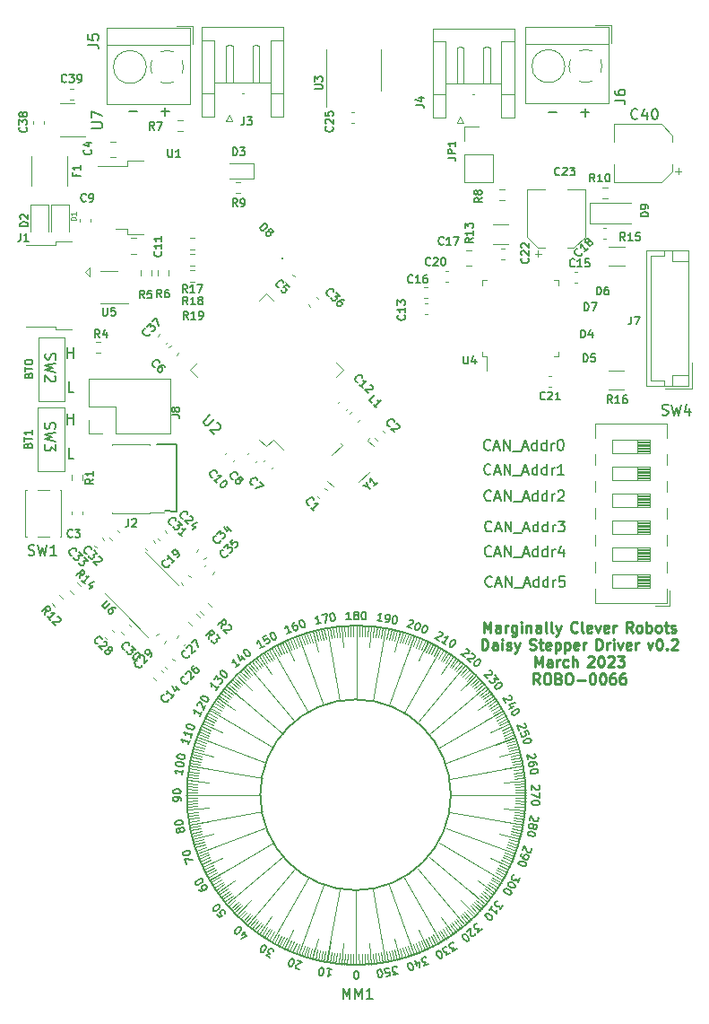
<source format=gbr>
%TF.GenerationSoftware,KiCad,Pcbnew,(7.0.0)*%
%TF.CreationDate,2023-03-13T17:48:54-07:00*%
%TF.ProjectId,DaisyStepperDriver,44616973-7953-4746-9570-706572447269,rev?*%
%TF.SameCoordinates,Original*%
%TF.FileFunction,Legend,Top*%
%TF.FilePolarity,Positive*%
%FSLAX46Y46*%
G04 Gerber Fmt 4.6, Leading zero omitted, Abs format (unit mm)*
G04 Created by KiCad (PCBNEW (7.0.0)) date 2023-03-13 17:48:54*
%MOMM*%
%LPD*%
G01*
G04 APERTURE LIST*
%ADD10C,0.150000*%
%ADD11C,0.250000*%
%ADD12C,0.200000*%
%ADD13C,0.125000*%
%ADD14C,0.120000*%
%ADD15C,0.100000*%
G04 APERTURE END LIST*
D10*
X122250200Y-87122000D02*
X124079000Y-87122000D01*
X123037600Y-93446600D02*
X124068233Y-93470414D01*
X124079000Y-87122000D02*
X124068233Y-93470414D01*
X110050278Y-87272485D02*
X110085992Y-87165342D01*
X110085992Y-87165342D02*
X110121707Y-87129628D01*
X110121707Y-87129628D02*
X110193135Y-87093914D01*
X110193135Y-87093914D02*
X110300278Y-87093914D01*
X110300278Y-87093914D02*
X110371707Y-87129628D01*
X110371707Y-87129628D02*
X110407421Y-87165342D01*
X110407421Y-87165342D02*
X110443135Y-87236771D01*
X110443135Y-87236771D02*
X110443135Y-87522485D01*
X110443135Y-87522485D02*
X109693135Y-87522485D01*
X109693135Y-87522485D02*
X109693135Y-87272485D01*
X109693135Y-87272485D02*
X109728850Y-87201057D01*
X109728850Y-87201057D02*
X109764564Y-87165342D01*
X109764564Y-87165342D02*
X109835992Y-87129628D01*
X109835992Y-87129628D02*
X109907421Y-87129628D01*
X109907421Y-87129628D02*
X109978850Y-87165342D01*
X109978850Y-87165342D02*
X110014564Y-87201057D01*
X110014564Y-87201057D02*
X110050278Y-87272485D01*
X110050278Y-87272485D02*
X110050278Y-87522485D01*
X109693135Y-86879628D02*
X109693135Y-86451057D01*
X110443135Y-86665342D02*
X109693135Y-86665342D01*
X110443135Y-85808199D02*
X110443135Y-86236770D01*
X110443135Y-86022485D02*
X109693135Y-86022485D01*
X109693135Y-86022485D02*
X109800278Y-86093913D01*
X109800278Y-86093913D02*
X109871707Y-86165342D01*
X109871707Y-86165342D02*
X109907421Y-86236770D01*
X153772742Y-89935342D02*
X153725123Y-89982961D01*
X153725123Y-89982961D02*
X153582266Y-90030580D01*
X153582266Y-90030580D02*
X153487028Y-90030580D01*
X153487028Y-90030580D02*
X153344171Y-89982961D01*
X153344171Y-89982961D02*
X153248933Y-89887723D01*
X153248933Y-89887723D02*
X153201314Y-89792485D01*
X153201314Y-89792485D02*
X153153695Y-89602009D01*
X153153695Y-89602009D02*
X153153695Y-89459152D01*
X153153695Y-89459152D02*
X153201314Y-89268676D01*
X153201314Y-89268676D02*
X153248933Y-89173438D01*
X153248933Y-89173438D02*
X153344171Y-89078200D01*
X153344171Y-89078200D02*
X153487028Y-89030580D01*
X153487028Y-89030580D02*
X153582266Y-89030580D01*
X153582266Y-89030580D02*
X153725123Y-89078200D01*
X153725123Y-89078200D02*
X153772742Y-89125819D01*
X154153695Y-89744866D02*
X154629885Y-89744866D01*
X154058457Y-90030580D02*
X154391790Y-89030580D01*
X154391790Y-89030580D02*
X154725123Y-90030580D01*
X155058457Y-90030580D02*
X155058457Y-89030580D01*
X155058457Y-89030580D02*
X155629885Y-90030580D01*
X155629885Y-90030580D02*
X155629885Y-89030580D01*
X155867981Y-90125819D02*
X156629885Y-90125819D01*
X156820362Y-89744866D02*
X157296552Y-89744866D01*
X156725124Y-90030580D02*
X157058457Y-89030580D01*
X157058457Y-89030580D02*
X157391790Y-90030580D01*
X158153695Y-90030580D02*
X158153695Y-89030580D01*
X158153695Y-89982961D02*
X158058457Y-90030580D01*
X158058457Y-90030580D02*
X157867981Y-90030580D01*
X157867981Y-90030580D02*
X157772743Y-89982961D01*
X157772743Y-89982961D02*
X157725124Y-89935342D01*
X157725124Y-89935342D02*
X157677505Y-89840104D01*
X157677505Y-89840104D02*
X157677505Y-89554390D01*
X157677505Y-89554390D02*
X157725124Y-89459152D01*
X157725124Y-89459152D02*
X157772743Y-89411533D01*
X157772743Y-89411533D02*
X157867981Y-89363914D01*
X157867981Y-89363914D02*
X158058457Y-89363914D01*
X158058457Y-89363914D02*
X158153695Y-89411533D01*
X159058457Y-90030580D02*
X159058457Y-89030580D01*
X159058457Y-89982961D02*
X158963219Y-90030580D01*
X158963219Y-90030580D02*
X158772743Y-90030580D01*
X158772743Y-90030580D02*
X158677505Y-89982961D01*
X158677505Y-89982961D02*
X158629886Y-89935342D01*
X158629886Y-89935342D02*
X158582267Y-89840104D01*
X158582267Y-89840104D02*
X158582267Y-89554390D01*
X158582267Y-89554390D02*
X158629886Y-89459152D01*
X158629886Y-89459152D02*
X158677505Y-89411533D01*
X158677505Y-89411533D02*
X158772743Y-89363914D01*
X158772743Y-89363914D02*
X158963219Y-89363914D01*
X158963219Y-89363914D02*
X159058457Y-89411533D01*
X159534648Y-90030580D02*
X159534648Y-89363914D01*
X159534648Y-89554390D02*
X159582267Y-89459152D01*
X159582267Y-89459152D02*
X159629886Y-89411533D01*
X159629886Y-89411533D02*
X159725124Y-89363914D01*
X159725124Y-89363914D02*
X159820362Y-89363914D01*
X160677505Y-90030580D02*
X160106077Y-90030580D01*
X160391791Y-90030580D02*
X160391791Y-89030580D01*
X160391791Y-89030580D02*
X160296553Y-89173438D01*
X160296553Y-89173438D02*
X160201315Y-89268676D01*
X160201315Y-89268676D02*
X160106077Y-89316295D01*
X153828742Y-97655342D02*
X153781123Y-97702961D01*
X153781123Y-97702961D02*
X153638266Y-97750580D01*
X153638266Y-97750580D02*
X153543028Y-97750580D01*
X153543028Y-97750580D02*
X153400171Y-97702961D01*
X153400171Y-97702961D02*
X153304933Y-97607723D01*
X153304933Y-97607723D02*
X153257314Y-97512485D01*
X153257314Y-97512485D02*
X153209695Y-97322009D01*
X153209695Y-97322009D02*
X153209695Y-97179152D01*
X153209695Y-97179152D02*
X153257314Y-96988676D01*
X153257314Y-96988676D02*
X153304933Y-96893438D01*
X153304933Y-96893438D02*
X153400171Y-96798200D01*
X153400171Y-96798200D02*
X153543028Y-96750580D01*
X153543028Y-96750580D02*
X153638266Y-96750580D01*
X153638266Y-96750580D02*
X153781123Y-96798200D01*
X153781123Y-96798200D02*
X153828742Y-96845819D01*
X154209695Y-97464866D02*
X154685885Y-97464866D01*
X154114457Y-97750580D02*
X154447790Y-96750580D01*
X154447790Y-96750580D02*
X154781123Y-97750580D01*
X155114457Y-97750580D02*
X155114457Y-96750580D01*
X155114457Y-96750580D02*
X155685885Y-97750580D01*
X155685885Y-97750580D02*
X155685885Y-96750580D01*
X155923981Y-97845819D02*
X156685885Y-97845819D01*
X156876362Y-97464866D02*
X157352552Y-97464866D01*
X156781124Y-97750580D02*
X157114457Y-96750580D01*
X157114457Y-96750580D02*
X157447790Y-97750580D01*
X158209695Y-97750580D02*
X158209695Y-96750580D01*
X158209695Y-97702961D02*
X158114457Y-97750580D01*
X158114457Y-97750580D02*
X157923981Y-97750580D01*
X157923981Y-97750580D02*
X157828743Y-97702961D01*
X157828743Y-97702961D02*
X157781124Y-97655342D01*
X157781124Y-97655342D02*
X157733505Y-97560104D01*
X157733505Y-97560104D02*
X157733505Y-97274390D01*
X157733505Y-97274390D02*
X157781124Y-97179152D01*
X157781124Y-97179152D02*
X157828743Y-97131533D01*
X157828743Y-97131533D02*
X157923981Y-97083914D01*
X157923981Y-97083914D02*
X158114457Y-97083914D01*
X158114457Y-97083914D02*
X158209695Y-97131533D01*
X159114457Y-97750580D02*
X159114457Y-96750580D01*
X159114457Y-97702961D02*
X159019219Y-97750580D01*
X159019219Y-97750580D02*
X158828743Y-97750580D01*
X158828743Y-97750580D02*
X158733505Y-97702961D01*
X158733505Y-97702961D02*
X158685886Y-97655342D01*
X158685886Y-97655342D02*
X158638267Y-97560104D01*
X158638267Y-97560104D02*
X158638267Y-97274390D01*
X158638267Y-97274390D02*
X158685886Y-97179152D01*
X158685886Y-97179152D02*
X158733505Y-97131533D01*
X158733505Y-97131533D02*
X158828743Y-97083914D01*
X158828743Y-97083914D02*
X159019219Y-97083914D01*
X159019219Y-97083914D02*
X159114457Y-97131533D01*
X159590648Y-97750580D02*
X159590648Y-97083914D01*
X159590648Y-97274390D02*
X159638267Y-97179152D01*
X159638267Y-97179152D02*
X159685886Y-97131533D01*
X159685886Y-97131533D02*
X159781124Y-97083914D01*
X159781124Y-97083914D02*
X159876362Y-97083914D01*
X160638267Y-97083914D02*
X160638267Y-97750580D01*
X160400172Y-96702961D02*
X160162077Y-97417247D01*
X160162077Y-97417247D02*
X160781124Y-97417247D01*
X119622600Y-55764628D02*
X120384505Y-55764628D01*
X122660695Y-55764628D02*
X123422600Y-55764628D01*
X123041647Y-56145580D02*
X123041647Y-55383676D01*
D11*
X153105217Y-104910580D02*
X153105217Y-103910580D01*
X153105217Y-103910580D02*
X153438550Y-104624866D01*
X153438550Y-104624866D02*
X153771883Y-103910580D01*
X153771883Y-103910580D02*
X153771883Y-104910580D01*
X154676645Y-104910580D02*
X154676645Y-104386771D01*
X154676645Y-104386771D02*
X154629026Y-104291533D01*
X154629026Y-104291533D02*
X154533788Y-104243914D01*
X154533788Y-104243914D02*
X154343312Y-104243914D01*
X154343312Y-104243914D02*
X154248074Y-104291533D01*
X154676645Y-104862961D02*
X154581407Y-104910580D01*
X154581407Y-104910580D02*
X154343312Y-104910580D01*
X154343312Y-104910580D02*
X154248074Y-104862961D01*
X154248074Y-104862961D02*
X154200455Y-104767723D01*
X154200455Y-104767723D02*
X154200455Y-104672485D01*
X154200455Y-104672485D02*
X154248074Y-104577247D01*
X154248074Y-104577247D02*
X154343312Y-104529628D01*
X154343312Y-104529628D02*
X154581407Y-104529628D01*
X154581407Y-104529628D02*
X154676645Y-104482009D01*
X155152836Y-104910580D02*
X155152836Y-104243914D01*
X155152836Y-104434390D02*
X155200455Y-104339152D01*
X155200455Y-104339152D02*
X155248074Y-104291533D01*
X155248074Y-104291533D02*
X155343312Y-104243914D01*
X155343312Y-104243914D02*
X155438550Y-104243914D01*
X156200455Y-104243914D02*
X156200455Y-105053438D01*
X156200455Y-105053438D02*
X156152836Y-105148676D01*
X156152836Y-105148676D02*
X156105217Y-105196295D01*
X156105217Y-105196295D02*
X156009979Y-105243914D01*
X156009979Y-105243914D02*
X155867122Y-105243914D01*
X155867122Y-105243914D02*
X155771884Y-105196295D01*
X156200455Y-104862961D02*
X156105217Y-104910580D01*
X156105217Y-104910580D02*
X155914741Y-104910580D01*
X155914741Y-104910580D02*
X155819503Y-104862961D01*
X155819503Y-104862961D02*
X155771884Y-104815342D01*
X155771884Y-104815342D02*
X155724265Y-104720104D01*
X155724265Y-104720104D02*
X155724265Y-104434390D01*
X155724265Y-104434390D02*
X155771884Y-104339152D01*
X155771884Y-104339152D02*
X155819503Y-104291533D01*
X155819503Y-104291533D02*
X155914741Y-104243914D01*
X155914741Y-104243914D02*
X156105217Y-104243914D01*
X156105217Y-104243914D02*
X156200455Y-104291533D01*
X156676646Y-104910580D02*
X156676646Y-104243914D01*
X156676646Y-103910580D02*
X156629027Y-103958200D01*
X156629027Y-103958200D02*
X156676646Y-104005819D01*
X156676646Y-104005819D02*
X156724265Y-103958200D01*
X156724265Y-103958200D02*
X156676646Y-103910580D01*
X156676646Y-103910580D02*
X156676646Y-104005819D01*
X157152836Y-104243914D02*
X157152836Y-104910580D01*
X157152836Y-104339152D02*
X157200455Y-104291533D01*
X157200455Y-104291533D02*
X157295693Y-104243914D01*
X157295693Y-104243914D02*
X157438550Y-104243914D01*
X157438550Y-104243914D02*
X157533788Y-104291533D01*
X157533788Y-104291533D02*
X157581407Y-104386771D01*
X157581407Y-104386771D02*
X157581407Y-104910580D01*
X158486169Y-104910580D02*
X158486169Y-104386771D01*
X158486169Y-104386771D02*
X158438550Y-104291533D01*
X158438550Y-104291533D02*
X158343312Y-104243914D01*
X158343312Y-104243914D02*
X158152836Y-104243914D01*
X158152836Y-104243914D02*
X158057598Y-104291533D01*
X158486169Y-104862961D02*
X158390931Y-104910580D01*
X158390931Y-104910580D02*
X158152836Y-104910580D01*
X158152836Y-104910580D02*
X158057598Y-104862961D01*
X158057598Y-104862961D02*
X158009979Y-104767723D01*
X158009979Y-104767723D02*
X158009979Y-104672485D01*
X158009979Y-104672485D02*
X158057598Y-104577247D01*
X158057598Y-104577247D02*
X158152836Y-104529628D01*
X158152836Y-104529628D02*
X158390931Y-104529628D01*
X158390931Y-104529628D02*
X158486169Y-104482009D01*
X159105217Y-104910580D02*
X159009979Y-104862961D01*
X159009979Y-104862961D02*
X158962360Y-104767723D01*
X158962360Y-104767723D02*
X158962360Y-103910580D01*
X159629027Y-104910580D02*
X159533789Y-104862961D01*
X159533789Y-104862961D02*
X159486170Y-104767723D01*
X159486170Y-104767723D02*
X159486170Y-103910580D01*
X159914742Y-104243914D02*
X160152837Y-104910580D01*
X160390932Y-104243914D02*
X160152837Y-104910580D01*
X160152837Y-104910580D02*
X160057599Y-105148676D01*
X160057599Y-105148676D02*
X160009980Y-105196295D01*
X160009980Y-105196295D02*
X159914742Y-105243914D01*
X161943313Y-104815342D02*
X161895694Y-104862961D01*
X161895694Y-104862961D02*
X161752837Y-104910580D01*
X161752837Y-104910580D02*
X161657599Y-104910580D01*
X161657599Y-104910580D02*
X161514742Y-104862961D01*
X161514742Y-104862961D02*
X161419504Y-104767723D01*
X161419504Y-104767723D02*
X161371885Y-104672485D01*
X161371885Y-104672485D02*
X161324266Y-104482009D01*
X161324266Y-104482009D02*
X161324266Y-104339152D01*
X161324266Y-104339152D02*
X161371885Y-104148676D01*
X161371885Y-104148676D02*
X161419504Y-104053438D01*
X161419504Y-104053438D02*
X161514742Y-103958200D01*
X161514742Y-103958200D02*
X161657599Y-103910580D01*
X161657599Y-103910580D02*
X161752837Y-103910580D01*
X161752837Y-103910580D02*
X161895694Y-103958200D01*
X161895694Y-103958200D02*
X161943313Y-104005819D01*
X162514742Y-104910580D02*
X162419504Y-104862961D01*
X162419504Y-104862961D02*
X162371885Y-104767723D01*
X162371885Y-104767723D02*
X162371885Y-103910580D01*
X163276647Y-104862961D02*
X163181409Y-104910580D01*
X163181409Y-104910580D02*
X162990933Y-104910580D01*
X162990933Y-104910580D02*
X162895695Y-104862961D01*
X162895695Y-104862961D02*
X162848076Y-104767723D01*
X162848076Y-104767723D02*
X162848076Y-104386771D01*
X162848076Y-104386771D02*
X162895695Y-104291533D01*
X162895695Y-104291533D02*
X162990933Y-104243914D01*
X162990933Y-104243914D02*
X163181409Y-104243914D01*
X163181409Y-104243914D02*
X163276647Y-104291533D01*
X163276647Y-104291533D02*
X163324266Y-104386771D01*
X163324266Y-104386771D02*
X163324266Y-104482009D01*
X163324266Y-104482009D02*
X162848076Y-104577247D01*
X163657600Y-104243914D02*
X163895695Y-104910580D01*
X163895695Y-104910580D02*
X164133790Y-104243914D01*
X164895695Y-104862961D02*
X164800457Y-104910580D01*
X164800457Y-104910580D02*
X164609981Y-104910580D01*
X164609981Y-104910580D02*
X164514743Y-104862961D01*
X164514743Y-104862961D02*
X164467124Y-104767723D01*
X164467124Y-104767723D02*
X164467124Y-104386771D01*
X164467124Y-104386771D02*
X164514743Y-104291533D01*
X164514743Y-104291533D02*
X164609981Y-104243914D01*
X164609981Y-104243914D02*
X164800457Y-104243914D01*
X164800457Y-104243914D02*
X164895695Y-104291533D01*
X164895695Y-104291533D02*
X164943314Y-104386771D01*
X164943314Y-104386771D02*
X164943314Y-104482009D01*
X164943314Y-104482009D02*
X164467124Y-104577247D01*
X165371886Y-104910580D02*
X165371886Y-104243914D01*
X165371886Y-104434390D02*
X165419505Y-104339152D01*
X165419505Y-104339152D02*
X165467124Y-104291533D01*
X165467124Y-104291533D02*
X165562362Y-104243914D01*
X165562362Y-104243914D02*
X165657600Y-104243914D01*
X167162362Y-104910580D02*
X166829029Y-104434390D01*
X166590934Y-104910580D02*
X166590934Y-103910580D01*
X166590934Y-103910580D02*
X166971886Y-103910580D01*
X166971886Y-103910580D02*
X167067124Y-103958200D01*
X167067124Y-103958200D02*
X167114743Y-104005819D01*
X167114743Y-104005819D02*
X167162362Y-104101057D01*
X167162362Y-104101057D02*
X167162362Y-104243914D01*
X167162362Y-104243914D02*
X167114743Y-104339152D01*
X167114743Y-104339152D02*
X167067124Y-104386771D01*
X167067124Y-104386771D02*
X166971886Y-104434390D01*
X166971886Y-104434390D02*
X166590934Y-104434390D01*
X167733791Y-104910580D02*
X167638553Y-104862961D01*
X167638553Y-104862961D02*
X167590934Y-104815342D01*
X167590934Y-104815342D02*
X167543315Y-104720104D01*
X167543315Y-104720104D02*
X167543315Y-104434390D01*
X167543315Y-104434390D02*
X167590934Y-104339152D01*
X167590934Y-104339152D02*
X167638553Y-104291533D01*
X167638553Y-104291533D02*
X167733791Y-104243914D01*
X167733791Y-104243914D02*
X167876648Y-104243914D01*
X167876648Y-104243914D02*
X167971886Y-104291533D01*
X167971886Y-104291533D02*
X168019505Y-104339152D01*
X168019505Y-104339152D02*
X168067124Y-104434390D01*
X168067124Y-104434390D02*
X168067124Y-104720104D01*
X168067124Y-104720104D02*
X168019505Y-104815342D01*
X168019505Y-104815342D02*
X167971886Y-104862961D01*
X167971886Y-104862961D02*
X167876648Y-104910580D01*
X167876648Y-104910580D02*
X167733791Y-104910580D01*
X168495696Y-104910580D02*
X168495696Y-103910580D01*
X168495696Y-104291533D02*
X168590934Y-104243914D01*
X168590934Y-104243914D02*
X168781410Y-104243914D01*
X168781410Y-104243914D02*
X168876648Y-104291533D01*
X168876648Y-104291533D02*
X168924267Y-104339152D01*
X168924267Y-104339152D02*
X168971886Y-104434390D01*
X168971886Y-104434390D02*
X168971886Y-104720104D01*
X168971886Y-104720104D02*
X168924267Y-104815342D01*
X168924267Y-104815342D02*
X168876648Y-104862961D01*
X168876648Y-104862961D02*
X168781410Y-104910580D01*
X168781410Y-104910580D02*
X168590934Y-104910580D01*
X168590934Y-104910580D02*
X168495696Y-104862961D01*
X169543315Y-104910580D02*
X169448077Y-104862961D01*
X169448077Y-104862961D02*
X169400458Y-104815342D01*
X169400458Y-104815342D02*
X169352839Y-104720104D01*
X169352839Y-104720104D02*
X169352839Y-104434390D01*
X169352839Y-104434390D02*
X169400458Y-104339152D01*
X169400458Y-104339152D02*
X169448077Y-104291533D01*
X169448077Y-104291533D02*
X169543315Y-104243914D01*
X169543315Y-104243914D02*
X169686172Y-104243914D01*
X169686172Y-104243914D02*
X169781410Y-104291533D01*
X169781410Y-104291533D02*
X169829029Y-104339152D01*
X169829029Y-104339152D02*
X169876648Y-104434390D01*
X169876648Y-104434390D02*
X169876648Y-104720104D01*
X169876648Y-104720104D02*
X169829029Y-104815342D01*
X169829029Y-104815342D02*
X169781410Y-104862961D01*
X169781410Y-104862961D02*
X169686172Y-104910580D01*
X169686172Y-104910580D02*
X169543315Y-104910580D01*
X170162363Y-104243914D02*
X170543315Y-104243914D01*
X170305220Y-103910580D02*
X170305220Y-104767723D01*
X170305220Y-104767723D02*
X170352839Y-104862961D01*
X170352839Y-104862961D02*
X170448077Y-104910580D01*
X170448077Y-104910580D02*
X170543315Y-104910580D01*
X170829030Y-104862961D02*
X170924268Y-104910580D01*
X170924268Y-104910580D02*
X171114744Y-104910580D01*
X171114744Y-104910580D02*
X171209982Y-104862961D01*
X171209982Y-104862961D02*
X171257601Y-104767723D01*
X171257601Y-104767723D02*
X171257601Y-104720104D01*
X171257601Y-104720104D02*
X171209982Y-104624866D01*
X171209982Y-104624866D02*
X171114744Y-104577247D01*
X171114744Y-104577247D02*
X170971887Y-104577247D01*
X170971887Y-104577247D02*
X170876649Y-104529628D01*
X170876649Y-104529628D02*
X170829030Y-104434390D01*
X170829030Y-104434390D02*
X170829030Y-104386771D01*
X170829030Y-104386771D02*
X170876649Y-104291533D01*
X170876649Y-104291533D02*
X170971887Y-104243914D01*
X170971887Y-104243914D02*
X171114744Y-104243914D01*
X171114744Y-104243914D02*
X171209982Y-104291533D01*
X152948075Y-106530580D02*
X152948075Y-105530580D01*
X152948075Y-105530580D02*
X153186170Y-105530580D01*
X153186170Y-105530580D02*
X153329027Y-105578200D01*
X153329027Y-105578200D02*
X153424265Y-105673438D01*
X153424265Y-105673438D02*
X153471884Y-105768676D01*
X153471884Y-105768676D02*
X153519503Y-105959152D01*
X153519503Y-105959152D02*
X153519503Y-106102009D01*
X153519503Y-106102009D02*
X153471884Y-106292485D01*
X153471884Y-106292485D02*
X153424265Y-106387723D01*
X153424265Y-106387723D02*
X153329027Y-106482961D01*
X153329027Y-106482961D02*
X153186170Y-106530580D01*
X153186170Y-106530580D02*
X152948075Y-106530580D01*
X154376646Y-106530580D02*
X154376646Y-106006771D01*
X154376646Y-106006771D02*
X154329027Y-105911533D01*
X154329027Y-105911533D02*
X154233789Y-105863914D01*
X154233789Y-105863914D02*
X154043313Y-105863914D01*
X154043313Y-105863914D02*
X153948075Y-105911533D01*
X154376646Y-106482961D02*
X154281408Y-106530580D01*
X154281408Y-106530580D02*
X154043313Y-106530580D01*
X154043313Y-106530580D02*
X153948075Y-106482961D01*
X153948075Y-106482961D02*
X153900456Y-106387723D01*
X153900456Y-106387723D02*
X153900456Y-106292485D01*
X153900456Y-106292485D02*
X153948075Y-106197247D01*
X153948075Y-106197247D02*
X154043313Y-106149628D01*
X154043313Y-106149628D02*
X154281408Y-106149628D01*
X154281408Y-106149628D02*
X154376646Y-106102009D01*
X154852837Y-106530580D02*
X154852837Y-105863914D01*
X154852837Y-105530580D02*
X154805218Y-105578200D01*
X154805218Y-105578200D02*
X154852837Y-105625819D01*
X154852837Y-105625819D02*
X154900456Y-105578200D01*
X154900456Y-105578200D02*
X154852837Y-105530580D01*
X154852837Y-105530580D02*
X154852837Y-105625819D01*
X155281408Y-106482961D02*
X155376646Y-106530580D01*
X155376646Y-106530580D02*
X155567122Y-106530580D01*
X155567122Y-106530580D02*
X155662360Y-106482961D01*
X155662360Y-106482961D02*
X155709979Y-106387723D01*
X155709979Y-106387723D02*
X155709979Y-106340104D01*
X155709979Y-106340104D02*
X155662360Y-106244866D01*
X155662360Y-106244866D02*
X155567122Y-106197247D01*
X155567122Y-106197247D02*
X155424265Y-106197247D01*
X155424265Y-106197247D02*
X155329027Y-106149628D01*
X155329027Y-106149628D02*
X155281408Y-106054390D01*
X155281408Y-106054390D02*
X155281408Y-106006771D01*
X155281408Y-106006771D02*
X155329027Y-105911533D01*
X155329027Y-105911533D02*
X155424265Y-105863914D01*
X155424265Y-105863914D02*
X155567122Y-105863914D01*
X155567122Y-105863914D02*
X155662360Y-105911533D01*
X156043313Y-105863914D02*
X156281408Y-106530580D01*
X156519503Y-105863914D02*
X156281408Y-106530580D01*
X156281408Y-106530580D02*
X156186170Y-106768676D01*
X156186170Y-106768676D02*
X156138551Y-106816295D01*
X156138551Y-106816295D02*
X156043313Y-106863914D01*
X157452837Y-106482961D02*
X157595694Y-106530580D01*
X157595694Y-106530580D02*
X157833789Y-106530580D01*
X157833789Y-106530580D02*
X157929027Y-106482961D01*
X157929027Y-106482961D02*
X157976646Y-106435342D01*
X157976646Y-106435342D02*
X158024265Y-106340104D01*
X158024265Y-106340104D02*
X158024265Y-106244866D01*
X158024265Y-106244866D02*
X157976646Y-106149628D01*
X157976646Y-106149628D02*
X157929027Y-106102009D01*
X157929027Y-106102009D02*
X157833789Y-106054390D01*
X157833789Y-106054390D02*
X157643313Y-106006771D01*
X157643313Y-106006771D02*
X157548075Y-105959152D01*
X157548075Y-105959152D02*
X157500456Y-105911533D01*
X157500456Y-105911533D02*
X157452837Y-105816295D01*
X157452837Y-105816295D02*
X157452837Y-105721057D01*
X157452837Y-105721057D02*
X157500456Y-105625819D01*
X157500456Y-105625819D02*
X157548075Y-105578200D01*
X157548075Y-105578200D02*
X157643313Y-105530580D01*
X157643313Y-105530580D02*
X157881408Y-105530580D01*
X157881408Y-105530580D02*
X158024265Y-105578200D01*
X158309980Y-105863914D02*
X158690932Y-105863914D01*
X158452837Y-105530580D02*
X158452837Y-106387723D01*
X158452837Y-106387723D02*
X158500456Y-106482961D01*
X158500456Y-106482961D02*
X158595694Y-106530580D01*
X158595694Y-106530580D02*
X158690932Y-106530580D01*
X159405218Y-106482961D02*
X159309980Y-106530580D01*
X159309980Y-106530580D02*
X159119504Y-106530580D01*
X159119504Y-106530580D02*
X159024266Y-106482961D01*
X159024266Y-106482961D02*
X158976647Y-106387723D01*
X158976647Y-106387723D02*
X158976647Y-106006771D01*
X158976647Y-106006771D02*
X159024266Y-105911533D01*
X159024266Y-105911533D02*
X159119504Y-105863914D01*
X159119504Y-105863914D02*
X159309980Y-105863914D01*
X159309980Y-105863914D02*
X159405218Y-105911533D01*
X159405218Y-105911533D02*
X159452837Y-106006771D01*
X159452837Y-106006771D02*
X159452837Y-106102009D01*
X159452837Y-106102009D02*
X158976647Y-106197247D01*
X159881409Y-105863914D02*
X159881409Y-106863914D01*
X159881409Y-105911533D02*
X159976647Y-105863914D01*
X159976647Y-105863914D02*
X160167123Y-105863914D01*
X160167123Y-105863914D02*
X160262361Y-105911533D01*
X160262361Y-105911533D02*
X160309980Y-105959152D01*
X160309980Y-105959152D02*
X160357599Y-106054390D01*
X160357599Y-106054390D02*
X160357599Y-106340104D01*
X160357599Y-106340104D02*
X160309980Y-106435342D01*
X160309980Y-106435342D02*
X160262361Y-106482961D01*
X160262361Y-106482961D02*
X160167123Y-106530580D01*
X160167123Y-106530580D02*
X159976647Y-106530580D01*
X159976647Y-106530580D02*
X159881409Y-106482961D01*
X160786171Y-105863914D02*
X160786171Y-106863914D01*
X160786171Y-105911533D02*
X160881409Y-105863914D01*
X160881409Y-105863914D02*
X161071885Y-105863914D01*
X161071885Y-105863914D02*
X161167123Y-105911533D01*
X161167123Y-105911533D02*
X161214742Y-105959152D01*
X161214742Y-105959152D02*
X161262361Y-106054390D01*
X161262361Y-106054390D02*
X161262361Y-106340104D01*
X161262361Y-106340104D02*
X161214742Y-106435342D01*
X161214742Y-106435342D02*
X161167123Y-106482961D01*
X161167123Y-106482961D02*
X161071885Y-106530580D01*
X161071885Y-106530580D02*
X160881409Y-106530580D01*
X160881409Y-106530580D02*
X160786171Y-106482961D01*
X162071885Y-106482961D02*
X161976647Y-106530580D01*
X161976647Y-106530580D02*
X161786171Y-106530580D01*
X161786171Y-106530580D02*
X161690933Y-106482961D01*
X161690933Y-106482961D02*
X161643314Y-106387723D01*
X161643314Y-106387723D02*
X161643314Y-106006771D01*
X161643314Y-106006771D02*
X161690933Y-105911533D01*
X161690933Y-105911533D02*
X161786171Y-105863914D01*
X161786171Y-105863914D02*
X161976647Y-105863914D01*
X161976647Y-105863914D02*
X162071885Y-105911533D01*
X162071885Y-105911533D02*
X162119504Y-106006771D01*
X162119504Y-106006771D02*
X162119504Y-106102009D01*
X162119504Y-106102009D02*
X161643314Y-106197247D01*
X162548076Y-106530580D02*
X162548076Y-105863914D01*
X162548076Y-106054390D02*
X162595695Y-105959152D01*
X162595695Y-105959152D02*
X162643314Y-105911533D01*
X162643314Y-105911533D02*
X162738552Y-105863914D01*
X162738552Y-105863914D02*
X162833790Y-105863914D01*
X163767124Y-106530580D02*
X163767124Y-105530580D01*
X163767124Y-105530580D02*
X164005219Y-105530580D01*
X164005219Y-105530580D02*
X164148076Y-105578200D01*
X164148076Y-105578200D02*
X164243314Y-105673438D01*
X164243314Y-105673438D02*
X164290933Y-105768676D01*
X164290933Y-105768676D02*
X164338552Y-105959152D01*
X164338552Y-105959152D02*
X164338552Y-106102009D01*
X164338552Y-106102009D02*
X164290933Y-106292485D01*
X164290933Y-106292485D02*
X164243314Y-106387723D01*
X164243314Y-106387723D02*
X164148076Y-106482961D01*
X164148076Y-106482961D02*
X164005219Y-106530580D01*
X164005219Y-106530580D02*
X163767124Y-106530580D01*
X164767124Y-106530580D02*
X164767124Y-105863914D01*
X164767124Y-106054390D02*
X164814743Y-105959152D01*
X164814743Y-105959152D02*
X164862362Y-105911533D01*
X164862362Y-105911533D02*
X164957600Y-105863914D01*
X164957600Y-105863914D02*
X165052838Y-105863914D01*
X165386172Y-106530580D02*
X165386172Y-105863914D01*
X165386172Y-105530580D02*
X165338553Y-105578200D01*
X165338553Y-105578200D02*
X165386172Y-105625819D01*
X165386172Y-105625819D02*
X165433791Y-105578200D01*
X165433791Y-105578200D02*
X165386172Y-105530580D01*
X165386172Y-105530580D02*
X165386172Y-105625819D01*
X165767124Y-105863914D02*
X166005219Y-106530580D01*
X166005219Y-106530580D02*
X166243314Y-105863914D01*
X167005219Y-106482961D02*
X166909981Y-106530580D01*
X166909981Y-106530580D02*
X166719505Y-106530580D01*
X166719505Y-106530580D02*
X166624267Y-106482961D01*
X166624267Y-106482961D02*
X166576648Y-106387723D01*
X166576648Y-106387723D02*
X166576648Y-106006771D01*
X166576648Y-106006771D02*
X166624267Y-105911533D01*
X166624267Y-105911533D02*
X166719505Y-105863914D01*
X166719505Y-105863914D02*
X166909981Y-105863914D01*
X166909981Y-105863914D02*
X167005219Y-105911533D01*
X167005219Y-105911533D02*
X167052838Y-106006771D01*
X167052838Y-106006771D02*
X167052838Y-106102009D01*
X167052838Y-106102009D02*
X166576648Y-106197247D01*
X167481410Y-106530580D02*
X167481410Y-105863914D01*
X167481410Y-106054390D02*
X167529029Y-105959152D01*
X167529029Y-105959152D02*
X167576648Y-105911533D01*
X167576648Y-105911533D02*
X167671886Y-105863914D01*
X167671886Y-105863914D02*
X167767124Y-105863914D01*
X168605220Y-105863914D02*
X168843315Y-106530580D01*
X168843315Y-106530580D02*
X169081410Y-105863914D01*
X169652839Y-105530580D02*
X169748077Y-105530580D01*
X169748077Y-105530580D02*
X169843315Y-105578200D01*
X169843315Y-105578200D02*
X169890934Y-105625819D01*
X169890934Y-105625819D02*
X169938553Y-105721057D01*
X169938553Y-105721057D02*
X169986172Y-105911533D01*
X169986172Y-105911533D02*
X169986172Y-106149628D01*
X169986172Y-106149628D02*
X169938553Y-106340104D01*
X169938553Y-106340104D02*
X169890934Y-106435342D01*
X169890934Y-106435342D02*
X169843315Y-106482961D01*
X169843315Y-106482961D02*
X169748077Y-106530580D01*
X169748077Y-106530580D02*
X169652839Y-106530580D01*
X169652839Y-106530580D02*
X169557601Y-106482961D01*
X169557601Y-106482961D02*
X169509982Y-106435342D01*
X169509982Y-106435342D02*
X169462363Y-106340104D01*
X169462363Y-106340104D02*
X169414744Y-106149628D01*
X169414744Y-106149628D02*
X169414744Y-105911533D01*
X169414744Y-105911533D02*
X169462363Y-105721057D01*
X169462363Y-105721057D02*
X169509982Y-105625819D01*
X169509982Y-105625819D02*
X169557601Y-105578200D01*
X169557601Y-105578200D02*
X169652839Y-105530580D01*
X170414744Y-106435342D02*
X170462363Y-106482961D01*
X170462363Y-106482961D02*
X170414744Y-106530580D01*
X170414744Y-106530580D02*
X170367125Y-106482961D01*
X170367125Y-106482961D02*
X170414744Y-106435342D01*
X170414744Y-106435342D02*
X170414744Y-106530580D01*
X170843315Y-105625819D02*
X170890934Y-105578200D01*
X170890934Y-105578200D02*
X170986172Y-105530580D01*
X170986172Y-105530580D02*
X171224267Y-105530580D01*
X171224267Y-105530580D02*
X171319505Y-105578200D01*
X171319505Y-105578200D02*
X171367124Y-105625819D01*
X171367124Y-105625819D02*
X171414743Y-105721057D01*
X171414743Y-105721057D02*
X171414743Y-105816295D01*
X171414743Y-105816295D02*
X171367124Y-105959152D01*
X171367124Y-105959152D02*
X170795696Y-106530580D01*
X170795696Y-106530580D02*
X171414743Y-106530580D01*
X157976647Y-108150580D02*
X157976647Y-107150580D01*
X157976647Y-107150580D02*
X158309980Y-107864866D01*
X158309980Y-107864866D02*
X158643313Y-107150580D01*
X158643313Y-107150580D02*
X158643313Y-108150580D01*
X159548075Y-108150580D02*
X159548075Y-107626771D01*
X159548075Y-107626771D02*
X159500456Y-107531533D01*
X159500456Y-107531533D02*
X159405218Y-107483914D01*
X159405218Y-107483914D02*
X159214742Y-107483914D01*
X159214742Y-107483914D02*
X159119504Y-107531533D01*
X159548075Y-108102961D02*
X159452837Y-108150580D01*
X159452837Y-108150580D02*
X159214742Y-108150580D01*
X159214742Y-108150580D02*
X159119504Y-108102961D01*
X159119504Y-108102961D02*
X159071885Y-108007723D01*
X159071885Y-108007723D02*
X159071885Y-107912485D01*
X159071885Y-107912485D02*
X159119504Y-107817247D01*
X159119504Y-107817247D02*
X159214742Y-107769628D01*
X159214742Y-107769628D02*
X159452837Y-107769628D01*
X159452837Y-107769628D02*
X159548075Y-107722009D01*
X160024266Y-108150580D02*
X160024266Y-107483914D01*
X160024266Y-107674390D02*
X160071885Y-107579152D01*
X160071885Y-107579152D02*
X160119504Y-107531533D01*
X160119504Y-107531533D02*
X160214742Y-107483914D01*
X160214742Y-107483914D02*
X160309980Y-107483914D01*
X161071885Y-108102961D02*
X160976647Y-108150580D01*
X160976647Y-108150580D02*
X160786171Y-108150580D01*
X160786171Y-108150580D02*
X160690933Y-108102961D01*
X160690933Y-108102961D02*
X160643314Y-108055342D01*
X160643314Y-108055342D02*
X160595695Y-107960104D01*
X160595695Y-107960104D02*
X160595695Y-107674390D01*
X160595695Y-107674390D02*
X160643314Y-107579152D01*
X160643314Y-107579152D02*
X160690933Y-107531533D01*
X160690933Y-107531533D02*
X160786171Y-107483914D01*
X160786171Y-107483914D02*
X160976647Y-107483914D01*
X160976647Y-107483914D02*
X161071885Y-107531533D01*
X161500457Y-108150580D02*
X161500457Y-107150580D01*
X161929028Y-108150580D02*
X161929028Y-107626771D01*
X161929028Y-107626771D02*
X161881409Y-107531533D01*
X161881409Y-107531533D02*
X161786171Y-107483914D01*
X161786171Y-107483914D02*
X161643314Y-107483914D01*
X161643314Y-107483914D02*
X161548076Y-107531533D01*
X161548076Y-107531533D02*
X161500457Y-107579152D01*
X162957600Y-107245819D02*
X163005219Y-107198200D01*
X163005219Y-107198200D02*
X163100457Y-107150580D01*
X163100457Y-107150580D02*
X163338552Y-107150580D01*
X163338552Y-107150580D02*
X163433790Y-107198200D01*
X163433790Y-107198200D02*
X163481409Y-107245819D01*
X163481409Y-107245819D02*
X163529028Y-107341057D01*
X163529028Y-107341057D02*
X163529028Y-107436295D01*
X163529028Y-107436295D02*
X163481409Y-107579152D01*
X163481409Y-107579152D02*
X162909981Y-108150580D01*
X162909981Y-108150580D02*
X163529028Y-108150580D01*
X164148076Y-107150580D02*
X164243314Y-107150580D01*
X164243314Y-107150580D02*
X164338552Y-107198200D01*
X164338552Y-107198200D02*
X164386171Y-107245819D01*
X164386171Y-107245819D02*
X164433790Y-107341057D01*
X164433790Y-107341057D02*
X164481409Y-107531533D01*
X164481409Y-107531533D02*
X164481409Y-107769628D01*
X164481409Y-107769628D02*
X164433790Y-107960104D01*
X164433790Y-107960104D02*
X164386171Y-108055342D01*
X164386171Y-108055342D02*
X164338552Y-108102961D01*
X164338552Y-108102961D02*
X164243314Y-108150580D01*
X164243314Y-108150580D02*
X164148076Y-108150580D01*
X164148076Y-108150580D02*
X164052838Y-108102961D01*
X164052838Y-108102961D02*
X164005219Y-108055342D01*
X164005219Y-108055342D02*
X163957600Y-107960104D01*
X163957600Y-107960104D02*
X163909981Y-107769628D01*
X163909981Y-107769628D02*
X163909981Y-107531533D01*
X163909981Y-107531533D02*
X163957600Y-107341057D01*
X163957600Y-107341057D02*
X164005219Y-107245819D01*
X164005219Y-107245819D02*
X164052838Y-107198200D01*
X164052838Y-107198200D02*
X164148076Y-107150580D01*
X164862362Y-107245819D02*
X164909981Y-107198200D01*
X164909981Y-107198200D02*
X165005219Y-107150580D01*
X165005219Y-107150580D02*
X165243314Y-107150580D01*
X165243314Y-107150580D02*
X165338552Y-107198200D01*
X165338552Y-107198200D02*
X165386171Y-107245819D01*
X165386171Y-107245819D02*
X165433790Y-107341057D01*
X165433790Y-107341057D02*
X165433790Y-107436295D01*
X165433790Y-107436295D02*
X165386171Y-107579152D01*
X165386171Y-107579152D02*
X164814743Y-108150580D01*
X164814743Y-108150580D02*
X165433790Y-108150580D01*
X165767124Y-107150580D02*
X166386171Y-107150580D01*
X166386171Y-107150580D02*
X166052838Y-107531533D01*
X166052838Y-107531533D02*
X166195695Y-107531533D01*
X166195695Y-107531533D02*
X166290933Y-107579152D01*
X166290933Y-107579152D02*
X166338552Y-107626771D01*
X166338552Y-107626771D02*
X166386171Y-107722009D01*
X166386171Y-107722009D02*
X166386171Y-107960104D01*
X166386171Y-107960104D02*
X166338552Y-108055342D01*
X166338552Y-108055342D02*
X166290933Y-108102961D01*
X166290933Y-108102961D02*
X166195695Y-108150580D01*
X166195695Y-108150580D02*
X165909981Y-108150580D01*
X165909981Y-108150580D02*
X165814743Y-108102961D01*
X165814743Y-108102961D02*
X165767124Y-108055342D01*
X158395695Y-109770580D02*
X158062362Y-109294390D01*
X157824267Y-109770580D02*
X157824267Y-108770580D01*
X157824267Y-108770580D02*
X158205219Y-108770580D01*
X158205219Y-108770580D02*
X158300457Y-108818200D01*
X158300457Y-108818200D02*
X158348076Y-108865819D01*
X158348076Y-108865819D02*
X158395695Y-108961057D01*
X158395695Y-108961057D02*
X158395695Y-109103914D01*
X158395695Y-109103914D02*
X158348076Y-109199152D01*
X158348076Y-109199152D02*
X158300457Y-109246771D01*
X158300457Y-109246771D02*
X158205219Y-109294390D01*
X158205219Y-109294390D02*
X157824267Y-109294390D01*
X159014743Y-108770580D02*
X159205219Y-108770580D01*
X159205219Y-108770580D02*
X159300457Y-108818200D01*
X159300457Y-108818200D02*
X159395695Y-108913438D01*
X159395695Y-108913438D02*
X159443314Y-109103914D01*
X159443314Y-109103914D02*
X159443314Y-109437247D01*
X159443314Y-109437247D02*
X159395695Y-109627723D01*
X159395695Y-109627723D02*
X159300457Y-109722961D01*
X159300457Y-109722961D02*
X159205219Y-109770580D01*
X159205219Y-109770580D02*
X159014743Y-109770580D01*
X159014743Y-109770580D02*
X158919505Y-109722961D01*
X158919505Y-109722961D02*
X158824267Y-109627723D01*
X158824267Y-109627723D02*
X158776648Y-109437247D01*
X158776648Y-109437247D02*
X158776648Y-109103914D01*
X158776648Y-109103914D02*
X158824267Y-108913438D01*
X158824267Y-108913438D02*
X158919505Y-108818200D01*
X158919505Y-108818200D02*
X159014743Y-108770580D01*
X160205219Y-109246771D02*
X160348076Y-109294390D01*
X160348076Y-109294390D02*
X160395695Y-109342009D01*
X160395695Y-109342009D02*
X160443314Y-109437247D01*
X160443314Y-109437247D02*
X160443314Y-109580104D01*
X160443314Y-109580104D02*
X160395695Y-109675342D01*
X160395695Y-109675342D02*
X160348076Y-109722961D01*
X160348076Y-109722961D02*
X160252838Y-109770580D01*
X160252838Y-109770580D02*
X159871886Y-109770580D01*
X159871886Y-109770580D02*
X159871886Y-108770580D01*
X159871886Y-108770580D02*
X160205219Y-108770580D01*
X160205219Y-108770580D02*
X160300457Y-108818200D01*
X160300457Y-108818200D02*
X160348076Y-108865819D01*
X160348076Y-108865819D02*
X160395695Y-108961057D01*
X160395695Y-108961057D02*
X160395695Y-109056295D01*
X160395695Y-109056295D02*
X160348076Y-109151533D01*
X160348076Y-109151533D02*
X160300457Y-109199152D01*
X160300457Y-109199152D02*
X160205219Y-109246771D01*
X160205219Y-109246771D02*
X159871886Y-109246771D01*
X161062362Y-108770580D02*
X161252838Y-108770580D01*
X161252838Y-108770580D02*
X161348076Y-108818200D01*
X161348076Y-108818200D02*
X161443314Y-108913438D01*
X161443314Y-108913438D02*
X161490933Y-109103914D01*
X161490933Y-109103914D02*
X161490933Y-109437247D01*
X161490933Y-109437247D02*
X161443314Y-109627723D01*
X161443314Y-109627723D02*
X161348076Y-109722961D01*
X161348076Y-109722961D02*
X161252838Y-109770580D01*
X161252838Y-109770580D02*
X161062362Y-109770580D01*
X161062362Y-109770580D02*
X160967124Y-109722961D01*
X160967124Y-109722961D02*
X160871886Y-109627723D01*
X160871886Y-109627723D02*
X160824267Y-109437247D01*
X160824267Y-109437247D02*
X160824267Y-109103914D01*
X160824267Y-109103914D02*
X160871886Y-108913438D01*
X160871886Y-108913438D02*
X160967124Y-108818200D01*
X160967124Y-108818200D02*
X161062362Y-108770580D01*
X161919505Y-109389628D02*
X162681410Y-109389628D01*
X163348076Y-108770580D02*
X163443314Y-108770580D01*
X163443314Y-108770580D02*
X163538552Y-108818200D01*
X163538552Y-108818200D02*
X163586171Y-108865819D01*
X163586171Y-108865819D02*
X163633790Y-108961057D01*
X163633790Y-108961057D02*
X163681409Y-109151533D01*
X163681409Y-109151533D02*
X163681409Y-109389628D01*
X163681409Y-109389628D02*
X163633790Y-109580104D01*
X163633790Y-109580104D02*
X163586171Y-109675342D01*
X163586171Y-109675342D02*
X163538552Y-109722961D01*
X163538552Y-109722961D02*
X163443314Y-109770580D01*
X163443314Y-109770580D02*
X163348076Y-109770580D01*
X163348076Y-109770580D02*
X163252838Y-109722961D01*
X163252838Y-109722961D02*
X163205219Y-109675342D01*
X163205219Y-109675342D02*
X163157600Y-109580104D01*
X163157600Y-109580104D02*
X163109981Y-109389628D01*
X163109981Y-109389628D02*
X163109981Y-109151533D01*
X163109981Y-109151533D02*
X163157600Y-108961057D01*
X163157600Y-108961057D02*
X163205219Y-108865819D01*
X163205219Y-108865819D02*
X163252838Y-108818200D01*
X163252838Y-108818200D02*
X163348076Y-108770580D01*
X164300457Y-108770580D02*
X164395695Y-108770580D01*
X164395695Y-108770580D02*
X164490933Y-108818200D01*
X164490933Y-108818200D02*
X164538552Y-108865819D01*
X164538552Y-108865819D02*
X164586171Y-108961057D01*
X164586171Y-108961057D02*
X164633790Y-109151533D01*
X164633790Y-109151533D02*
X164633790Y-109389628D01*
X164633790Y-109389628D02*
X164586171Y-109580104D01*
X164586171Y-109580104D02*
X164538552Y-109675342D01*
X164538552Y-109675342D02*
X164490933Y-109722961D01*
X164490933Y-109722961D02*
X164395695Y-109770580D01*
X164395695Y-109770580D02*
X164300457Y-109770580D01*
X164300457Y-109770580D02*
X164205219Y-109722961D01*
X164205219Y-109722961D02*
X164157600Y-109675342D01*
X164157600Y-109675342D02*
X164109981Y-109580104D01*
X164109981Y-109580104D02*
X164062362Y-109389628D01*
X164062362Y-109389628D02*
X164062362Y-109151533D01*
X164062362Y-109151533D02*
X164109981Y-108961057D01*
X164109981Y-108961057D02*
X164157600Y-108865819D01*
X164157600Y-108865819D02*
X164205219Y-108818200D01*
X164205219Y-108818200D02*
X164300457Y-108770580D01*
X165490933Y-108770580D02*
X165300457Y-108770580D01*
X165300457Y-108770580D02*
X165205219Y-108818200D01*
X165205219Y-108818200D02*
X165157600Y-108865819D01*
X165157600Y-108865819D02*
X165062362Y-109008676D01*
X165062362Y-109008676D02*
X165014743Y-109199152D01*
X165014743Y-109199152D02*
X165014743Y-109580104D01*
X165014743Y-109580104D02*
X165062362Y-109675342D01*
X165062362Y-109675342D02*
X165109981Y-109722961D01*
X165109981Y-109722961D02*
X165205219Y-109770580D01*
X165205219Y-109770580D02*
X165395695Y-109770580D01*
X165395695Y-109770580D02*
X165490933Y-109722961D01*
X165490933Y-109722961D02*
X165538552Y-109675342D01*
X165538552Y-109675342D02*
X165586171Y-109580104D01*
X165586171Y-109580104D02*
X165586171Y-109342009D01*
X165586171Y-109342009D02*
X165538552Y-109246771D01*
X165538552Y-109246771D02*
X165490933Y-109199152D01*
X165490933Y-109199152D02*
X165395695Y-109151533D01*
X165395695Y-109151533D02*
X165205219Y-109151533D01*
X165205219Y-109151533D02*
X165109981Y-109199152D01*
X165109981Y-109199152D02*
X165062362Y-109246771D01*
X165062362Y-109246771D02*
X165014743Y-109342009D01*
X166443314Y-108770580D02*
X166252838Y-108770580D01*
X166252838Y-108770580D02*
X166157600Y-108818200D01*
X166157600Y-108818200D02*
X166109981Y-108865819D01*
X166109981Y-108865819D02*
X166014743Y-109008676D01*
X166014743Y-109008676D02*
X165967124Y-109199152D01*
X165967124Y-109199152D02*
X165967124Y-109580104D01*
X165967124Y-109580104D02*
X166014743Y-109675342D01*
X166014743Y-109675342D02*
X166062362Y-109722961D01*
X166062362Y-109722961D02*
X166157600Y-109770580D01*
X166157600Y-109770580D02*
X166348076Y-109770580D01*
X166348076Y-109770580D02*
X166443314Y-109722961D01*
X166443314Y-109722961D02*
X166490933Y-109675342D01*
X166490933Y-109675342D02*
X166538552Y-109580104D01*
X166538552Y-109580104D02*
X166538552Y-109342009D01*
X166538552Y-109342009D02*
X166490933Y-109246771D01*
X166490933Y-109246771D02*
X166443314Y-109199152D01*
X166443314Y-109199152D02*
X166348076Y-109151533D01*
X166348076Y-109151533D02*
X166157600Y-109151533D01*
X166157600Y-109151533D02*
X166062362Y-109199152D01*
X166062362Y-109199152D02*
X166014743Y-109246771D01*
X166014743Y-109246771D02*
X165967124Y-109342009D01*
D10*
X159247600Y-55839628D02*
X160009505Y-55839628D01*
X162285695Y-55839628D02*
X163047600Y-55839628D01*
X162666647Y-56220580D02*
X162666647Y-55458676D01*
X153744742Y-87625342D02*
X153697123Y-87672961D01*
X153697123Y-87672961D02*
X153554266Y-87720580D01*
X153554266Y-87720580D02*
X153459028Y-87720580D01*
X153459028Y-87720580D02*
X153316171Y-87672961D01*
X153316171Y-87672961D02*
X153220933Y-87577723D01*
X153220933Y-87577723D02*
X153173314Y-87482485D01*
X153173314Y-87482485D02*
X153125695Y-87292009D01*
X153125695Y-87292009D02*
X153125695Y-87149152D01*
X153125695Y-87149152D02*
X153173314Y-86958676D01*
X153173314Y-86958676D02*
X153220933Y-86863438D01*
X153220933Y-86863438D02*
X153316171Y-86768200D01*
X153316171Y-86768200D02*
X153459028Y-86720580D01*
X153459028Y-86720580D02*
X153554266Y-86720580D01*
X153554266Y-86720580D02*
X153697123Y-86768200D01*
X153697123Y-86768200D02*
X153744742Y-86815819D01*
X154125695Y-87434866D02*
X154601885Y-87434866D01*
X154030457Y-87720580D02*
X154363790Y-86720580D01*
X154363790Y-86720580D02*
X154697123Y-87720580D01*
X155030457Y-87720580D02*
X155030457Y-86720580D01*
X155030457Y-86720580D02*
X155601885Y-87720580D01*
X155601885Y-87720580D02*
X155601885Y-86720580D01*
X155839981Y-87815819D02*
X156601885Y-87815819D01*
X156792362Y-87434866D02*
X157268552Y-87434866D01*
X156697124Y-87720580D02*
X157030457Y-86720580D01*
X157030457Y-86720580D02*
X157363790Y-87720580D01*
X158125695Y-87720580D02*
X158125695Y-86720580D01*
X158125695Y-87672961D02*
X158030457Y-87720580D01*
X158030457Y-87720580D02*
X157839981Y-87720580D01*
X157839981Y-87720580D02*
X157744743Y-87672961D01*
X157744743Y-87672961D02*
X157697124Y-87625342D01*
X157697124Y-87625342D02*
X157649505Y-87530104D01*
X157649505Y-87530104D02*
X157649505Y-87244390D01*
X157649505Y-87244390D02*
X157697124Y-87149152D01*
X157697124Y-87149152D02*
X157744743Y-87101533D01*
X157744743Y-87101533D02*
X157839981Y-87053914D01*
X157839981Y-87053914D02*
X158030457Y-87053914D01*
X158030457Y-87053914D02*
X158125695Y-87101533D01*
X159030457Y-87720580D02*
X159030457Y-86720580D01*
X159030457Y-87672961D02*
X158935219Y-87720580D01*
X158935219Y-87720580D02*
X158744743Y-87720580D01*
X158744743Y-87720580D02*
X158649505Y-87672961D01*
X158649505Y-87672961D02*
X158601886Y-87625342D01*
X158601886Y-87625342D02*
X158554267Y-87530104D01*
X158554267Y-87530104D02*
X158554267Y-87244390D01*
X158554267Y-87244390D02*
X158601886Y-87149152D01*
X158601886Y-87149152D02*
X158649505Y-87101533D01*
X158649505Y-87101533D02*
X158744743Y-87053914D01*
X158744743Y-87053914D02*
X158935219Y-87053914D01*
X158935219Y-87053914D02*
X159030457Y-87101533D01*
X159506648Y-87720580D02*
X159506648Y-87053914D01*
X159506648Y-87244390D02*
X159554267Y-87149152D01*
X159554267Y-87149152D02*
X159601886Y-87101533D01*
X159601886Y-87101533D02*
X159697124Y-87053914D01*
X159697124Y-87053914D02*
X159792362Y-87053914D01*
X160316172Y-86720580D02*
X160411410Y-86720580D01*
X160411410Y-86720580D02*
X160506648Y-86768200D01*
X160506648Y-86768200D02*
X160554267Y-86815819D01*
X160554267Y-86815819D02*
X160601886Y-86911057D01*
X160601886Y-86911057D02*
X160649505Y-87101533D01*
X160649505Y-87101533D02*
X160649505Y-87339628D01*
X160649505Y-87339628D02*
X160601886Y-87530104D01*
X160601886Y-87530104D02*
X160554267Y-87625342D01*
X160554267Y-87625342D02*
X160506648Y-87672961D01*
X160506648Y-87672961D02*
X160411410Y-87720580D01*
X160411410Y-87720580D02*
X160316172Y-87720580D01*
X160316172Y-87720580D02*
X160220934Y-87672961D01*
X160220934Y-87672961D02*
X160173315Y-87625342D01*
X160173315Y-87625342D02*
X160125696Y-87530104D01*
X160125696Y-87530104D02*
X160078077Y-87339628D01*
X160078077Y-87339628D02*
X160078077Y-87101533D01*
X160078077Y-87101533D02*
X160125696Y-86911057D01*
X160125696Y-86911057D02*
X160173315Y-86815819D01*
X160173315Y-86815819D02*
X160220934Y-86768200D01*
X160220934Y-86768200D02*
X160316172Y-86720580D01*
X110110278Y-80652485D02*
X110145992Y-80545342D01*
X110145992Y-80545342D02*
X110181707Y-80509628D01*
X110181707Y-80509628D02*
X110253135Y-80473914D01*
X110253135Y-80473914D02*
X110360278Y-80473914D01*
X110360278Y-80473914D02*
X110431707Y-80509628D01*
X110431707Y-80509628D02*
X110467421Y-80545342D01*
X110467421Y-80545342D02*
X110503135Y-80616771D01*
X110503135Y-80616771D02*
X110503135Y-80902485D01*
X110503135Y-80902485D02*
X109753135Y-80902485D01*
X109753135Y-80902485D02*
X109753135Y-80652485D01*
X109753135Y-80652485D02*
X109788850Y-80581057D01*
X109788850Y-80581057D02*
X109824564Y-80545342D01*
X109824564Y-80545342D02*
X109895992Y-80509628D01*
X109895992Y-80509628D02*
X109967421Y-80509628D01*
X109967421Y-80509628D02*
X110038850Y-80545342D01*
X110038850Y-80545342D02*
X110074564Y-80581057D01*
X110074564Y-80581057D02*
X110110278Y-80652485D01*
X110110278Y-80652485D02*
X110110278Y-80902485D01*
X109753135Y-80259628D02*
X109753135Y-79831057D01*
X110503135Y-80045342D02*
X109753135Y-80045342D01*
X109753135Y-79438199D02*
X109753135Y-79366770D01*
X109753135Y-79366770D02*
X109788850Y-79295342D01*
X109788850Y-79295342D02*
X109824564Y-79259628D01*
X109824564Y-79259628D02*
X109895992Y-79223913D01*
X109895992Y-79223913D02*
X110038850Y-79188199D01*
X110038850Y-79188199D02*
X110217421Y-79188199D01*
X110217421Y-79188199D02*
X110360278Y-79223913D01*
X110360278Y-79223913D02*
X110431707Y-79259628D01*
X110431707Y-79259628D02*
X110467421Y-79295342D01*
X110467421Y-79295342D02*
X110503135Y-79366770D01*
X110503135Y-79366770D02*
X110503135Y-79438199D01*
X110503135Y-79438199D02*
X110467421Y-79509628D01*
X110467421Y-79509628D02*
X110431707Y-79545342D01*
X110431707Y-79545342D02*
X110360278Y-79581056D01*
X110360278Y-79581056D02*
X110217421Y-79616770D01*
X110217421Y-79616770D02*
X110038850Y-79616770D01*
X110038850Y-79616770D02*
X109895992Y-79581056D01*
X109895992Y-79581056D02*
X109824564Y-79545342D01*
X109824564Y-79545342D02*
X109788850Y-79509628D01*
X109788850Y-79509628D02*
X109753135Y-79438199D01*
X153800742Y-92415342D02*
X153753123Y-92462961D01*
X153753123Y-92462961D02*
X153610266Y-92510580D01*
X153610266Y-92510580D02*
X153515028Y-92510580D01*
X153515028Y-92510580D02*
X153372171Y-92462961D01*
X153372171Y-92462961D02*
X153276933Y-92367723D01*
X153276933Y-92367723D02*
X153229314Y-92272485D01*
X153229314Y-92272485D02*
X153181695Y-92082009D01*
X153181695Y-92082009D02*
X153181695Y-91939152D01*
X153181695Y-91939152D02*
X153229314Y-91748676D01*
X153229314Y-91748676D02*
X153276933Y-91653438D01*
X153276933Y-91653438D02*
X153372171Y-91558200D01*
X153372171Y-91558200D02*
X153515028Y-91510580D01*
X153515028Y-91510580D02*
X153610266Y-91510580D01*
X153610266Y-91510580D02*
X153753123Y-91558200D01*
X153753123Y-91558200D02*
X153800742Y-91605819D01*
X154181695Y-92224866D02*
X154657885Y-92224866D01*
X154086457Y-92510580D02*
X154419790Y-91510580D01*
X154419790Y-91510580D02*
X154753123Y-92510580D01*
X155086457Y-92510580D02*
X155086457Y-91510580D01*
X155086457Y-91510580D02*
X155657885Y-92510580D01*
X155657885Y-92510580D02*
X155657885Y-91510580D01*
X155895981Y-92605819D02*
X156657885Y-92605819D01*
X156848362Y-92224866D02*
X157324552Y-92224866D01*
X156753124Y-92510580D02*
X157086457Y-91510580D01*
X157086457Y-91510580D02*
X157419790Y-92510580D01*
X158181695Y-92510580D02*
X158181695Y-91510580D01*
X158181695Y-92462961D02*
X158086457Y-92510580D01*
X158086457Y-92510580D02*
X157895981Y-92510580D01*
X157895981Y-92510580D02*
X157800743Y-92462961D01*
X157800743Y-92462961D02*
X157753124Y-92415342D01*
X157753124Y-92415342D02*
X157705505Y-92320104D01*
X157705505Y-92320104D02*
X157705505Y-92034390D01*
X157705505Y-92034390D02*
X157753124Y-91939152D01*
X157753124Y-91939152D02*
X157800743Y-91891533D01*
X157800743Y-91891533D02*
X157895981Y-91843914D01*
X157895981Y-91843914D02*
X158086457Y-91843914D01*
X158086457Y-91843914D02*
X158181695Y-91891533D01*
X159086457Y-92510580D02*
X159086457Y-91510580D01*
X159086457Y-92462961D02*
X158991219Y-92510580D01*
X158991219Y-92510580D02*
X158800743Y-92510580D01*
X158800743Y-92510580D02*
X158705505Y-92462961D01*
X158705505Y-92462961D02*
X158657886Y-92415342D01*
X158657886Y-92415342D02*
X158610267Y-92320104D01*
X158610267Y-92320104D02*
X158610267Y-92034390D01*
X158610267Y-92034390D02*
X158657886Y-91939152D01*
X158657886Y-91939152D02*
X158705505Y-91891533D01*
X158705505Y-91891533D02*
X158800743Y-91843914D01*
X158800743Y-91843914D02*
X158991219Y-91843914D01*
X158991219Y-91843914D02*
X159086457Y-91891533D01*
X159562648Y-92510580D02*
X159562648Y-91843914D01*
X159562648Y-92034390D02*
X159610267Y-91939152D01*
X159610267Y-91939152D02*
X159657886Y-91891533D01*
X159657886Y-91891533D02*
X159753124Y-91843914D01*
X159753124Y-91843914D02*
X159848362Y-91843914D01*
X160134077Y-91605819D02*
X160181696Y-91558200D01*
X160181696Y-91558200D02*
X160276934Y-91510580D01*
X160276934Y-91510580D02*
X160515029Y-91510580D01*
X160515029Y-91510580D02*
X160610267Y-91558200D01*
X160610267Y-91558200D02*
X160657886Y-91605819D01*
X160657886Y-91605819D02*
X160705505Y-91701057D01*
X160705505Y-91701057D02*
X160705505Y-91796295D01*
X160705505Y-91796295D02*
X160657886Y-91939152D01*
X160657886Y-91939152D02*
X160086458Y-92510580D01*
X160086458Y-92510580D02*
X160705505Y-92510580D01*
X153884742Y-100505342D02*
X153837123Y-100552961D01*
X153837123Y-100552961D02*
X153694266Y-100600580D01*
X153694266Y-100600580D02*
X153599028Y-100600580D01*
X153599028Y-100600580D02*
X153456171Y-100552961D01*
X153456171Y-100552961D02*
X153360933Y-100457723D01*
X153360933Y-100457723D02*
X153313314Y-100362485D01*
X153313314Y-100362485D02*
X153265695Y-100172009D01*
X153265695Y-100172009D02*
X153265695Y-100029152D01*
X153265695Y-100029152D02*
X153313314Y-99838676D01*
X153313314Y-99838676D02*
X153360933Y-99743438D01*
X153360933Y-99743438D02*
X153456171Y-99648200D01*
X153456171Y-99648200D02*
X153599028Y-99600580D01*
X153599028Y-99600580D02*
X153694266Y-99600580D01*
X153694266Y-99600580D02*
X153837123Y-99648200D01*
X153837123Y-99648200D02*
X153884742Y-99695819D01*
X154265695Y-100314866D02*
X154741885Y-100314866D01*
X154170457Y-100600580D02*
X154503790Y-99600580D01*
X154503790Y-99600580D02*
X154837123Y-100600580D01*
X155170457Y-100600580D02*
X155170457Y-99600580D01*
X155170457Y-99600580D02*
X155741885Y-100600580D01*
X155741885Y-100600580D02*
X155741885Y-99600580D01*
X155979981Y-100695819D02*
X156741885Y-100695819D01*
X156932362Y-100314866D02*
X157408552Y-100314866D01*
X156837124Y-100600580D02*
X157170457Y-99600580D01*
X157170457Y-99600580D02*
X157503790Y-100600580D01*
X158265695Y-100600580D02*
X158265695Y-99600580D01*
X158265695Y-100552961D02*
X158170457Y-100600580D01*
X158170457Y-100600580D02*
X157979981Y-100600580D01*
X157979981Y-100600580D02*
X157884743Y-100552961D01*
X157884743Y-100552961D02*
X157837124Y-100505342D01*
X157837124Y-100505342D02*
X157789505Y-100410104D01*
X157789505Y-100410104D02*
X157789505Y-100124390D01*
X157789505Y-100124390D02*
X157837124Y-100029152D01*
X157837124Y-100029152D02*
X157884743Y-99981533D01*
X157884743Y-99981533D02*
X157979981Y-99933914D01*
X157979981Y-99933914D02*
X158170457Y-99933914D01*
X158170457Y-99933914D02*
X158265695Y-99981533D01*
X159170457Y-100600580D02*
X159170457Y-99600580D01*
X159170457Y-100552961D02*
X159075219Y-100600580D01*
X159075219Y-100600580D02*
X158884743Y-100600580D01*
X158884743Y-100600580D02*
X158789505Y-100552961D01*
X158789505Y-100552961D02*
X158741886Y-100505342D01*
X158741886Y-100505342D02*
X158694267Y-100410104D01*
X158694267Y-100410104D02*
X158694267Y-100124390D01*
X158694267Y-100124390D02*
X158741886Y-100029152D01*
X158741886Y-100029152D02*
X158789505Y-99981533D01*
X158789505Y-99981533D02*
X158884743Y-99933914D01*
X158884743Y-99933914D02*
X159075219Y-99933914D01*
X159075219Y-99933914D02*
X159170457Y-99981533D01*
X159646648Y-100600580D02*
X159646648Y-99933914D01*
X159646648Y-100124390D02*
X159694267Y-100029152D01*
X159694267Y-100029152D02*
X159741886Y-99981533D01*
X159741886Y-99981533D02*
X159837124Y-99933914D01*
X159837124Y-99933914D02*
X159932362Y-99933914D01*
X160741886Y-99600580D02*
X160265696Y-99600580D01*
X160265696Y-99600580D02*
X160218077Y-100076771D01*
X160218077Y-100076771D02*
X160265696Y-100029152D01*
X160265696Y-100029152D02*
X160360934Y-99981533D01*
X160360934Y-99981533D02*
X160599029Y-99981533D01*
X160599029Y-99981533D02*
X160694267Y-100029152D01*
X160694267Y-100029152D02*
X160741886Y-100076771D01*
X160741886Y-100076771D02*
X160789505Y-100172009D01*
X160789505Y-100172009D02*
X160789505Y-100410104D01*
X160789505Y-100410104D02*
X160741886Y-100505342D01*
X160741886Y-100505342D02*
X160694267Y-100552961D01*
X160694267Y-100552961D02*
X160599029Y-100600580D01*
X160599029Y-100600580D02*
X160360934Y-100600580D01*
X160360934Y-100600580D02*
X160265696Y-100552961D01*
X160265696Y-100552961D02*
X160218077Y-100505342D01*
D12*
X113787415Y-85250580D02*
X113787415Y-84250580D01*
X113787415Y-84726771D02*
X114358843Y-84726771D01*
X114358843Y-85250580D02*
X114358843Y-84250580D01*
X114382652Y-88490580D02*
X113906462Y-88490580D01*
X113906462Y-88490580D02*
X113906462Y-87490580D01*
D10*
X153856742Y-95305342D02*
X153809123Y-95352961D01*
X153809123Y-95352961D02*
X153666266Y-95400580D01*
X153666266Y-95400580D02*
X153571028Y-95400580D01*
X153571028Y-95400580D02*
X153428171Y-95352961D01*
X153428171Y-95352961D02*
X153332933Y-95257723D01*
X153332933Y-95257723D02*
X153285314Y-95162485D01*
X153285314Y-95162485D02*
X153237695Y-94972009D01*
X153237695Y-94972009D02*
X153237695Y-94829152D01*
X153237695Y-94829152D02*
X153285314Y-94638676D01*
X153285314Y-94638676D02*
X153332933Y-94543438D01*
X153332933Y-94543438D02*
X153428171Y-94448200D01*
X153428171Y-94448200D02*
X153571028Y-94400580D01*
X153571028Y-94400580D02*
X153666266Y-94400580D01*
X153666266Y-94400580D02*
X153809123Y-94448200D01*
X153809123Y-94448200D02*
X153856742Y-94495819D01*
X154237695Y-95114866D02*
X154713885Y-95114866D01*
X154142457Y-95400580D02*
X154475790Y-94400580D01*
X154475790Y-94400580D02*
X154809123Y-95400580D01*
X155142457Y-95400580D02*
X155142457Y-94400580D01*
X155142457Y-94400580D02*
X155713885Y-95400580D01*
X155713885Y-95400580D02*
X155713885Y-94400580D01*
X155951981Y-95495819D02*
X156713885Y-95495819D01*
X156904362Y-95114866D02*
X157380552Y-95114866D01*
X156809124Y-95400580D02*
X157142457Y-94400580D01*
X157142457Y-94400580D02*
X157475790Y-95400580D01*
X158237695Y-95400580D02*
X158237695Y-94400580D01*
X158237695Y-95352961D02*
X158142457Y-95400580D01*
X158142457Y-95400580D02*
X157951981Y-95400580D01*
X157951981Y-95400580D02*
X157856743Y-95352961D01*
X157856743Y-95352961D02*
X157809124Y-95305342D01*
X157809124Y-95305342D02*
X157761505Y-95210104D01*
X157761505Y-95210104D02*
X157761505Y-94924390D01*
X157761505Y-94924390D02*
X157809124Y-94829152D01*
X157809124Y-94829152D02*
X157856743Y-94781533D01*
X157856743Y-94781533D02*
X157951981Y-94733914D01*
X157951981Y-94733914D02*
X158142457Y-94733914D01*
X158142457Y-94733914D02*
X158237695Y-94781533D01*
X159142457Y-95400580D02*
X159142457Y-94400580D01*
X159142457Y-95352961D02*
X159047219Y-95400580D01*
X159047219Y-95400580D02*
X158856743Y-95400580D01*
X158856743Y-95400580D02*
X158761505Y-95352961D01*
X158761505Y-95352961D02*
X158713886Y-95305342D01*
X158713886Y-95305342D02*
X158666267Y-95210104D01*
X158666267Y-95210104D02*
X158666267Y-94924390D01*
X158666267Y-94924390D02*
X158713886Y-94829152D01*
X158713886Y-94829152D02*
X158761505Y-94781533D01*
X158761505Y-94781533D02*
X158856743Y-94733914D01*
X158856743Y-94733914D02*
X159047219Y-94733914D01*
X159047219Y-94733914D02*
X159142457Y-94781533D01*
X159618648Y-95400580D02*
X159618648Y-94733914D01*
X159618648Y-94924390D02*
X159666267Y-94829152D01*
X159666267Y-94829152D02*
X159713886Y-94781533D01*
X159713886Y-94781533D02*
X159809124Y-94733914D01*
X159809124Y-94733914D02*
X159904362Y-94733914D01*
X160142458Y-94400580D02*
X160761505Y-94400580D01*
X160761505Y-94400580D02*
X160428172Y-94781533D01*
X160428172Y-94781533D02*
X160571029Y-94781533D01*
X160571029Y-94781533D02*
X160666267Y-94829152D01*
X160666267Y-94829152D02*
X160713886Y-94876771D01*
X160713886Y-94876771D02*
X160761505Y-94972009D01*
X160761505Y-94972009D02*
X160761505Y-95210104D01*
X160761505Y-95210104D02*
X160713886Y-95305342D01*
X160713886Y-95305342D02*
X160666267Y-95352961D01*
X160666267Y-95352961D02*
X160571029Y-95400580D01*
X160571029Y-95400580D02*
X160285315Y-95400580D01*
X160285315Y-95400580D02*
X160190077Y-95352961D01*
X160190077Y-95352961D02*
X160142458Y-95305342D01*
D12*
X113787415Y-79000580D02*
X113787415Y-78000580D01*
X113787415Y-78476771D02*
X114358843Y-78476771D01*
X114358843Y-79000580D02*
X114358843Y-78000580D01*
X114382652Y-82240580D02*
X113906462Y-82240580D01*
X113906462Y-82240580D02*
X113906462Y-81240580D01*
D10*
%TO.C,D9*%
X168677535Y-65679171D02*
X167927535Y-65679171D01*
X167927535Y-65679171D02*
X167927535Y-65500600D01*
X167927535Y-65500600D02*
X167963250Y-65393457D01*
X167963250Y-65393457D02*
X168034678Y-65322028D01*
X168034678Y-65322028D02*
X168106107Y-65286314D01*
X168106107Y-65286314D02*
X168248964Y-65250600D01*
X168248964Y-65250600D02*
X168356107Y-65250600D01*
X168356107Y-65250600D02*
X168498964Y-65286314D01*
X168498964Y-65286314D02*
X168570392Y-65322028D01*
X168570392Y-65322028D02*
X168641821Y-65393457D01*
X168641821Y-65393457D02*
X168677535Y-65500600D01*
X168677535Y-65500600D02*
X168677535Y-65679171D01*
X168677535Y-64893457D02*
X168677535Y-64750600D01*
X168677535Y-64750600D02*
X168641821Y-64679171D01*
X168641821Y-64679171D02*
X168606107Y-64643457D01*
X168606107Y-64643457D02*
X168498964Y-64572028D01*
X168498964Y-64572028D02*
X168356107Y-64536314D01*
X168356107Y-64536314D02*
X168070392Y-64536314D01*
X168070392Y-64536314D02*
X167998964Y-64572028D01*
X167998964Y-64572028D02*
X167963250Y-64607743D01*
X167963250Y-64607743D02*
X167927535Y-64679171D01*
X167927535Y-64679171D02*
X167927535Y-64822028D01*
X167927535Y-64822028D02*
X167963250Y-64893457D01*
X167963250Y-64893457D02*
X167998964Y-64929171D01*
X167998964Y-64929171D02*
X168070392Y-64964885D01*
X168070392Y-64964885D02*
X168248964Y-64964885D01*
X168248964Y-64964885D02*
X168320392Y-64929171D01*
X168320392Y-64929171D02*
X168356107Y-64893457D01*
X168356107Y-64893457D02*
X168391821Y-64822028D01*
X168391821Y-64822028D02*
X168391821Y-64679171D01*
X168391821Y-64679171D02*
X168356107Y-64607743D01*
X168356107Y-64607743D02*
X168320392Y-64572028D01*
X168320392Y-64572028D02*
X168248964Y-64536314D01*
%TO.C,MM1*%
X139816648Y-139470580D02*
X139816648Y-138470580D01*
X139816648Y-138470580D02*
X140149981Y-139184866D01*
X140149981Y-139184866D02*
X140483314Y-138470580D01*
X140483314Y-138470580D02*
X140483314Y-139470580D01*
X140959505Y-139470580D02*
X140959505Y-138470580D01*
X140959505Y-138470580D02*
X141292838Y-139184866D01*
X141292838Y-139184866D02*
X141626171Y-138470580D01*
X141626171Y-138470580D02*
X141626171Y-139470580D01*
X142626171Y-139470580D02*
X142054743Y-139470580D01*
X142340457Y-139470580D02*
X142340457Y-138470580D01*
X142340457Y-138470580D02*
X142245219Y-138613438D01*
X142245219Y-138613438D02*
X142149981Y-138708676D01*
X142149981Y-138708676D02*
X142054743Y-138756295D01*
X130042145Y-107895478D02*
X129713840Y-108170959D01*
X129877993Y-108033218D02*
X129395902Y-107458685D01*
X129395902Y-107458685D02*
X129410054Y-107586675D01*
X129410054Y-107586675D02*
X129401250Y-107687306D01*
X129401250Y-107687306D02*
X129369490Y-107760578D01*
X130213208Y-107099235D02*
X130534602Y-107482257D01*
X129892761Y-106995149D02*
X130100318Y-107520313D01*
X130100318Y-107520313D02*
X130455982Y-107221876D01*
X130462893Y-106563373D02*
X130517610Y-106517460D01*
X130517610Y-106517460D02*
X130595284Y-106498905D01*
X130595284Y-106498905D02*
X130645600Y-106503307D01*
X130645600Y-106503307D02*
X130718872Y-106535068D01*
X130718872Y-106535068D02*
X130838057Y-106621546D01*
X130838057Y-106621546D02*
X130952841Y-106758340D01*
X130952841Y-106758340D02*
X131017309Y-106890732D01*
X131017309Y-106890732D02*
X131035864Y-106968406D01*
X131035864Y-106968406D02*
X131031462Y-107018721D01*
X131031462Y-107018721D02*
X130999701Y-107091993D01*
X130999701Y-107091993D02*
X130944983Y-107137907D01*
X130944983Y-107137907D02*
X130867309Y-107156461D01*
X130867309Y-107156461D02*
X130816994Y-107152059D01*
X130816994Y-107152059D02*
X130743722Y-107120299D01*
X130743722Y-107120299D02*
X130624536Y-107033820D01*
X130624536Y-107033820D02*
X130509753Y-106897027D01*
X130509753Y-106897027D02*
X130445285Y-106764635D01*
X130445285Y-106764635D02*
X130426730Y-106686961D01*
X130426730Y-106686961D02*
X130431132Y-106636646D01*
X130431132Y-106636646D02*
X130462893Y-106563373D01*
X157892430Y-116354513D02*
X157933804Y-116383483D01*
X157933804Y-116383483D02*
X157981379Y-116447625D01*
X157981379Y-116447625D02*
X158012388Y-116623484D01*
X158012388Y-116623484D02*
X157989619Y-116700029D01*
X157989619Y-116700029D02*
X157960649Y-116741402D01*
X157960649Y-116741402D02*
X157896508Y-116788977D01*
X157896508Y-116788977D02*
X157826164Y-116801381D01*
X157826164Y-116801381D02*
X157714447Y-116784814D01*
X157714447Y-116784814D02*
X157217966Y-116437174D01*
X157217966Y-116437174D02*
X157298589Y-116894406D01*
X158148825Y-117397261D02*
X158124019Y-117256575D01*
X158124019Y-117256575D02*
X158076443Y-117192433D01*
X158076443Y-117192433D02*
X158035070Y-117163463D01*
X158035070Y-117163463D02*
X157917151Y-117111725D01*
X157917151Y-117111725D02*
X157770263Y-117101360D01*
X157770263Y-117101360D02*
X157488889Y-117150974D01*
X157488889Y-117150974D02*
X157424748Y-117198549D01*
X157424748Y-117198549D02*
X157395778Y-117239922D01*
X157395778Y-117239922D02*
X157373009Y-117316467D01*
X157373009Y-117316467D02*
X157397816Y-117457154D01*
X157397816Y-117457154D02*
X157445391Y-117521296D01*
X157445391Y-117521296D02*
X157486765Y-117550266D01*
X157486765Y-117550266D02*
X157563310Y-117573034D01*
X157563310Y-117573034D02*
X157739168Y-117542025D01*
X157739168Y-117542025D02*
X157803310Y-117494450D01*
X157803310Y-117494450D02*
X157832280Y-117453077D01*
X157832280Y-117453077D02*
X157855048Y-117376532D01*
X157855048Y-117376532D02*
X157830241Y-117235845D01*
X157830241Y-117235845D02*
X157782666Y-117171703D01*
X157782666Y-117171703D02*
X157741293Y-117142733D01*
X157741293Y-117142733D02*
X157664748Y-117119965D01*
X158241851Y-117924837D02*
X158254255Y-117995181D01*
X158254255Y-117995181D02*
X158231487Y-118071726D01*
X158231487Y-118071726D02*
X158202517Y-118113099D01*
X158202517Y-118113099D02*
X158138375Y-118160674D01*
X158138375Y-118160674D02*
X158003890Y-118220653D01*
X158003890Y-118220653D02*
X157828031Y-118251661D01*
X157828031Y-118251661D02*
X157681143Y-118241297D01*
X157681143Y-118241297D02*
X157604598Y-118218528D01*
X157604598Y-118218528D02*
X157563224Y-118189558D01*
X157563224Y-118189558D02*
X157515649Y-118125417D01*
X157515649Y-118125417D02*
X157503246Y-118055073D01*
X157503246Y-118055073D02*
X157526014Y-117978528D01*
X157526014Y-117978528D02*
X157554984Y-117937155D01*
X157554984Y-117937155D02*
X157619125Y-117889580D01*
X157619125Y-117889580D02*
X157753611Y-117829601D01*
X157753611Y-117829601D02*
X157929469Y-117798592D01*
X157929469Y-117798592D02*
X158076358Y-117808957D01*
X158076358Y-117808957D02*
X158152903Y-117831726D01*
X158152903Y-117831726D02*
X158194276Y-117860695D01*
X158194276Y-117860695D02*
X158241851Y-117924837D01*
X138336898Y-136600820D02*
X138758958Y-136675240D01*
X138547928Y-136638030D02*
X138417692Y-137376636D01*
X138417692Y-137376636D02*
X138506641Y-137283524D01*
X138506641Y-137283524D02*
X138589387Y-137225584D01*
X138589387Y-137225584D02*
X138665933Y-137202816D01*
X137749429Y-137258803D02*
X137679086Y-137246400D01*
X137679086Y-137246400D02*
X137614944Y-137198825D01*
X137614944Y-137198825D02*
X137585974Y-137157451D01*
X137585974Y-137157451D02*
X137563206Y-137080906D01*
X137563206Y-137080906D02*
X137552841Y-136934017D01*
X137552841Y-136934017D02*
X137583850Y-136758159D01*
X137583850Y-136758159D02*
X137643828Y-136623674D01*
X137643828Y-136623674D02*
X137691403Y-136559532D01*
X137691403Y-136559532D02*
X137732777Y-136530562D01*
X137732777Y-136530562D02*
X137809322Y-136507794D01*
X137809322Y-136507794D02*
X137879665Y-136520197D01*
X137879665Y-136520197D02*
X137943807Y-136567772D01*
X137943807Y-136567772D02*
X137972777Y-136609146D01*
X137972777Y-136609146D02*
X137995545Y-136685691D01*
X137995545Y-136685691D02*
X138005910Y-136832580D01*
X138005910Y-136832580D02*
X137974902Y-137008438D01*
X137974902Y-137008438D02*
X137914923Y-137142923D01*
X137914923Y-137142923D02*
X137867348Y-137207065D01*
X137867348Y-137207065D02*
X137825974Y-137236035D01*
X137825974Y-137236035D02*
X137749429Y-137258803D01*
X124517006Y-120763200D02*
X124517006Y-120620343D01*
X124517006Y-120620343D02*
X124481292Y-120548914D01*
X124481292Y-120548914D02*
X124445578Y-120513200D01*
X124445578Y-120513200D02*
X124338435Y-120441771D01*
X124338435Y-120441771D02*
X124195578Y-120406057D01*
X124195578Y-120406057D02*
X123909863Y-120406057D01*
X123909863Y-120406057D02*
X123838435Y-120441771D01*
X123838435Y-120441771D02*
X123802721Y-120477486D01*
X123802721Y-120477486D02*
X123767006Y-120548914D01*
X123767006Y-120548914D02*
X123767006Y-120691771D01*
X123767006Y-120691771D02*
X123802721Y-120763200D01*
X123802721Y-120763200D02*
X123838435Y-120798914D01*
X123838435Y-120798914D02*
X123909863Y-120834628D01*
X123909863Y-120834628D02*
X124088435Y-120834628D01*
X124088435Y-120834628D02*
X124159863Y-120798914D01*
X124159863Y-120798914D02*
X124195578Y-120763200D01*
X124195578Y-120763200D02*
X124231292Y-120691771D01*
X124231292Y-120691771D02*
X124231292Y-120548914D01*
X124231292Y-120548914D02*
X124195578Y-120477486D01*
X124195578Y-120477486D02*
X124159863Y-120441771D01*
X124159863Y-120441771D02*
X124088435Y-120406057D01*
X123767006Y-119941771D02*
X123767006Y-119870342D01*
X123767006Y-119870342D02*
X123802721Y-119798914D01*
X123802721Y-119798914D02*
X123838435Y-119763200D01*
X123838435Y-119763200D02*
X123909863Y-119727485D01*
X123909863Y-119727485D02*
X124052721Y-119691771D01*
X124052721Y-119691771D02*
X124231292Y-119691771D01*
X124231292Y-119691771D02*
X124374149Y-119727485D01*
X124374149Y-119727485D02*
X124445578Y-119763200D01*
X124445578Y-119763200D02*
X124481292Y-119798914D01*
X124481292Y-119798914D02*
X124517006Y-119870342D01*
X124517006Y-119870342D02*
X124517006Y-119941771D01*
X124517006Y-119941771D02*
X124481292Y-120013200D01*
X124481292Y-120013200D02*
X124445578Y-120048914D01*
X124445578Y-120048914D02*
X124374149Y-120084628D01*
X124374149Y-120084628D02*
X124231292Y-120120342D01*
X124231292Y-120120342D02*
X124052721Y-120120342D01*
X124052721Y-120120342D02*
X123909863Y-120084628D01*
X123909863Y-120084628D02*
X123838435Y-120048914D01*
X123838435Y-120048914D02*
X123802721Y-120013200D01*
X123802721Y-120013200D02*
X123767006Y-119941771D01*
X157593343Y-125288093D02*
X157614689Y-125333868D01*
X157614689Y-125333868D02*
X157623819Y-125413204D01*
X157623819Y-125413204D02*
X157562744Y-125581006D01*
X157562744Y-125581006D02*
X157504754Y-125635912D01*
X157504754Y-125635912D02*
X157458978Y-125657258D01*
X157458978Y-125657258D02*
X157379643Y-125666388D01*
X157379643Y-125666388D02*
X157312522Y-125641958D01*
X157312522Y-125641958D02*
X157224055Y-125571753D01*
X157224055Y-125571753D02*
X156967910Y-125022447D01*
X156967910Y-125022447D02*
X156809115Y-125458733D01*
X156686965Y-125794338D02*
X156638105Y-125928580D01*
X156638105Y-125928580D02*
X156647235Y-126007916D01*
X156647235Y-126007916D02*
X156668581Y-126053691D01*
X156668581Y-126053691D02*
X156744832Y-126157457D01*
X156744832Y-126157457D02*
X156866859Y-126239877D01*
X156866859Y-126239877D02*
X157135342Y-126337597D01*
X157135342Y-126337597D02*
X157214678Y-126328467D01*
X157214678Y-126328467D02*
X157260454Y-126307122D01*
X157260454Y-126307122D02*
X157318444Y-126252216D01*
X157318444Y-126252216D02*
X157367304Y-126117974D01*
X157367304Y-126117974D02*
X157358174Y-126038638D01*
X157358174Y-126038638D02*
X157336828Y-125992862D01*
X157336828Y-125992862D02*
X157281922Y-125934872D01*
X157281922Y-125934872D02*
X157114120Y-125873797D01*
X157114120Y-125873797D02*
X157034784Y-125882927D01*
X157034784Y-125882927D02*
X156989009Y-125904273D01*
X156989009Y-125904273D02*
X156931018Y-125959179D01*
X156931018Y-125959179D02*
X156882158Y-126093421D01*
X156882158Y-126093421D02*
X156891289Y-126172756D01*
X156891289Y-126172756D02*
X156912634Y-126218532D01*
X156912634Y-126218532D02*
X156967540Y-126276522D01*
X157110789Y-126822744D02*
X157086359Y-126889864D01*
X157086359Y-126889864D02*
X157028368Y-126944770D01*
X157028368Y-126944770D02*
X156982593Y-126966116D01*
X156982593Y-126966116D02*
X156903257Y-126975246D01*
X156903257Y-126975246D02*
X156756800Y-126959947D01*
X156756800Y-126959947D02*
X156588998Y-126898872D01*
X156588998Y-126898872D02*
X156466971Y-126816451D01*
X156466971Y-126816451D02*
X156412065Y-126758461D01*
X156412065Y-126758461D02*
X156390720Y-126712685D01*
X156390720Y-126712685D02*
X156381589Y-126633349D01*
X156381589Y-126633349D02*
X156406019Y-126566228D01*
X156406019Y-126566228D02*
X156464010Y-126511323D01*
X156464010Y-126511323D02*
X156509785Y-126489977D01*
X156509785Y-126489977D02*
X156589121Y-126480847D01*
X156589121Y-126480847D02*
X156735578Y-126496146D01*
X156735578Y-126496146D02*
X156903380Y-126557221D01*
X156903380Y-126557221D02*
X157025407Y-126639642D01*
X157025407Y-126639642D02*
X157080313Y-126697632D01*
X157080313Y-126697632D02*
X157101659Y-126743408D01*
X157101659Y-126743408D02*
X157110789Y-126822744D01*
X156549509Y-128085335D02*
X156317366Y-128487419D01*
X156317366Y-128487419D02*
X156194930Y-128128055D01*
X156194930Y-128128055D02*
X156141359Y-128220844D01*
X156141359Y-128220844D02*
X156074715Y-128264845D01*
X156074715Y-128264845D02*
X156025928Y-128277918D01*
X156025928Y-128277918D02*
X155946212Y-128273133D01*
X155946212Y-128273133D02*
X155791565Y-128183847D01*
X155791565Y-128183847D02*
X155747563Y-128117203D01*
X155747563Y-128117203D02*
X155734491Y-128068417D01*
X155734491Y-128068417D02*
X155739275Y-127988701D01*
X155739275Y-127988701D02*
X155846418Y-127803124D01*
X155846418Y-127803124D02*
X155913062Y-127759122D01*
X155913062Y-127759122D02*
X155961849Y-127746050D01*
X156085223Y-128889502D02*
X156049509Y-128951361D01*
X156049509Y-128951361D02*
X155982865Y-128995363D01*
X155982865Y-128995363D02*
X155934078Y-129008435D01*
X155934078Y-129008435D02*
X155854362Y-129003650D01*
X155854362Y-129003650D02*
X155712787Y-128963151D01*
X155712787Y-128963151D02*
X155558140Y-128873866D01*
X155558140Y-128873866D02*
X155452279Y-128771507D01*
X155452279Y-128771507D02*
X155408277Y-128704864D01*
X155408277Y-128704864D02*
X155395205Y-128656077D01*
X155395205Y-128656077D02*
X155399990Y-128576361D01*
X155399990Y-128576361D02*
X155435704Y-128514502D01*
X155435704Y-128514502D02*
X155502348Y-128470500D01*
X155502348Y-128470500D02*
X155551134Y-128457428D01*
X155551134Y-128457428D02*
X155630850Y-128462213D01*
X155630850Y-128462213D02*
X155772425Y-128502712D01*
X155772425Y-128502712D02*
X155927073Y-128591998D01*
X155927073Y-128591998D02*
X156032933Y-128694356D01*
X156032933Y-128694356D02*
X156076935Y-128760999D01*
X156076935Y-128760999D02*
X156090008Y-128809786D01*
X156090008Y-128809786D02*
X156085223Y-128889502D01*
X155728080Y-129508092D02*
X155692366Y-129569951D01*
X155692366Y-129569951D02*
X155625722Y-129613953D01*
X155625722Y-129613953D02*
X155576935Y-129627025D01*
X155576935Y-129627025D02*
X155497219Y-129622240D01*
X155497219Y-129622240D02*
X155355644Y-129581741D01*
X155355644Y-129581741D02*
X155200997Y-129492455D01*
X155200997Y-129492455D02*
X155095136Y-129390097D01*
X155095136Y-129390097D02*
X155051134Y-129323454D01*
X155051134Y-129323454D02*
X155038062Y-129274667D01*
X155038062Y-129274667D02*
X155042847Y-129194951D01*
X155042847Y-129194951D02*
X155078561Y-129133092D01*
X155078561Y-129133092D02*
X155145205Y-129089090D01*
X155145205Y-129089090D02*
X155193991Y-129076018D01*
X155193991Y-129076018D02*
X155273707Y-129080803D01*
X155273707Y-129080803D02*
X155415282Y-129121302D01*
X155415282Y-129121302D02*
X155569930Y-129210587D01*
X155569930Y-129210587D02*
X155675790Y-129312945D01*
X155675790Y-129312945D02*
X155719792Y-129379589D01*
X155719792Y-129379589D02*
X155732865Y-129428376D01*
X155732865Y-129428376D02*
X155728080Y-129508092D01*
X137703806Y-104037210D02*
X137281746Y-104111631D01*
X137492776Y-104074421D02*
X137362540Y-103335815D01*
X137362540Y-103335815D02*
X137310802Y-103453733D01*
X137310802Y-103453733D02*
X137252862Y-103536480D01*
X137252862Y-103536480D02*
X137188720Y-103584055D01*
X137819773Y-103255192D02*
X138312176Y-103168368D01*
X138312176Y-103168368D02*
X138125867Y-103962790D01*
X138734237Y-103093948D02*
X138804581Y-103081544D01*
X138804581Y-103081544D02*
X138881126Y-103104312D01*
X138881126Y-103104312D02*
X138922499Y-103133282D01*
X138922499Y-103133282D02*
X138970074Y-103197424D01*
X138970074Y-103197424D02*
X139030053Y-103331909D01*
X139030053Y-103331909D02*
X139061061Y-103507768D01*
X139061061Y-103507768D02*
X139050697Y-103654656D01*
X139050697Y-103654656D02*
X139027928Y-103731201D01*
X139027928Y-103731201D02*
X138998958Y-103772575D01*
X138998958Y-103772575D02*
X138934817Y-103820150D01*
X138934817Y-103820150D02*
X138864473Y-103832553D01*
X138864473Y-103832553D02*
X138787928Y-103809785D01*
X138787928Y-103809785D02*
X138746555Y-103780815D01*
X138746555Y-103780815D02*
X138698980Y-103716674D01*
X138698980Y-103716674D02*
X138639001Y-103582188D01*
X138639001Y-103582188D02*
X138607992Y-103406330D01*
X138607992Y-103406330D02*
X138618357Y-103259441D01*
X138618357Y-103259441D02*
X138641126Y-103182896D01*
X138641126Y-103182896D02*
X138670095Y-103141523D01*
X138670095Y-103141523D02*
X138734237Y-103093948D01*
X124412146Y-123636070D02*
X124389378Y-123712615D01*
X124389378Y-123712615D02*
X124360408Y-123753988D01*
X124360408Y-123753988D02*
X124296266Y-123801563D01*
X124296266Y-123801563D02*
X124261095Y-123807765D01*
X124261095Y-123807765D02*
X124184550Y-123784997D01*
X124184550Y-123784997D02*
X124143176Y-123756027D01*
X124143176Y-123756027D02*
X124095601Y-123691885D01*
X124095601Y-123691885D02*
X124070794Y-123551198D01*
X124070794Y-123551198D02*
X124093562Y-123474653D01*
X124093562Y-123474653D02*
X124122532Y-123433280D01*
X124122532Y-123433280D02*
X124186674Y-123385705D01*
X124186674Y-123385705D02*
X124221846Y-123379503D01*
X124221846Y-123379503D02*
X124298391Y-123402271D01*
X124298391Y-123402271D02*
X124339764Y-123431241D01*
X124339764Y-123431241D02*
X124387340Y-123495383D01*
X124387340Y-123495383D02*
X124412146Y-123636070D01*
X124412146Y-123636070D02*
X124459722Y-123700211D01*
X124459722Y-123700211D02*
X124501095Y-123729181D01*
X124501095Y-123729181D02*
X124577640Y-123751950D01*
X124577640Y-123751950D02*
X124718327Y-123727143D01*
X124718327Y-123727143D02*
X124782469Y-123679568D01*
X124782469Y-123679568D02*
X124811439Y-123638194D01*
X124811439Y-123638194D02*
X124834207Y-123561649D01*
X124834207Y-123561649D02*
X124809400Y-123420962D01*
X124809400Y-123420962D02*
X124761825Y-123356820D01*
X124761825Y-123356820D02*
X124720451Y-123327850D01*
X124720451Y-123327850D02*
X124643906Y-123305082D01*
X124643906Y-123305082D02*
X124503219Y-123329889D01*
X124503219Y-123329889D02*
X124439078Y-123377464D01*
X124439078Y-123377464D02*
X124410108Y-123418838D01*
X124410108Y-123418838D02*
X124387340Y-123495383D01*
X123965365Y-122953279D02*
X123952961Y-122882936D01*
X123952961Y-122882936D02*
X123975730Y-122806390D01*
X123975730Y-122806390D02*
X124004700Y-122765017D01*
X124004700Y-122765017D02*
X124068841Y-122717442D01*
X124068841Y-122717442D02*
X124203327Y-122657463D01*
X124203327Y-122657463D02*
X124379185Y-122626455D01*
X124379185Y-122626455D02*
X124526074Y-122636820D01*
X124526074Y-122636820D02*
X124602619Y-122659588D01*
X124602619Y-122659588D02*
X124643992Y-122688558D01*
X124643992Y-122688558D02*
X124691567Y-122752699D01*
X124691567Y-122752699D02*
X124703971Y-122823043D01*
X124703971Y-122823043D02*
X124681202Y-122899588D01*
X124681202Y-122899588D02*
X124652232Y-122940961D01*
X124652232Y-122940961D02*
X124588091Y-122988537D01*
X124588091Y-122988537D02*
X124453606Y-123048515D01*
X124453606Y-123048515D02*
X124277747Y-123079524D01*
X124277747Y-123079524D02*
X124130859Y-123069159D01*
X124130859Y-123069159D02*
X124054313Y-123046391D01*
X124054313Y-123046391D02*
X124012940Y-123017421D01*
X124012940Y-123017421D02*
X123965365Y-122953279D01*
X125336084Y-115067666D02*
X125189504Y-115470391D01*
X125262794Y-115269029D02*
X124558025Y-115012514D01*
X124558025Y-115012514D02*
X124634276Y-115116279D01*
X124634276Y-115116279D02*
X124676967Y-115207830D01*
X124676967Y-115207830D02*
X124686097Y-115287166D01*
X125580384Y-114396457D02*
X125433804Y-114799182D01*
X125507094Y-114597819D02*
X124802325Y-114341304D01*
X124802325Y-114341304D02*
X124878576Y-114445070D01*
X124878576Y-114445070D02*
X124921267Y-114536621D01*
X124921267Y-114536621D02*
X124930398Y-114615957D01*
X125034410Y-113703655D02*
X125058840Y-113636535D01*
X125058840Y-113636535D02*
X125116831Y-113581629D01*
X125116831Y-113581629D02*
X125162606Y-113560283D01*
X125162606Y-113560283D02*
X125241942Y-113551153D01*
X125241942Y-113551153D02*
X125388399Y-113566452D01*
X125388399Y-113566452D02*
X125556201Y-113627527D01*
X125556201Y-113627527D02*
X125678228Y-113709948D01*
X125678228Y-113709948D02*
X125733134Y-113767938D01*
X125733134Y-113767938D02*
X125754479Y-113813714D01*
X125754479Y-113813714D02*
X125763610Y-113893050D01*
X125763610Y-113893050D02*
X125739180Y-113960171D01*
X125739180Y-113960171D02*
X125681189Y-114015076D01*
X125681189Y-114015076D02*
X125635414Y-114036422D01*
X125635414Y-114036422D02*
X125556078Y-114045552D01*
X125556078Y-114045552D02*
X125409621Y-114030253D01*
X125409621Y-114030253D02*
X125241819Y-113969178D01*
X125241819Y-113969178D02*
X125119792Y-113886757D01*
X125119792Y-113886757D02*
X125064886Y-113828767D01*
X125064886Y-113828767D02*
X125043540Y-113782991D01*
X125043540Y-113782991D02*
X125034410Y-113703655D01*
X141108314Y-137577664D02*
X141036885Y-137577664D01*
X141036885Y-137577664D02*
X140965457Y-137541950D01*
X140965457Y-137541950D02*
X140929743Y-137506235D01*
X140929743Y-137506235D02*
X140894028Y-137434807D01*
X140894028Y-137434807D02*
X140858314Y-137291950D01*
X140858314Y-137291950D02*
X140858314Y-137113378D01*
X140858314Y-137113378D02*
X140894028Y-136970521D01*
X140894028Y-136970521D02*
X140929743Y-136899092D01*
X140929743Y-136899092D02*
X140965457Y-136863378D01*
X140965457Y-136863378D02*
X141036885Y-136827664D01*
X141036885Y-136827664D02*
X141108314Y-136827664D01*
X141108314Y-136827664D02*
X141179743Y-136863378D01*
X141179743Y-136863378D02*
X141215457Y-136899092D01*
X141215457Y-136899092D02*
X141251171Y-136970521D01*
X141251171Y-136970521D02*
X141286885Y-137113378D01*
X141286885Y-137113378D02*
X141286885Y-137291950D01*
X141286885Y-137291950D02*
X141251171Y-137434807D01*
X141251171Y-137434807D02*
X141215457Y-137506235D01*
X141215457Y-137506235D02*
X141179743Y-137541950D01*
X141179743Y-137541950D02*
X141108314Y-137577664D01*
X128062090Y-109998790D02*
X127786610Y-110327095D01*
X127924350Y-110162942D02*
X127349816Y-109680852D01*
X127349816Y-109680852D02*
X127385979Y-109804439D01*
X127385979Y-109804439D02*
X127394783Y-109905070D01*
X127394783Y-109905070D02*
X127376229Y-109982744D01*
X127648254Y-109325188D02*
X127946691Y-108969524D01*
X127946691Y-108969524D02*
X128004864Y-109344689D01*
X128004864Y-109344689D02*
X128073734Y-109262613D01*
X128073734Y-109262613D02*
X128147006Y-109230852D01*
X128147006Y-109230852D02*
X128197321Y-109226450D01*
X128197321Y-109226450D02*
X128274996Y-109245005D01*
X128274996Y-109245005D02*
X128411789Y-109359788D01*
X128411789Y-109359788D02*
X128443550Y-109433061D01*
X128443550Y-109433061D02*
X128447952Y-109483376D01*
X128447952Y-109483376D02*
X128429397Y-109561050D01*
X128429397Y-109561050D02*
X128291657Y-109725202D01*
X128291657Y-109725202D02*
X128218385Y-109756963D01*
X128218385Y-109756963D02*
X128168070Y-109761365D01*
X128245128Y-108613861D02*
X128291042Y-108559143D01*
X128291042Y-108559143D02*
X128364314Y-108527383D01*
X128364314Y-108527383D02*
X128414629Y-108522981D01*
X128414629Y-108522981D02*
X128492303Y-108541535D01*
X128492303Y-108541535D02*
X128624695Y-108606003D01*
X128624695Y-108606003D02*
X128761489Y-108720787D01*
X128761489Y-108720787D02*
X128847967Y-108839972D01*
X128847967Y-108839972D02*
X128879728Y-108913244D01*
X128879728Y-108913244D02*
X128884130Y-108963560D01*
X128884130Y-108963560D02*
X128865575Y-109041234D01*
X128865575Y-109041234D02*
X128819662Y-109095951D01*
X128819662Y-109095951D02*
X128746389Y-109127712D01*
X128746389Y-109127712D02*
X128696074Y-109132114D01*
X128696074Y-109132114D02*
X128618400Y-109113560D01*
X128618400Y-109113560D02*
X128486008Y-109049092D01*
X128486008Y-109049092D02*
X128349215Y-108934308D01*
X128349215Y-108934308D02*
X128262736Y-108815122D01*
X128262736Y-108815122D02*
X128230976Y-108741850D01*
X128230976Y-108741850D02*
X128226573Y-108691535D01*
X128226573Y-108691535D02*
X128245128Y-108613861D01*
X147900627Y-136203669D02*
X147464342Y-136362464D01*
X147464342Y-136362464D02*
X147601545Y-136008475D01*
X147601545Y-136008475D02*
X147500863Y-136045120D01*
X147500863Y-136045120D02*
X147421527Y-136035990D01*
X147421527Y-136035990D02*
X147375752Y-136014644D01*
X147375752Y-136014644D02*
X147317761Y-135959738D01*
X147317761Y-135959738D02*
X147256686Y-135791936D01*
X147256686Y-135791936D02*
X147265817Y-135712600D01*
X147265817Y-135712600D02*
X147287162Y-135666825D01*
X147287162Y-135666825D02*
X147342068Y-135608834D01*
X147342068Y-135608834D02*
X147543431Y-135535544D01*
X147543431Y-135535544D02*
X147622767Y-135544675D01*
X147622767Y-135544675D02*
X147668542Y-135566020D01*
X146774748Y-136347411D02*
X146603738Y-135877565D01*
X147040270Y-136554819D02*
X147024848Y-135990338D01*
X147024848Y-135990338D02*
X146588562Y-136149133D01*
X146356846Y-136765559D02*
X146289725Y-136789989D01*
X146289725Y-136789989D02*
X146210389Y-136780859D01*
X146210389Y-136780859D02*
X146164614Y-136759513D01*
X146164614Y-136759513D02*
X146106623Y-136704607D01*
X146106623Y-136704607D02*
X146024203Y-136582581D01*
X146024203Y-136582581D02*
X145963128Y-136414778D01*
X145963128Y-136414778D02*
X145947828Y-136268322D01*
X145947828Y-136268322D02*
X145956959Y-136188986D01*
X145956959Y-136188986D02*
X145978304Y-136143210D01*
X145978304Y-136143210D02*
X146033210Y-136085220D01*
X146033210Y-136085220D02*
X146100331Y-136060790D01*
X146100331Y-136060790D02*
X146179667Y-136069920D01*
X146179667Y-136069920D02*
X146225442Y-136091266D01*
X146225442Y-136091266D02*
X146283433Y-136146172D01*
X146283433Y-136146172D02*
X146365853Y-136268198D01*
X146365853Y-136268198D02*
X146426928Y-136436001D01*
X146426928Y-136436001D02*
X146442228Y-136582457D01*
X146442228Y-136582457D02*
X146433097Y-136661793D01*
X146433097Y-136661793D02*
X146411752Y-136707569D01*
X146411752Y-136707569D02*
X146356846Y-136765559D01*
X124672962Y-117879215D02*
X124598541Y-118301276D01*
X124635752Y-118090245D02*
X123897146Y-117960009D01*
X123897146Y-117960009D02*
X123990258Y-118048958D01*
X123990258Y-118048958D02*
X124048198Y-118131705D01*
X124048198Y-118131705D02*
X124070966Y-118208250D01*
X124014979Y-117291746D02*
X124027382Y-117221403D01*
X124027382Y-117221403D02*
X124074957Y-117157261D01*
X124074957Y-117157261D02*
X124116331Y-117128291D01*
X124116331Y-117128291D02*
X124192876Y-117105523D01*
X124192876Y-117105523D02*
X124339764Y-117095158D01*
X124339764Y-117095158D02*
X124515623Y-117126167D01*
X124515623Y-117126167D02*
X124650108Y-117186146D01*
X124650108Y-117186146D02*
X124714250Y-117233721D01*
X124714250Y-117233721D02*
X124743220Y-117275094D01*
X124743220Y-117275094D02*
X124765988Y-117351639D01*
X124765988Y-117351639D02*
X124753584Y-117421983D01*
X124753584Y-117421983D02*
X124706009Y-117486124D01*
X124706009Y-117486124D02*
X124664636Y-117515094D01*
X124664636Y-117515094D02*
X124588091Y-117537863D01*
X124588091Y-117537863D02*
X124441202Y-117548227D01*
X124441202Y-117548227D02*
X124265344Y-117517219D01*
X124265344Y-117517219D02*
X124130859Y-117457240D01*
X124130859Y-117457240D02*
X124066717Y-117409665D01*
X124066717Y-117409665D02*
X124037747Y-117368292D01*
X124037747Y-117368292D02*
X124014979Y-117291746D01*
X124139013Y-116588312D02*
X124151417Y-116517969D01*
X124151417Y-116517969D02*
X124198992Y-116453827D01*
X124198992Y-116453827D02*
X124240365Y-116424857D01*
X124240365Y-116424857D02*
X124316910Y-116402089D01*
X124316910Y-116402089D02*
X124463799Y-116391724D01*
X124463799Y-116391724D02*
X124639657Y-116422733D01*
X124639657Y-116422733D02*
X124774142Y-116482711D01*
X124774142Y-116482711D02*
X124838284Y-116530286D01*
X124838284Y-116530286D02*
X124867254Y-116571660D01*
X124867254Y-116571660D02*
X124890022Y-116648205D01*
X124890022Y-116648205D02*
X124877619Y-116718548D01*
X124877619Y-116718548D02*
X124830044Y-116782690D01*
X124830044Y-116782690D02*
X124788670Y-116811660D01*
X124788670Y-116811660D02*
X124712125Y-116834428D01*
X124712125Y-116834428D02*
X124565237Y-116844793D01*
X124565237Y-116844793D02*
X124389378Y-116813784D01*
X124389378Y-116813784D02*
X124254893Y-116753806D01*
X124254893Y-116753806D02*
X124190751Y-116706231D01*
X124190751Y-116706231D02*
X124161781Y-116664857D01*
X124161781Y-116664857D02*
X124139013Y-116588312D01*
X140572599Y-103698735D02*
X140144028Y-103698735D01*
X140358313Y-103698735D02*
X140358313Y-102948735D01*
X140358313Y-102948735D02*
X140286885Y-103055878D01*
X140286885Y-103055878D02*
X140215456Y-103127307D01*
X140215456Y-103127307D02*
X140144028Y-103163021D01*
X141001171Y-103270164D02*
X140929742Y-103234450D01*
X140929742Y-103234450D02*
X140894028Y-103198735D01*
X140894028Y-103198735D02*
X140858314Y-103127307D01*
X140858314Y-103127307D02*
X140858314Y-103091592D01*
X140858314Y-103091592D02*
X140894028Y-103020164D01*
X140894028Y-103020164D02*
X140929742Y-102984450D01*
X140929742Y-102984450D02*
X141001171Y-102948735D01*
X141001171Y-102948735D02*
X141144028Y-102948735D01*
X141144028Y-102948735D02*
X141215457Y-102984450D01*
X141215457Y-102984450D02*
X141251171Y-103020164D01*
X141251171Y-103020164D02*
X141286885Y-103091592D01*
X141286885Y-103091592D02*
X141286885Y-103127307D01*
X141286885Y-103127307D02*
X141251171Y-103198735D01*
X141251171Y-103198735D02*
X141215457Y-103234450D01*
X141215457Y-103234450D02*
X141144028Y-103270164D01*
X141144028Y-103270164D02*
X141001171Y-103270164D01*
X141001171Y-103270164D02*
X140929742Y-103305878D01*
X140929742Y-103305878D02*
X140894028Y-103341592D01*
X140894028Y-103341592D02*
X140858314Y-103413021D01*
X140858314Y-103413021D02*
X140858314Y-103555878D01*
X140858314Y-103555878D02*
X140894028Y-103627307D01*
X140894028Y-103627307D02*
X140929742Y-103663021D01*
X140929742Y-103663021D02*
X141001171Y-103698735D01*
X141001171Y-103698735D02*
X141144028Y-103698735D01*
X141144028Y-103698735D02*
X141215457Y-103663021D01*
X141215457Y-103663021D02*
X141251171Y-103627307D01*
X141251171Y-103627307D02*
X141286885Y-103555878D01*
X141286885Y-103555878D02*
X141286885Y-103413021D01*
X141286885Y-103413021D02*
X141251171Y-103341592D01*
X141251171Y-103341592D02*
X141215457Y-103305878D01*
X141215457Y-103305878D02*
X141144028Y-103270164D01*
X141751171Y-102948735D02*
X141822600Y-102948735D01*
X141822600Y-102948735D02*
X141894028Y-102984450D01*
X141894028Y-102984450D02*
X141929743Y-103020164D01*
X141929743Y-103020164D02*
X141965457Y-103091592D01*
X141965457Y-103091592D02*
X142001171Y-103234450D01*
X142001171Y-103234450D02*
X142001171Y-103413021D01*
X142001171Y-103413021D02*
X141965457Y-103555878D01*
X141965457Y-103555878D02*
X141929743Y-103627307D01*
X141929743Y-103627307D02*
X141894028Y-103663021D01*
X141894028Y-103663021D02*
X141822600Y-103698735D01*
X141822600Y-103698735D02*
X141751171Y-103698735D01*
X141751171Y-103698735D02*
X141679743Y-103663021D01*
X141679743Y-103663021D02*
X141644028Y-103627307D01*
X141644028Y-103627307D02*
X141608314Y-103555878D01*
X141608314Y-103555878D02*
X141572600Y-103413021D01*
X141572600Y-103413021D02*
X141572600Y-103234450D01*
X141572600Y-103234450D02*
X141608314Y-103091592D01*
X141608314Y-103091592D02*
X141644028Y-103020164D01*
X141644028Y-103020164D02*
X141679743Y-102984450D01*
X141679743Y-102984450D02*
X141751171Y-102948735D01*
X145028861Y-137147172D02*
X144571629Y-137227794D01*
X144571629Y-137227794D02*
X144768217Y-136903009D01*
X144768217Y-136903009D02*
X144662702Y-136921614D01*
X144662702Y-136921614D02*
X144586157Y-136898846D01*
X144586157Y-136898846D02*
X144544783Y-136869876D01*
X144544783Y-136869876D02*
X144497208Y-136805734D01*
X144497208Y-136805734D02*
X144466199Y-136629875D01*
X144466199Y-136629875D02*
X144488968Y-136553330D01*
X144488968Y-136553330D02*
X144517938Y-136511957D01*
X144517938Y-136511957D02*
X144582079Y-136464382D01*
X144582079Y-136464382D02*
X144793110Y-136427171D01*
X144793110Y-136427171D02*
X144869655Y-136449940D01*
X144869655Y-136449940D02*
X144911028Y-136478910D01*
X143903366Y-137345627D02*
X144255083Y-137283610D01*
X144255083Y-137283610D02*
X144228238Y-136925691D01*
X144228238Y-136925691D02*
X144199268Y-136967065D01*
X144199268Y-136967065D02*
X144135126Y-137014640D01*
X144135126Y-137014640D02*
X143959267Y-137045648D01*
X143959267Y-137045648D02*
X143882722Y-137022880D01*
X143882722Y-137022880D02*
X143841349Y-136993910D01*
X143841349Y-136993910D02*
X143793774Y-136929768D01*
X143793774Y-136929768D02*
X143762765Y-136753910D01*
X143762765Y-136753910D02*
X143785533Y-136677365D01*
X143785533Y-136677365D02*
X143814503Y-136635991D01*
X143814503Y-136635991D02*
X143878645Y-136588416D01*
X143878645Y-136588416D02*
X144054503Y-136557408D01*
X144054503Y-136557408D02*
X144131049Y-136580176D01*
X144131049Y-136580176D02*
X144172422Y-136609146D01*
X143410962Y-137432451D02*
X143340618Y-137444855D01*
X143340618Y-137444855D02*
X143264073Y-137422087D01*
X143264073Y-137422087D02*
X143222700Y-137393117D01*
X143222700Y-137393117D02*
X143175125Y-137328975D01*
X143175125Y-137328975D02*
X143115146Y-137194490D01*
X143115146Y-137194490D02*
X143084138Y-137018631D01*
X143084138Y-137018631D02*
X143094502Y-136871743D01*
X143094502Y-136871743D02*
X143117271Y-136795198D01*
X143117271Y-136795198D02*
X143146241Y-136753824D01*
X143146241Y-136753824D02*
X143210382Y-136706249D01*
X143210382Y-136706249D02*
X143280726Y-136693846D01*
X143280726Y-136693846D02*
X143357271Y-136716614D01*
X143357271Y-136716614D02*
X143398644Y-136745584D01*
X143398644Y-136745584D02*
X143446219Y-136809725D01*
X143446219Y-136809725D02*
X143506198Y-136944211D01*
X143506198Y-136944211D02*
X143537207Y-137120069D01*
X143537207Y-137120069D02*
X143526842Y-137266958D01*
X143526842Y-137266958D02*
X143504073Y-137343503D01*
X143504073Y-137343503D02*
X143475104Y-137384876D01*
X143475104Y-137384876D02*
X143410962Y-137432451D01*
X153684656Y-108468263D02*
X153734972Y-108472665D01*
X153734972Y-108472665D02*
X153808244Y-108504426D01*
X153808244Y-108504426D02*
X153923027Y-108641219D01*
X153923027Y-108641219D02*
X153941582Y-108718893D01*
X153941582Y-108718893D02*
X153937180Y-108769209D01*
X153937180Y-108769209D02*
X153905419Y-108842481D01*
X153905419Y-108842481D02*
X153850702Y-108888394D01*
X153850702Y-108888394D02*
X153745669Y-108929906D01*
X153745669Y-108929906D02*
X153141884Y-108877081D01*
X153141884Y-108877081D02*
X153440321Y-109232745D01*
X154175551Y-108942166D02*
X154473988Y-109297829D01*
X154473988Y-109297829D02*
X154094422Y-109289971D01*
X154094422Y-109289971D02*
X154163292Y-109372048D01*
X154163292Y-109372048D02*
X154181846Y-109449722D01*
X154181846Y-109449722D02*
X154177444Y-109500037D01*
X154177444Y-109500037D02*
X154145684Y-109573309D01*
X154145684Y-109573309D02*
X154008890Y-109688093D01*
X154008890Y-109688093D02*
X153931216Y-109706648D01*
X153931216Y-109706648D02*
X153880900Y-109702246D01*
X153880900Y-109702246D02*
X153807628Y-109670485D01*
X153807628Y-109670485D02*
X153669888Y-109506332D01*
X153669888Y-109506332D02*
X153651333Y-109428658D01*
X153651333Y-109428658D02*
X153655735Y-109378343D01*
X154772426Y-109653493D02*
X154818339Y-109708210D01*
X154818339Y-109708210D02*
X154836894Y-109785884D01*
X154836894Y-109785884D02*
X154832492Y-109836200D01*
X154832492Y-109836200D02*
X154800731Y-109909472D01*
X154800731Y-109909472D02*
X154714253Y-110028657D01*
X154714253Y-110028657D02*
X154577459Y-110143441D01*
X154577459Y-110143441D02*
X154445067Y-110207909D01*
X154445067Y-110207909D02*
X154367393Y-110226464D01*
X154367393Y-110226464D02*
X154317078Y-110222062D01*
X154317078Y-110222062D02*
X154243806Y-110190301D01*
X154243806Y-110190301D02*
X154197892Y-110135583D01*
X154197892Y-110135583D02*
X154179338Y-110057909D01*
X154179338Y-110057909D02*
X154183740Y-110007594D01*
X154183740Y-110007594D02*
X154215500Y-109934322D01*
X154215500Y-109934322D02*
X154301979Y-109815136D01*
X154301979Y-109815136D02*
X154438772Y-109700353D01*
X154438772Y-109700353D02*
X154571164Y-109635885D01*
X154571164Y-109635885D02*
X154648838Y-109617330D01*
X154648838Y-109617330D02*
X154699153Y-109621732D01*
X154699153Y-109621732D02*
X154772426Y-109653493D01*
X152940808Y-132907017D02*
X152585145Y-133205454D01*
X152585145Y-133205454D02*
X152593002Y-132825887D01*
X152593002Y-132825887D02*
X152510926Y-132894758D01*
X152510926Y-132894758D02*
X152433252Y-132913312D01*
X152433252Y-132913312D02*
X152382937Y-132908910D01*
X152382937Y-132908910D02*
X152309664Y-132877149D01*
X152309664Y-132877149D02*
X152194881Y-132740356D01*
X152194881Y-132740356D02*
X152176326Y-132662682D01*
X152176326Y-132662682D02*
X152180728Y-132612366D01*
X152180728Y-132612366D02*
X152212489Y-132539094D01*
X152212489Y-132539094D02*
X152376641Y-132401354D01*
X152376641Y-132401354D02*
X152454316Y-132382799D01*
X152454316Y-132382799D02*
X152504631Y-132387201D01*
X152320361Y-133334390D02*
X152315959Y-133384706D01*
X152315959Y-133384706D02*
X152284199Y-133457978D01*
X152284199Y-133457978D02*
X152147405Y-133572762D01*
X152147405Y-133572762D02*
X152069731Y-133591316D01*
X152069731Y-133591316D02*
X152019415Y-133586914D01*
X152019415Y-133586914D02*
X151946143Y-133555153D01*
X151946143Y-133555153D02*
X151900230Y-133500436D01*
X151900230Y-133500436D02*
X151858718Y-133395403D01*
X151858718Y-133395403D02*
X151911543Y-132791618D01*
X151911543Y-132791618D02*
X151555879Y-133090055D01*
X151682306Y-133963026D02*
X151627589Y-134008939D01*
X151627589Y-134008939D02*
X151549915Y-134027494D01*
X151549915Y-134027494D02*
X151499599Y-134023092D01*
X151499599Y-134023092D02*
X151426327Y-133991331D01*
X151426327Y-133991331D02*
X151307142Y-133904853D01*
X151307142Y-133904853D02*
X151192358Y-133768059D01*
X151192358Y-133768059D02*
X151127890Y-133635667D01*
X151127890Y-133635667D02*
X151109335Y-133557993D01*
X151109335Y-133557993D02*
X151113737Y-133507678D01*
X151113737Y-133507678D02*
X151145498Y-133434406D01*
X151145498Y-133434406D02*
X151200216Y-133388492D01*
X151200216Y-133388492D02*
X151277890Y-133369938D01*
X151277890Y-133369938D02*
X151328205Y-133374340D01*
X151328205Y-133374340D02*
X151401477Y-133406100D01*
X151401477Y-133406100D02*
X151520663Y-133492579D01*
X151520663Y-133492579D02*
X151635446Y-133629372D01*
X151635446Y-133629372D02*
X151699914Y-133761764D01*
X151699914Y-133761764D02*
X151718469Y-133839438D01*
X151718469Y-133839438D02*
X151714067Y-133889753D01*
X151714067Y-133889753D02*
X151682306Y-133963026D01*
X134937373Y-104868705D02*
X134534647Y-105015285D01*
X134736010Y-104941995D02*
X134479495Y-104237225D01*
X134479495Y-104237225D02*
X134449019Y-104362337D01*
X134449019Y-104362337D02*
X134406328Y-104453887D01*
X134406328Y-104453887D02*
X134351422Y-104511878D01*
X135284946Y-103944065D02*
X135150704Y-103992925D01*
X135150704Y-103992925D02*
X135095798Y-104050915D01*
X135095798Y-104050915D02*
X135074453Y-104096691D01*
X135074453Y-104096691D02*
X135043977Y-104221802D01*
X135043977Y-104221802D02*
X135059276Y-104368259D01*
X135059276Y-104368259D02*
X135156996Y-104636743D01*
X135156996Y-104636743D02*
X135214987Y-104691649D01*
X135214987Y-104691649D02*
X135260762Y-104712994D01*
X135260762Y-104712994D02*
X135340098Y-104722124D01*
X135340098Y-104722124D02*
X135474340Y-104673264D01*
X135474340Y-104673264D02*
X135529246Y-104615274D01*
X135529246Y-104615274D02*
X135550591Y-104569498D01*
X135550591Y-104569498D02*
X135559722Y-104490163D01*
X135559722Y-104490163D02*
X135498647Y-104322360D01*
X135498647Y-104322360D02*
X135440656Y-104267454D01*
X135440656Y-104267454D02*
X135394881Y-104246109D01*
X135394881Y-104246109D02*
X135315545Y-104236979D01*
X135315545Y-104236979D02*
X135181303Y-104285839D01*
X135181303Y-104285839D02*
X135126397Y-104343829D01*
X135126397Y-104343829D02*
X135105052Y-104389604D01*
X135105052Y-104389604D02*
X135095921Y-104468940D01*
X135788353Y-103760840D02*
X135855474Y-103736410D01*
X135855474Y-103736410D02*
X135934810Y-103745540D01*
X135934810Y-103745540D02*
X135980585Y-103766886D01*
X135980585Y-103766886D02*
X136038576Y-103821792D01*
X136038576Y-103821792D02*
X136120996Y-103943818D01*
X136120996Y-103943818D02*
X136182071Y-104111621D01*
X136182071Y-104111621D02*
X136197371Y-104258077D01*
X136197371Y-104258077D02*
X136188240Y-104337413D01*
X136188240Y-104337413D02*
X136166895Y-104383189D01*
X136166895Y-104383189D02*
X136111989Y-104441179D01*
X136111989Y-104441179D02*
X136044868Y-104465609D01*
X136044868Y-104465609D02*
X135965532Y-104456479D01*
X135965532Y-104456479D02*
X135919757Y-104435133D01*
X135919757Y-104435133D02*
X135861766Y-104380227D01*
X135861766Y-104380227D02*
X135779346Y-104258201D01*
X135779346Y-104258201D02*
X135718271Y-104090398D01*
X135718271Y-104090398D02*
X135702971Y-103943942D01*
X135702971Y-103943942D02*
X135712102Y-103864606D01*
X135712102Y-103864606D02*
X135733447Y-103818830D01*
X135733447Y-103818830D02*
X135788353Y-103760840D01*
X130267926Y-133473078D02*
X130589320Y-133090055D01*
X130221066Y-133806731D02*
X130702210Y-133511133D01*
X130702210Y-133511133D02*
X130346547Y-133212696D01*
X129696848Y-133320238D02*
X129642131Y-133274325D01*
X129642131Y-133274325D02*
X129610370Y-133201052D01*
X129610370Y-133201052D02*
X129605968Y-133150737D01*
X129605968Y-133150737D02*
X129624523Y-133073063D01*
X129624523Y-133073063D02*
X129688991Y-132940671D01*
X129688991Y-132940671D02*
X129803774Y-132803878D01*
X129803774Y-132803878D02*
X129922960Y-132717399D01*
X129922960Y-132717399D02*
X129996232Y-132685639D01*
X129996232Y-132685639D02*
X130046547Y-132681237D01*
X130046547Y-132681237D02*
X130124221Y-132699791D01*
X130124221Y-132699791D02*
X130178939Y-132745705D01*
X130178939Y-132745705D02*
X130210700Y-132818977D01*
X130210700Y-132818977D02*
X130215102Y-132869292D01*
X130215102Y-132869292D02*
X130196547Y-132946966D01*
X130196547Y-132946966D02*
X130132079Y-133079358D01*
X130132079Y-133079358D02*
X130017295Y-133216152D01*
X130017295Y-133216152D02*
X129898110Y-133302630D01*
X129898110Y-133302630D02*
X129824838Y-133334391D01*
X129824838Y-133334391D02*
X129774522Y-133338793D01*
X129774522Y-133338793D02*
X129696848Y-133320238D01*
X156958163Y-113493162D02*
X157003938Y-113514507D01*
X157003938Y-113514507D02*
X157061929Y-113569413D01*
X157061929Y-113569413D02*
X157123004Y-113737216D01*
X157123004Y-113737216D02*
X157113873Y-113816552D01*
X157113873Y-113816552D02*
X157092528Y-113862327D01*
X157092528Y-113862327D02*
X157037622Y-113920317D01*
X157037622Y-113920317D02*
X156970501Y-113944747D01*
X156970501Y-113944747D02*
X156857605Y-113947832D01*
X156857605Y-113947832D02*
X156308299Y-113691687D01*
X156308299Y-113691687D02*
X156467094Y-114127973D01*
X157403949Y-114509106D02*
X157281799Y-114173502D01*
X157281799Y-114173502D02*
X156933980Y-114262091D01*
X156933980Y-114262091D02*
X156979755Y-114283437D01*
X156979755Y-114283437D02*
X157037745Y-114338343D01*
X157037745Y-114338343D02*
X157098820Y-114506145D01*
X157098820Y-114506145D02*
X157089690Y-114585481D01*
X157089690Y-114585481D02*
X157068345Y-114631256D01*
X157068345Y-114631256D02*
X157013439Y-114689247D01*
X157013439Y-114689247D02*
X156845636Y-114750322D01*
X156845636Y-114750322D02*
X156766301Y-114741191D01*
X156766301Y-114741191D02*
X156720525Y-114719846D01*
X156720525Y-114719846D02*
X156662535Y-114664940D01*
X156662535Y-114664940D02*
X156601460Y-114497138D01*
X156601460Y-114497138D02*
X156610590Y-114417802D01*
X156610590Y-114417802D02*
X156631935Y-114372026D01*
X157574959Y-114978953D02*
X157599389Y-115046074D01*
X157599389Y-115046074D02*
X157590259Y-115125410D01*
X157590259Y-115125410D02*
X157568913Y-115171185D01*
X157568913Y-115171185D02*
X157514007Y-115229176D01*
X157514007Y-115229176D02*
X157391981Y-115311596D01*
X157391981Y-115311596D02*
X157224178Y-115372671D01*
X157224178Y-115372671D02*
X157077722Y-115387971D01*
X157077722Y-115387971D02*
X156998386Y-115378840D01*
X156998386Y-115378840D02*
X156952610Y-115357495D01*
X156952610Y-115357495D02*
X156894620Y-115302589D01*
X156894620Y-115302589D02*
X156870190Y-115235468D01*
X156870190Y-115235468D02*
X156879320Y-115156132D01*
X156879320Y-115156132D02*
X156900666Y-115110357D01*
X156900666Y-115110357D02*
X156955572Y-115052366D01*
X156955572Y-115052366D02*
X157077598Y-114969946D01*
X157077598Y-114969946D02*
X157245401Y-114908871D01*
X157245401Y-114908871D02*
X157391857Y-114893571D01*
X157391857Y-114893571D02*
X157471193Y-114902702D01*
X157471193Y-114902702D02*
X157516969Y-114924047D01*
X157516969Y-114924047D02*
X157574959Y-114978953D01*
X154956079Y-130654036D02*
X154657642Y-131009700D01*
X154657642Y-131009700D02*
X154599469Y-130634535D01*
X154599469Y-130634535D02*
X154530599Y-130716611D01*
X154530599Y-130716611D02*
X154457327Y-130748372D01*
X154457327Y-130748372D02*
X154407012Y-130752774D01*
X154407012Y-130752774D02*
X154329338Y-130734219D01*
X154329338Y-130734219D02*
X154192544Y-130619436D01*
X154192544Y-130619436D02*
X154160783Y-130546164D01*
X154160783Y-130546164D02*
X154156381Y-130495848D01*
X154156381Y-130495848D02*
X154174936Y-130418174D01*
X154174936Y-130418174D02*
X154312676Y-130254022D01*
X154312676Y-130254022D02*
X154385948Y-130222261D01*
X154385948Y-130222261D02*
X154436264Y-130217859D01*
X153623975Y-131074784D02*
X153899455Y-130746479D01*
X153761715Y-130910631D02*
X154336248Y-131392722D01*
X154336248Y-131392722D02*
X154300086Y-131269135D01*
X154300086Y-131269135D02*
X154291281Y-131168504D01*
X154291281Y-131168504D02*
X154309836Y-131090830D01*
X153900071Y-131912538D02*
X153854157Y-131967256D01*
X153854157Y-131967256D02*
X153780885Y-131999016D01*
X153780885Y-131999016D02*
X153730570Y-132003418D01*
X153730570Y-132003418D02*
X153652896Y-131984864D01*
X153652896Y-131984864D02*
X153520504Y-131920396D01*
X153520504Y-131920396D02*
X153383710Y-131805612D01*
X153383710Y-131805612D02*
X153297232Y-131686427D01*
X153297232Y-131686427D02*
X153265471Y-131613155D01*
X153265471Y-131613155D02*
X153261069Y-131562839D01*
X153261069Y-131562839D02*
X153279624Y-131485165D01*
X153279624Y-131485165D02*
X153325537Y-131430448D01*
X153325537Y-131430448D02*
X153398810Y-131398687D01*
X153398810Y-131398687D02*
X153449125Y-131394285D01*
X153449125Y-131394285D02*
X153526799Y-131412839D01*
X153526799Y-131412839D02*
X153659191Y-131477307D01*
X153659191Y-131477307D02*
X153795984Y-131592091D01*
X153795984Y-131592091D02*
X153882463Y-131711277D01*
X153882463Y-131711277D02*
X153914223Y-131784549D01*
X153914223Y-131784549D02*
X153918626Y-131834864D01*
X153918626Y-131834864D02*
X153900071Y-131912538D01*
X151444882Y-106457394D02*
X151495197Y-106452992D01*
X151495197Y-106452992D02*
X151572871Y-106471546D01*
X151572871Y-106471546D02*
X151709665Y-106586330D01*
X151709665Y-106586330D02*
X151741426Y-106659602D01*
X151741426Y-106659602D02*
X151745828Y-106709917D01*
X151745828Y-106709917D02*
X151727273Y-106787592D01*
X151727273Y-106787592D02*
X151681360Y-106842309D01*
X151681360Y-106842309D02*
X151585131Y-106901429D01*
X151585131Y-106901429D02*
X150981346Y-106954253D01*
X150981346Y-106954253D02*
X151337009Y-107252690D01*
X151992056Y-106916528D02*
X152042372Y-106912126D01*
X152042372Y-106912126D02*
X152120046Y-106930681D01*
X152120046Y-106930681D02*
X152256840Y-107045464D01*
X152256840Y-107045464D02*
X152288600Y-107118736D01*
X152288600Y-107118736D02*
X152293002Y-107169052D01*
X152293002Y-107169052D02*
X152274448Y-107246726D01*
X152274448Y-107246726D02*
X152228534Y-107301443D01*
X152228534Y-107301443D02*
X152132306Y-107360563D01*
X152132306Y-107360563D02*
X151528520Y-107413387D01*
X151528520Y-107413387D02*
X151884184Y-107711824D01*
X152721938Y-107435728D02*
X152776656Y-107481642D01*
X152776656Y-107481642D02*
X152808416Y-107554914D01*
X152808416Y-107554914D02*
X152812818Y-107605229D01*
X152812818Y-107605229D02*
X152794264Y-107682903D01*
X152794264Y-107682903D02*
X152729796Y-107815295D01*
X152729796Y-107815295D02*
X152615012Y-107952089D01*
X152615012Y-107952089D02*
X152495827Y-108038567D01*
X152495827Y-108038567D02*
X152422555Y-108070328D01*
X152422555Y-108070328D02*
X152372239Y-108074730D01*
X152372239Y-108074730D02*
X152294565Y-108056175D01*
X152294565Y-108056175D02*
X152239848Y-108010262D01*
X152239848Y-108010262D02*
X152208087Y-107936989D01*
X152208087Y-107936989D02*
X152203685Y-107886674D01*
X152203685Y-107886674D02*
X152222239Y-107809000D01*
X152222239Y-107809000D02*
X152286707Y-107676608D01*
X152286707Y-107676608D02*
X152401491Y-107539815D01*
X152401491Y-107539815D02*
X152520677Y-107453336D01*
X152520677Y-107453336D02*
X152593949Y-107421576D01*
X152593949Y-107421576D02*
X152644264Y-107417173D01*
X152644264Y-107417173D02*
X152721938Y-107435728D01*
X125009980Y-126755623D02*
X124838970Y-126285776D01*
X124838970Y-126285776D02*
X125653675Y-126331305D01*
X124692390Y-125883051D02*
X124667960Y-125815930D01*
X124667960Y-125815930D02*
X124677090Y-125736594D01*
X124677090Y-125736594D02*
X124698436Y-125690819D01*
X124698436Y-125690819D02*
X124753342Y-125632828D01*
X124753342Y-125632828D02*
X124875368Y-125550408D01*
X124875368Y-125550408D02*
X125043171Y-125489333D01*
X125043171Y-125489333D02*
X125189627Y-125474033D01*
X125189627Y-125474033D02*
X125268963Y-125483163D01*
X125268963Y-125483163D02*
X125314739Y-125504509D01*
X125314739Y-125504509D02*
X125372729Y-125559415D01*
X125372729Y-125559415D02*
X125397159Y-125626536D01*
X125397159Y-125626536D02*
X125388029Y-125705872D01*
X125388029Y-125705872D02*
X125366683Y-125751647D01*
X125366683Y-125751647D02*
X125311778Y-125809638D01*
X125311778Y-125809638D02*
X125189751Y-125892058D01*
X125189751Y-125892058D02*
X125021948Y-125953133D01*
X125021948Y-125953133D02*
X124875492Y-125968433D01*
X124875492Y-125968433D02*
X124796156Y-125959302D01*
X124796156Y-125959302D02*
X124750380Y-125937957D01*
X124750380Y-125937957D02*
X124692390Y-125883051D01*
X146097493Y-103742456D02*
X146143268Y-103721110D01*
X146143268Y-103721110D02*
X146222604Y-103711980D01*
X146222604Y-103711980D02*
X146390406Y-103773055D01*
X146390406Y-103773055D02*
X146445312Y-103831045D01*
X146445312Y-103831045D02*
X146466658Y-103876821D01*
X146466658Y-103876821D02*
X146475788Y-103956156D01*
X146475788Y-103956156D02*
X146451358Y-104023277D01*
X146451358Y-104023277D02*
X146381153Y-104111744D01*
X146381153Y-104111744D02*
X145831847Y-104367889D01*
X145831847Y-104367889D02*
X146268133Y-104526684D01*
X146960934Y-103980710D02*
X147028055Y-104005140D01*
X147028055Y-104005140D02*
X147082961Y-104063130D01*
X147082961Y-104063130D02*
X147104307Y-104108906D01*
X147104307Y-104108906D02*
X147113437Y-104188242D01*
X147113437Y-104188242D02*
X147098137Y-104334698D01*
X147098137Y-104334698D02*
X147037062Y-104502501D01*
X147037062Y-104502501D02*
X146954642Y-104624528D01*
X146954642Y-104624528D02*
X146896651Y-104679433D01*
X146896651Y-104679433D02*
X146850876Y-104700779D01*
X146850876Y-104700779D02*
X146771540Y-104709909D01*
X146771540Y-104709909D02*
X146704419Y-104685479D01*
X146704419Y-104685479D02*
X146649513Y-104627489D01*
X146649513Y-104627489D02*
X146628168Y-104581713D01*
X146628168Y-104581713D02*
X146619037Y-104502378D01*
X146619037Y-104502378D02*
X146634337Y-104355921D01*
X146634337Y-104355921D02*
X146695412Y-104188118D01*
X146695412Y-104188118D02*
X146777832Y-104066092D01*
X146777832Y-104066092D02*
X146835823Y-104011186D01*
X146835823Y-104011186D02*
X146881598Y-103989840D01*
X146881598Y-103989840D02*
X146960934Y-103980710D01*
X147632144Y-104225010D02*
X147699264Y-104249440D01*
X147699264Y-104249440D02*
X147754170Y-104307431D01*
X147754170Y-104307431D02*
X147775516Y-104353206D01*
X147775516Y-104353206D02*
X147784646Y-104432542D01*
X147784646Y-104432542D02*
X147769347Y-104578999D01*
X147769347Y-104578999D02*
X147708272Y-104746801D01*
X147708272Y-104746801D02*
X147625851Y-104868828D01*
X147625851Y-104868828D02*
X147567861Y-104923734D01*
X147567861Y-104923734D02*
X147522085Y-104945079D01*
X147522085Y-104945079D02*
X147442749Y-104954210D01*
X147442749Y-104954210D02*
X147375628Y-104929780D01*
X147375628Y-104929780D02*
X147320723Y-104871789D01*
X147320723Y-104871789D02*
X147299377Y-104826014D01*
X147299377Y-104826014D02*
X147290247Y-104746678D01*
X147290247Y-104746678D02*
X147305546Y-104600221D01*
X147305546Y-104600221D02*
X147366621Y-104432419D01*
X147366621Y-104432419D02*
X147449042Y-104310392D01*
X147449042Y-104310392D02*
X147507032Y-104255486D01*
X147507032Y-104255486D02*
X147552808Y-104234140D01*
X147552808Y-104234140D02*
X147632144Y-104225010D01*
X150564928Y-134775823D02*
X150162845Y-135007965D01*
X150162845Y-135007965D02*
X150236494Y-134635530D01*
X150236494Y-134635530D02*
X150143705Y-134689101D01*
X150143705Y-134689101D02*
X150063989Y-134693886D01*
X150063989Y-134693886D02*
X150015203Y-134680813D01*
X150015203Y-134680813D02*
X149948559Y-134636812D01*
X149948559Y-134636812D02*
X149859273Y-134482164D01*
X149859273Y-134482164D02*
X149854488Y-134402448D01*
X149854488Y-134402448D02*
X149867561Y-134353662D01*
X149867561Y-134353662D02*
X149911563Y-134287018D01*
X149911563Y-134287018D02*
X150097140Y-134179875D01*
X150097140Y-134179875D02*
X150176856Y-134175090D01*
X150176856Y-134175090D02*
X150225642Y-134188162D01*
X149946338Y-135132966D02*
X149544255Y-135365108D01*
X149544255Y-135365108D02*
X149617904Y-134992673D01*
X149617904Y-134992673D02*
X149525116Y-135046244D01*
X149525116Y-135046244D02*
X149445400Y-135051029D01*
X149445400Y-135051029D02*
X149396613Y-135037956D01*
X149396613Y-135037956D02*
X149329969Y-134993955D01*
X149329969Y-134993955D02*
X149240683Y-134839307D01*
X149240683Y-134839307D02*
X149235899Y-134759591D01*
X149235899Y-134759591D02*
X149248971Y-134710805D01*
X149248971Y-134710805D02*
X149292973Y-134644161D01*
X149292973Y-134644161D02*
X149478550Y-134537018D01*
X149478550Y-134537018D02*
X149558266Y-134532233D01*
X149558266Y-134532233D02*
X149607052Y-134545305D01*
X149142171Y-135597251D02*
X149080312Y-135632966D01*
X149080312Y-135632966D02*
X149000596Y-135637751D01*
X149000596Y-135637751D02*
X148951810Y-135624678D01*
X148951810Y-135624678D02*
X148885166Y-135580676D01*
X148885166Y-135580676D02*
X148782808Y-135474816D01*
X148782808Y-135474816D02*
X148693522Y-135320168D01*
X148693522Y-135320168D02*
X148653023Y-135178593D01*
X148653023Y-135178593D02*
X148648238Y-135098877D01*
X148648238Y-135098877D02*
X148661311Y-135050090D01*
X148661311Y-135050090D02*
X148705312Y-134983447D01*
X148705312Y-134983447D02*
X148767171Y-134947732D01*
X148767171Y-134947732D02*
X148846888Y-134942948D01*
X148846888Y-134942948D02*
X148895674Y-134956020D01*
X148895674Y-134956020D02*
X148962318Y-135000022D01*
X148962318Y-135000022D02*
X149064676Y-135105882D01*
X149064676Y-135105882D02*
X149153962Y-135260530D01*
X149153962Y-135260530D02*
X149194461Y-135402105D01*
X149194461Y-135402105D02*
X149199246Y-135481821D01*
X149199246Y-135481821D02*
X149186173Y-135530608D01*
X149186173Y-135530608D02*
X149142171Y-135597251D01*
X148889951Y-104866006D02*
X148938737Y-104852934D01*
X148938737Y-104852934D02*
X149018453Y-104857719D01*
X149018453Y-104857719D02*
X149173101Y-104947005D01*
X149173101Y-104947005D02*
X149217102Y-105013648D01*
X149217102Y-105013648D02*
X149230175Y-105062435D01*
X149230175Y-105062435D02*
X149225390Y-105142151D01*
X149225390Y-105142151D02*
X149189676Y-105204010D01*
X149189676Y-105204010D02*
X149105175Y-105278941D01*
X149105175Y-105278941D02*
X148519735Y-105435809D01*
X148519735Y-105435809D02*
X148921819Y-105667952D01*
X149540408Y-106025095D02*
X149169255Y-105810809D01*
X149354832Y-105917952D02*
X149729832Y-105268433D01*
X149729832Y-105268433D02*
X149614401Y-105325507D01*
X149614401Y-105325507D02*
X149516828Y-105351652D01*
X149516828Y-105351652D02*
X149437112Y-105346867D01*
X150317492Y-105607719D02*
X150379351Y-105643433D01*
X150379351Y-105643433D02*
X150423353Y-105710077D01*
X150423353Y-105710077D02*
X150436425Y-105758864D01*
X150436425Y-105758864D02*
X150431640Y-105838580D01*
X150431640Y-105838580D02*
X150391141Y-105980155D01*
X150391141Y-105980155D02*
X150301855Y-106134802D01*
X150301855Y-106134802D02*
X150199497Y-106240663D01*
X150199497Y-106240663D02*
X150132854Y-106284665D01*
X150132854Y-106284665D02*
X150084067Y-106297737D01*
X150084067Y-106297737D02*
X150004351Y-106292952D01*
X150004351Y-106292952D02*
X149942492Y-106257238D01*
X149942492Y-106257238D02*
X149898490Y-106190594D01*
X149898490Y-106190594D02*
X149885418Y-106141808D01*
X149885418Y-106141808D02*
X149890203Y-106062092D01*
X149890203Y-106062092D02*
X149930702Y-105920517D01*
X149930702Y-105920517D02*
X150019987Y-105765869D01*
X150019987Y-105765869D02*
X150122345Y-105660009D01*
X150122345Y-105660009D02*
X150188989Y-105616007D01*
X150188989Y-105616007D02*
X150237776Y-105602934D01*
X150237776Y-105602934D02*
X150317492Y-105607719D01*
X126477352Y-112413980D02*
X126263066Y-112785134D01*
X126370209Y-112599557D02*
X125720690Y-112224557D01*
X125720690Y-112224557D02*
X125777764Y-112339988D01*
X125777764Y-112339988D02*
X125803909Y-112437561D01*
X125803909Y-112437561D02*
X125799124Y-112517277D01*
X126032549Y-111827259D02*
X126019477Y-111778472D01*
X126019477Y-111778472D02*
X126024262Y-111698756D01*
X126024262Y-111698756D02*
X126113548Y-111544109D01*
X126113548Y-111544109D02*
X126180191Y-111500107D01*
X126180191Y-111500107D02*
X126228978Y-111487034D01*
X126228978Y-111487034D02*
X126308694Y-111491819D01*
X126308694Y-111491819D02*
X126370553Y-111527533D01*
X126370553Y-111527533D02*
X126445484Y-111612034D01*
X126445484Y-111612034D02*
X126602352Y-112197474D01*
X126602352Y-112197474D02*
X126834495Y-111795391D01*
X126417119Y-111018307D02*
X126452833Y-110956448D01*
X126452833Y-110956448D02*
X126519477Y-110912446D01*
X126519477Y-110912446D02*
X126568264Y-110899374D01*
X126568264Y-110899374D02*
X126647980Y-110904159D01*
X126647980Y-110904159D02*
X126789555Y-110944658D01*
X126789555Y-110944658D02*
X126944202Y-111033944D01*
X126944202Y-111033944D02*
X127050063Y-111136302D01*
X127050063Y-111136302D02*
X127094065Y-111202945D01*
X127094065Y-111202945D02*
X127107137Y-111251732D01*
X127107137Y-111251732D02*
X127102352Y-111331448D01*
X127102352Y-111331448D02*
X127066638Y-111393307D01*
X127066638Y-111393307D02*
X126999994Y-111437309D01*
X126999994Y-111437309D02*
X126951208Y-111450381D01*
X126951208Y-111450381D02*
X126871492Y-111445596D01*
X126871492Y-111445596D02*
X126729917Y-111405097D01*
X126729917Y-111405097D02*
X126575269Y-111315812D01*
X126575269Y-111315812D02*
X126469409Y-111213454D01*
X126469409Y-111213454D02*
X126425407Y-111146810D01*
X126425407Y-111146810D02*
X126412334Y-111098023D01*
X126412334Y-111098023D02*
X126417119Y-111018307D01*
X132357354Y-106167953D02*
X131986201Y-106382238D01*
X132171777Y-106275095D02*
X131796777Y-105625576D01*
X131796777Y-105625576D02*
X131788490Y-105754079D01*
X131788490Y-105754079D02*
X131762345Y-105851652D01*
X131762345Y-105851652D02*
X131718343Y-105918296D01*
X132570015Y-105179148D02*
X132260720Y-105357719D01*
X132260720Y-105357719D02*
X132408362Y-105684871D01*
X132408362Y-105684871D02*
X132421434Y-105636084D01*
X132421434Y-105636084D02*
X132465436Y-105569441D01*
X132465436Y-105569441D02*
X132620083Y-105480155D01*
X132620083Y-105480155D02*
X132699799Y-105475370D01*
X132699799Y-105475370D02*
X132748586Y-105488443D01*
X132748586Y-105488443D02*
X132815230Y-105532444D01*
X132815230Y-105532444D02*
X132904516Y-105687092D01*
X132904516Y-105687092D02*
X132909300Y-105766808D01*
X132909300Y-105766808D02*
X132896228Y-105815594D01*
X132896228Y-105815594D02*
X132852226Y-105882238D01*
X132852226Y-105882238D02*
X132697579Y-105971524D01*
X132697579Y-105971524D02*
X132617863Y-105976309D01*
X132617863Y-105976309D02*
X132569076Y-105963236D01*
X133003028Y-104929148D02*
X133064887Y-104893433D01*
X133064887Y-104893433D02*
X133144603Y-104888648D01*
X133144603Y-104888648D02*
X133193389Y-104901721D01*
X133193389Y-104901721D02*
X133260033Y-104945723D01*
X133260033Y-104945723D02*
X133362391Y-105051583D01*
X133362391Y-105051583D02*
X133451677Y-105206231D01*
X133451677Y-105206231D02*
X133492176Y-105347806D01*
X133492176Y-105347806D02*
X133496961Y-105427522D01*
X133496961Y-105427522D02*
X133483888Y-105476309D01*
X133483888Y-105476309D02*
X133439887Y-105542952D01*
X133439887Y-105542952D02*
X133378028Y-105578667D01*
X133378028Y-105578667D02*
X133298311Y-105583451D01*
X133298311Y-105583451D02*
X133249525Y-105570379D01*
X133249525Y-105570379D02*
X133182881Y-105526377D01*
X133182881Y-105526377D02*
X133080523Y-105420517D01*
X133080523Y-105420517D02*
X132991237Y-105265869D01*
X132991237Y-105265869D02*
X132950738Y-105124294D01*
X132950738Y-105124294D02*
X132945953Y-105044578D01*
X132945953Y-105044578D02*
X132959026Y-104995791D01*
X132959026Y-104995791D02*
X133003028Y-104929148D01*
X127923734Y-131529516D02*
X128153301Y-131803103D01*
X128153301Y-131803103D02*
X128449845Y-131600895D01*
X128449845Y-131600895D02*
X128399530Y-131596493D01*
X128399530Y-131596493D02*
X128326258Y-131564732D01*
X128326258Y-131564732D02*
X128211474Y-131427939D01*
X128211474Y-131427939D02*
X128192920Y-131350265D01*
X128192920Y-131350265D02*
X128197322Y-131299949D01*
X128197322Y-131299949D02*
X128229083Y-131226677D01*
X128229083Y-131226677D02*
X128365876Y-131111893D01*
X128365876Y-131111893D02*
X128443550Y-131093339D01*
X128443550Y-131093339D02*
X128493866Y-131097741D01*
X128493866Y-131097741D02*
X128567138Y-131129502D01*
X128567138Y-131129502D02*
X128681921Y-131266295D01*
X128681921Y-131266295D02*
X128700476Y-131343969D01*
X128700476Y-131343969D02*
X128696074Y-131394285D01*
X127602340Y-131146494D02*
X127556427Y-131091776D01*
X127556427Y-131091776D02*
X127537872Y-131014102D01*
X127537872Y-131014102D02*
X127542274Y-130963787D01*
X127542274Y-130963787D02*
X127574035Y-130890515D01*
X127574035Y-130890515D02*
X127660513Y-130771329D01*
X127660513Y-130771329D02*
X127797307Y-130656545D01*
X127797307Y-130656545D02*
X127929699Y-130592077D01*
X127929699Y-130592077D02*
X128007373Y-130573523D01*
X128007373Y-130573523D02*
X128057688Y-130577925D01*
X128057688Y-130577925D02*
X128130960Y-130609686D01*
X128130960Y-130609686D02*
X128176874Y-130664403D01*
X128176874Y-130664403D02*
X128195428Y-130742077D01*
X128195428Y-130742077D02*
X128191026Y-130792393D01*
X128191026Y-130792393D02*
X128159266Y-130865665D01*
X128159266Y-130865665D02*
X128072787Y-130984850D01*
X128072787Y-130984850D02*
X127935994Y-131099634D01*
X127935994Y-131099634D02*
X127803602Y-131164102D01*
X127803602Y-131164102D02*
X127725928Y-131182656D01*
X127725928Y-131182656D02*
X127675613Y-131178254D01*
X127675613Y-131178254D02*
X127602340Y-131146494D01*
X158214920Y-122342956D02*
X158243890Y-122384330D01*
X158243890Y-122384330D02*
X158266658Y-122460875D01*
X158266658Y-122460875D02*
X158235650Y-122636733D01*
X158235650Y-122636733D02*
X158188075Y-122700875D01*
X158188075Y-122700875D02*
X158146701Y-122729845D01*
X158146701Y-122729845D02*
X158070156Y-122752613D01*
X158070156Y-122752613D02*
X157999813Y-122740210D01*
X157999813Y-122740210D02*
X157900499Y-122686433D01*
X157900499Y-122686433D02*
X157552859Y-122189952D01*
X157552859Y-122189952D02*
X157472237Y-122647184D01*
X157819877Y-123143665D02*
X157867452Y-123079524D01*
X157867452Y-123079524D02*
X157908825Y-123050554D01*
X157908825Y-123050554D02*
X157985370Y-123027785D01*
X157985370Y-123027785D02*
X158020542Y-123033987D01*
X158020542Y-123033987D02*
X158084684Y-123081562D01*
X158084684Y-123081562D02*
X158113654Y-123122936D01*
X158113654Y-123122936D02*
X158136422Y-123199481D01*
X158136422Y-123199481D02*
X158111615Y-123340168D01*
X158111615Y-123340168D02*
X158064040Y-123404309D01*
X158064040Y-123404309D02*
X158022667Y-123433279D01*
X158022667Y-123433279D02*
X157946121Y-123456048D01*
X157946121Y-123456048D02*
X157910950Y-123449846D01*
X157910950Y-123449846D02*
X157846808Y-123402271D01*
X157846808Y-123402271D02*
X157817838Y-123360897D01*
X157817838Y-123360897D02*
X157795070Y-123284352D01*
X157795070Y-123284352D02*
X157819877Y-123143665D01*
X157819877Y-123143665D02*
X157797108Y-123067120D01*
X157797108Y-123067120D02*
X157768138Y-123025747D01*
X157768138Y-123025747D02*
X157703997Y-122978172D01*
X157703997Y-122978172D02*
X157563310Y-122953365D01*
X157563310Y-122953365D02*
X157486765Y-122976133D01*
X157486765Y-122976133D02*
X157445391Y-123005103D01*
X157445391Y-123005103D02*
X157397816Y-123069245D01*
X157397816Y-123069245D02*
X157373009Y-123209931D01*
X157373009Y-123209931D02*
X157395778Y-123286477D01*
X157395778Y-123286477D02*
X157424748Y-123327850D01*
X157424748Y-123327850D02*
X157488889Y-123375425D01*
X157488889Y-123375425D02*
X157629576Y-123400232D01*
X157629576Y-123400232D02*
X157706121Y-123377464D01*
X157706121Y-123377464D02*
X157747495Y-123348494D01*
X157747495Y-123348494D02*
X157795070Y-123284352D01*
X158006186Y-123938087D02*
X157993782Y-124008430D01*
X157993782Y-124008430D02*
X157946207Y-124072572D01*
X157946207Y-124072572D02*
X157904834Y-124101542D01*
X157904834Y-124101542D02*
X157828289Y-124124310D01*
X157828289Y-124124310D02*
X157681400Y-124134675D01*
X157681400Y-124134675D02*
X157505542Y-124103666D01*
X157505542Y-124103666D02*
X157371057Y-124043688D01*
X157371057Y-124043688D02*
X157306915Y-123996113D01*
X157306915Y-123996113D02*
X157277945Y-123954739D01*
X157277945Y-123954739D02*
X157255177Y-123878194D01*
X157255177Y-123878194D02*
X157267580Y-123807851D01*
X157267580Y-123807851D02*
X157315155Y-123743709D01*
X157315155Y-123743709D02*
X157356529Y-123714739D01*
X157356529Y-123714739D02*
X157433074Y-123691971D01*
X157433074Y-123691971D02*
X157579962Y-123681606D01*
X157579962Y-123681606D02*
X157755821Y-123712615D01*
X157755821Y-123712615D02*
X157890306Y-123772593D01*
X157890306Y-123772593D02*
X157954448Y-123820168D01*
X157954448Y-123820168D02*
X157983418Y-123861542D01*
X157983418Y-123861542D02*
X158006186Y-123938087D01*
X158315635Y-119334628D02*
X158351350Y-119370342D01*
X158351350Y-119370342D02*
X158387064Y-119441771D01*
X158387064Y-119441771D02*
X158387064Y-119620342D01*
X158387064Y-119620342D02*
X158351350Y-119691771D01*
X158351350Y-119691771D02*
X158315635Y-119727485D01*
X158315635Y-119727485D02*
X158244207Y-119763199D01*
X158244207Y-119763199D02*
X158172778Y-119763199D01*
X158172778Y-119763199D02*
X158065635Y-119727485D01*
X158065635Y-119727485D02*
X157637064Y-119298913D01*
X157637064Y-119298913D02*
X157637064Y-119763199D01*
X158387064Y-120013199D02*
X158387064Y-120513199D01*
X158387064Y-120513199D02*
X157637064Y-120191771D01*
X158387064Y-120941771D02*
X158387064Y-121013200D01*
X158387064Y-121013200D02*
X158351350Y-121084628D01*
X158351350Y-121084628D02*
X158315635Y-121120343D01*
X158315635Y-121120343D02*
X158244207Y-121156057D01*
X158244207Y-121156057D02*
X158101350Y-121191771D01*
X158101350Y-121191771D02*
X157922778Y-121191771D01*
X157922778Y-121191771D02*
X157779921Y-121156057D01*
X157779921Y-121156057D02*
X157708492Y-121120343D01*
X157708492Y-121120343D02*
X157672778Y-121084628D01*
X157672778Y-121084628D02*
X157637064Y-121013200D01*
X157637064Y-121013200D02*
X157637064Y-120941771D01*
X157637064Y-120941771D02*
X157672778Y-120870343D01*
X157672778Y-120870343D02*
X157708492Y-120834628D01*
X157708492Y-120834628D02*
X157779921Y-120798914D01*
X157779921Y-120798914D02*
X157922778Y-120763200D01*
X157922778Y-120763200D02*
X158101350Y-120763200D01*
X158101350Y-120763200D02*
X158244207Y-120798914D01*
X158244207Y-120798914D02*
X158315635Y-120834628D01*
X158315635Y-120834628D02*
X158351350Y-120870343D01*
X158351350Y-120870343D02*
X158387064Y-120941771D01*
X126184976Y-129106009D02*
X126256405Y-129229727D01*
X126256405Y-129229727D02*
X126323049Y-129273728D01*
X126323049Y-129273728D02*
X126371835Y-129286801D01*
X126371835Y-129286801D02*
X126500338Y-129295088D01*
X126500338Y-129295088D02*
X126641913Y-129254589D01*
X126641913Y-129254589D02*
X126889349Y-129111732D01*
X126889349Y-129111732D02*
X126933351Y-129045088D01*
X126933351Y-129045088D02*
X126946423Y-128996302D01*
X126946423Y-128996302D02*
X126941638Y-128916586D01*
X126941638Y-128916586D02*
X126870210Y-128792868D01*
X126870210Y-128792868D02*
X126803566Y-128748866D01*
X126803566Y-128748866D02*
X126754779Y-128735794D01*
X126754779Y-128735794D02*
X126675063Y-128740578D01*
X126675063Y-128740578D02*
X126520416Y-128829864D01*
X126520416Y-128829864D02*
X126476414Y-128896508D01*
X126476414Y-128896508D02*
X126463342Y-128945294D01*
X126463342Y-128945294D02*
X126468126Y-129025011D01*
X126468126Y-129025011D02*
X126539555Y-129148728D01*
X126539555Y-129148728D02*
X126606199Y-129192730D01*
X126606199Y-129192730D02*
X126654985Y-129205803D01*
X126654985Y-129205803D02*
X126734702Y-129201018D01*
X125917119Y-128642066D02*
X125881405Y-128580207D01*
X125881405Y-128580207D02*
X125876620Y-128500491D01*
X125876620Y-128500491D02*
X125889692Y-128451705D01*
X125889692Y-128451705D02*
X125933694Y-128385061D01*
X125933694Y-128385061D02*
X126039555Y-128282703D01*
X126039555Y-128282703D02*
X126194202Y-128193417D01*
X126194202Y-128193417D02*
X126335777Y-128152918D01*
X126335777Y-128152918D02*
X126415493Y-128148133D01*
X126415493Y-128148133D02*
X126464280Y-128161206D01*
X126464280Y-128161206D02*
X126530924Y-128205207D01*
X126530924Y-128205207D02*
X126566638Y-128267066D01*
X126566638Y-128267066D02*
X126571423Y-128346782D01*
X126571423Y-128346782D02*
X126558351Y-128395569D01*
X126558351Y-128395569D02*
X126514349Y-128462213D01*
X126514349Y-128462213D02*
X126408488Y-128564571D01*
X126408488Y-128564571D02*
X126253841Y-128653857D01*
X126253841Y-128653857D02*
X126112266Y-128694356D01*
X126112266Y-128694356D02*
X126032549Y-128699140D01*
X126032549Y-128699140D02*
X125983763Y-128686068D01*
X125983763Y-128686068D02*
X125917119Y-128642066D01*
X155541221Y-110837515D02*
X155590007Y-110850587D01*
X155590007Y-110850587D02*
X155656651Y-110894589D01*
X155656651Y-110894589D02*
X155745937Y-111049236D01*
X155745937Y-111049236D02*
X155750722Y-111128952D01*
X155750722Y-111128952D02*
X155737649Y-111177739D01*
X155737649Y-111177739D02*
X155693647Y-111244383D01*
X155693647Y-111244383D02*
X155631789Y-111280097D01*
X155631789Y-111280097D02*
X155521143Y-111302739D01*
X155521143Y-111302739D02*
X154935704Y-111145871D01*
X154935704Y-111145871D02*
X155167846Y-111547954D01*
X155922288Y-111854685D02*
X155489275Y-112104685D01*
X156080438Y-111557181D02*
X155527210Y-111670390D01*
X155527210Y-111670390D02*
X155759353Y-112072474D01*
X156406651Y-112193628D02*
X156442366Y-112255487D01*
X156442366Y-112255487D02*
X156447151Y-112335203D01*
X156447151Y-112335203D02*
X156434078Y-112383989D01*
X156434078Y-112383989D02*
X156390076Y-112450633D01*
X156390076Y-112450633D02*
X156284216Y-112552991D01*
X156284216Y-112552991D02*
X156129568Y-112642277D01*
X156129568Y-112642277D02*
X155987993Y-112682776D01*
X155987993Y-112682776D02*
X155908277Y-112687561D01*
X155908277Y-112687561D02*
X155859490Y-112674488D01*
X155859490Y-112674488D02*
X155792847Y-112630487D01*
X155792847Y-112630487D02*
X155757132Y-112568628D01*
X155757132Y-112568628D02*
X155752348Y-112488911D01*
X155752348Y-112488911D02*
X155765420Y-112440125D01*
X155765420Y-112440125D02*
X155809422Y-112373481D01*
X155809422Y-112373481D02*
X155915282Y-112271123D01*
X155915282Y-112271123D02*
X156069930Y-112181837D01*
X156069930Y-112181837D02*
X156211505Y-112141338D01*
X156211505Y-112141338D02*
X156291221Y-112136553D01*
X156291221Y-112136553D02*
X156340008Y-112149626D01*
X156340008Y-112149626D02*
X156406651Y-112193628D01*
X135712102Y-136661793D02*
X135666326Y-136683139D01*
X135666326Y-136683139D02*
X135586990Y-136692269D01*
X135586990Y-136692269D02*
X135419188Y-136631194D01*
X135419188Y-136631194D02*
X135364282Y-136573204D01*
X135364282Y-136573204D02*
X135342937Y-136527428D01*
X135342937Y-136527428D02*
X135333806Y-136448092D01*
X135333806Y-136448092D02*
X135358236Y-136380972D01*
X135358236Y-136380972D02*
X135428442Y-136292505D01*
X135428442Y-136292505D02*
X135977747Y-136036360D01*
X135977747Y-136036360D02*
X135541461Y-135877565D01*
X134848660Y-136423539D02*
X134781539Y-136399109D01*
X134781539Y-136399109D02*
X134726633Y-136341119D01*
X134726633Y-136341119D02*
X134705288Y-136295343D01*
X134705288Y-136295343D02*
X134696157Y-136216007D01*
X134696157Y-136216007D02*
X134711457Y-136069550D01*
X134711457Y-136069550D02*
X134772532Y-135901748D01*
X134772532Y-135901748D02*
X134854952Y-135779721D01*
X134854952Y-135779721D02*
X134912943Y-135724815D01*
X134912943Y-135724815D02*
X134958718Y-135703470D01*
X134958718Y-135703470D02*
X135038054Y-135694340D01*
X135038054Y-135694340D02*
X135105175Y-135718770D01*
X135105175Y-135718770D02*
X135160081Y-135776760D01*
X135160081Y-135776760D02*
X135181427Y-135822535D01*
X135181427Y-135822535D02*
X135190557Y-135901871D01*
X135190557Y-135901871D02*
X135175257Y-136048328D01*
X135175257Y-136048328D02*
X135114182Y-136216130D01*
X135114182Y-136216130D02*
X135031762Y-136338157D01*
X135031762Y-136338157D02*
X134973771Y-136393063D01*
X134973771Y-136393063D02*
X134927996Y-136414409D01*
X134927996Y-136414409D02*
X134848660Y-136423539D01*
X143456584Y-103863562D02*
X143034523Y-103789141D01*
X143245554Y-103826352D02*
X143375790Y-103087746D01*
X143375790Y-103087746D02*
X143286841Y-103180858D01*
X143286841Y-103180858D02*
X143204094Y-103238798D01*
X143204094Y-103238798D02*
X143127549Y-103261566D01*
X143808301Y-103925579D02*
X143948988Y-103950386D01*
X143948988Y-103950386D02*
X144025533Y-103927618D01*
X144025533Y-103927618D02*
X144066907Y-103898648D01*
X144066907Y-103898648D02*
X144155855Y-103805536D01*
X144155855Y-103805536D02*
X144215834Y-103671051D01*
X144215834Y-103671051D02*
X144265448Y-103389678D01*
X144265448Y-103389678D02*
X144242679Y-103313132D01*
X144242679Y-103313132D02*
X144213709Y-103271759D01*
X144213709Y-103271759D02*
X144149568Y-103224184D01*
X144149568Y-103224184D02*
X144008881Y-103199377D01*
X144008881Y-103199377D02*
X143932336Y-103222145D01*
X143932336Y-103222145D02*
X143890962Y-103251115D01*
X143890962Y-103251115D02*
X143843387Y-103315257D01*
X143843387Y-103315257D02*
X143812378Y-103491115D01*
X143812378Y-103491115D02*
X143835147Y-103567661D01*
X143835147Y-103567661D02*
X143864117Y-103609034D01*
X143864117Y-103609034D02*
X143928258Y-103656609D01*
X143928258Y-103656609D02*
X144068945Y-103681416D01*
X144068945Y-103681416D02*
X144145490Y-103658648D01*
X144145490Y-103658648D02*
X144186864Y-103629678D01*
X144186864Y-103629678D02*
X144234439Y-103565536D01*
X144747487Y-103329613D02*
X144817830Y-103342017D01*
X144817830Y-103342017D02*
X144881972Y-103389592D01*
X144881972Y-103389592D02*
X144910942Y-103430965D01*
X144910942Y-103430965D02*
X144933710Y-103507510D01*
X144933710Y-103507510D02*
X144944075Y-103654399D01*
X144944075Y-103654399D02*
X144913066Y-103830257D01*
X144913066Y-103830257D02*
X144853088Y-103964742D01*
X144853088Y-103964742D02*
X144805513Y-104028884D01*
X144805513Y-104028884D02*
X144764139Y-104057854D01*
X144764139Y-104057854D02*
X144687594Y-104080622D01*
X144687594Y-104080622D02*
X144617251Y-104068219D01*
X144617251Y-104068219D02*
X144553109Y-104020644D01*
X144553109Y-104020644D02*
X144524139Y-103979270D01*
X144524139Y-103979270D02*
X144501371Y-103902725D01*
X144501371Y-103902725D02*
X144491006Y-103755837D01*
X144491006Y-103755837D02*
X144522015Y-103579978D01*
X144522015Y-103579978D02*
X144581993Y-103445493D01*
X144581993Y-103445493D02*
X144629568Y-103381351D01*
X144629568Y-103381351D02*
X144670942Y-103352381D01*
X144670942Y-103352381D02*
X144747487Y-103329613D01*
X132941169Y-135561537D02*
X132539086Y-135329394D01*
X132539086Y-135329394D02*
X132898449Y-135206959D01*
X132898449Y-135206959D02*
X132805661Y-135153387D01*
X132805661Y-135153387D02*
X132761659Y-135086743D01*
X132761659Y-135086743D02*
X132748586Y-135037957D01*
X132748586Y-135037957D02*
X132753371Y-134958241D01*
X132753371Y-134958241D02*
X132842657Y-134803593D01*
X132842657Y-134803593D02*
X132909301Y-134759591D01*
X132909301Y-134759591D02*
X132958087Y-134746519D01*
X132958087Y-134746519D02*
X133037803Y-134751304D01*
X133037803Y-134751304D02*
X133223380Y-134858447D01*
X133223380Y-134858447D02*
X133267382Y-134925090D01*
X133267382Y-134925090D02*
X133280454Y-134973877D01*
X132137002Y-135097251D02*
X132075143Y-135061537D01*
X132075143Y-135061537D02*
X132031141Y-134994893D01*
X132031141Y-134994893D02*
X132018069Y-134946107D01*
X132018069Y-134946107D02*
X132022854Y-134866391D01*
X132022854Y-134866391D02*
X132063353Y-134724816D01*
X132063353Y-134724816D02*
X132152639Y-134570168D01*
X132152639Y-134570168D02*
X132254997Y-134464307D01*
X132254997Y-134464307D02*
X132321640Y-134420306D01*
X132321640Y-134420306D02*
X132370427Y-134407233D01*
X132370427Y-134407233D02*
X132450143Y-134412018D01*
X132450143Y-134412018D02*
X132512002Y-134447732D01*
X132512002Y-134447732D02*
X132556004Y-134514376D01*
X132556004Y-134514376D02*
X132569076Y-134563163D01*
X132569076Y-134563163D02*
X132564291Y-134642879D01*
X132564291Y-134642879D02*
X132523792Y-134784454D01*
X132523792Y-134784454D02*
X132434507Y-134939101D01*
X132434507Y-134939101D02*
X132332149Y-135044962D01*
X132332149Y-135044962D02*
X132265505Y-135088964D01*
X132265505Y-135088964D02*
X132216718Y-135102036D01*
X132216718Y-135102036D02*
X132137002Y-135097251D01*
%TO.C,C34*%
X128225998Y-96238452D02*
X128225998Y-96288959D01*
X128225998Y-96288959D02*
X128175491Y-96389975D01*
X128175491Y-96389975D02*
X128124983Y-96440482D01*
X128124983Y-96440482D02*
X128023968Y-96490990D01*
X128023968Y-96490990D02*
X127922953Y-96490990D01*
X127922953Y-96490990D02*
X127847191Y-96465736D01*
X127847191Y-96465736D02*
X127720922Y-96389975D01*
X127720922Y-96389975D02*
X127645161Y-96314213D01*
X127645161Y-96314213D02*
X127569399Y-96187944D01*
X127569399Y-96187944D02*
X127544145Y-96112183D01*
X127544145Y-96112183D02*
X127544145Y-96011167D01*
X127544145Y-96011167D02*
X127594653Y-95910152D01*
X127594653Y-95910152D02*
X127645161Y-95859645D01*
X127645161Y-95859645D02*
X127746176Y-95809137D01*
X127746176Y-95809137D02*
X127796684Y-95809137D01*
X127922953Y-95581853D02*
X128251252Y-95253553D01*
X128251252Y-95253553D02*
X128276506Y-95632360D01*
X128276506Y-95632360D02*
X128352267Y-95556599D01*
X128352267Y-95556599D02*
X128428029Y-95531345D01*
X128428029Y-95531345D02*
X128478536Y-95531345D01*
X128478536Y-95531345D02*
X128554298Y-95556599D01*
X128554298Y-95556599D02*
X128680567Y-95682868D01*
X128680567Y-95682868D02*
X128705821Y-95758629D01*
X128705821Y-95758629D02*
X128705821Y-95809137D01*
X128705821Y-95809137D02*
X128680567Y-95884898D01*
X128680567Y-95884898D02*
X128529044Y-96036421D01*
X128529044Y-96036421D02*
X128453283Y-96061675D01*
X128453283Y-96061675D02*
X128402775Y-96061675D01*
X128882598Y-94975761D02*
X129236151Y-95329314D01*
X128554298Y-94899999D02*
X128806836Y-95405076D01*
X128806836Y-95405076D02*
X129135136Y-95076776D01*
%TO.C,C27*%
X125300998Y-107038452D02*
X125300998Y-107088959D01*
X125300998Y-107088959D02*
X125250491Y-107189975D01*
X125250491Y-107189975D02*
X125199983Y-107240482D01*
X125199983Y-107240482D02*
X125098968Y-107290990D01*
X125098968Y-107290990D02*
X124997953Y-107290990D01*
X124997953Y-107290990D02*
X124922191Y-107265736D01*
X124922191Y-107265736D02*
X124795922Y-107189975D01*
X124795922Y-107189975D02*
X124720161Y-107114213D01*
X124720161Y-107114213D02*
X124644399Y-106987944D01*
X124644399Y-106987944D02*
X124619145Y-106912183D01*
X124619145Y-106912183D02*
X124619145Y-106811167D01*
X124619145Y-106811167D02*
X124669653Y-106710152D01*
X124669653Y-106710152D02*
X124720161Y-106659645D01*
X124720161Y-106659645D02*
X124821176Y-106609137D01*
X124821176Y-106609137D02*
X124871684Y-106609137D01*
X125073714Y-106407106D02*
X125073714Y-106356599D01*
X125073714Y-106356599D02*
X125098968Y-106280837D01*
X125098968Y-106280837D02*
X125225237Y-106154568D01*
X125225237Y-106154568D02*
X125300998Y-106129314D01*
X125300998Y-106129314D02*
X125351506Y-106129314D01*
X125351506Y-106129314D02*
X125427267Y-106154568D01*
X125427267Y-106154568D02*
X125477775Y-106205076D01*
X125477775Y-106205076D02*
X125528283Y-106306091D01*
X125528283Y-106306091D02*
X125528283Y-106912183D01*
X125528283Y-106912183D02*
X125856582Y-106583883D01*
X125503029Y-105876776D02*
X125856582Y-105523223D01*
X125856582Y-105523223D02*
X126159628Y-106280837D01*
%TO.C,C35*%
X128900998Y-97563452D02*
X128900998Y-97613959D01*
X128900998Y-97613959D02*
X128850491Y-97714975D01*
X128850491Y-97714975D02*
X128799983Y-97765482D01*
X128799983Y-97765482D02*
X128698968Y-97815990D01*
X128698968Y-97815990D02*
X128597953Y-97815990D01*
X128597953Y-97815990D02*
X128522191Y-97790736D01*
X128522191Y-97790736D02*
X128395922Y-97714975D01*
X128395922Y-97714975D02*
X128320161Y-97639213D01*
X128320161Y-97639213D02*
X128244399Y-97512944D01*
X128244399Y-97512944D02*
X128219145Y-97437183D01*
X128219145Y-97437183D02*
X128219145Y-97336167D01*
X128219145Y-97336167D02*
X128269653Y-97235152D01*
X128269653Y-97235152D02*
X128320161Y-97184645D01*
X128320161Y-97184645D02*
X128421176Y-97134137D01*
X128421176Y-97134137D02*
X128471684Y-97134137D01*
X128597953Y-96906853D02*
X128926252Y-96578553D01*
X128926252Y-96578553D02*
X128951506Y-96957360D01*
X128951506Y-96957360D02*
X129027267Y-96881599D01*
X129027267Y-96881599D02*
X129103029Y-96856345D01*
X129103029Y-96856345D02*
X129153536Y-96856345D01*
X129153536Y-96856345D02*
X129229298Y-96881599D01*
X129229298Y-96881599D02*
X129355567Y-97007868D01*
X129355567Y-97007868D02*
X129380821Y-97083629D01*
X129380821Y-97083629D02*
X129380821Y-97134137D01*
X129380821Y-97134137D02*
X129355567Y-97209898D01*
X129355567Y-97209898D02*
X129204044Y-97361421D01*
X129204044Y-97361421D02*
X129128283Y-97386675D01*
X129128283Y-97386675D02*
X129077775Y-97386675D01*
X129406075Y-96098730D02*
X129153537Y-96351268D01*
X129153537Y-96351268D02*
X129380821Y-96629060D01*
X129380821Y-96629060D02*
X129380821Y-96578553D01*
X129380821Y-96578553D02*
X129406075Y-96502791D01*
X129406075Y-96502791D02*
X129532344Y-96376522D01*
X129532344Y-96376522D02*
X129608105Y-96351268D01*
X129608105Y-96351268D02*
X129658613Y-96351268D01*
X129658613Y-96351268D02*
X129734374Y-96376522D01*
X129734374Y-96376522D02*
X129860643Y-96502791D01*
X129860643Y-96502791D02*
X129885897Y-96578553D01*
X129885897Y-96578553D02*
X129885897Y-96629060D01*
X129885897Y-96629060D02*
X129860643Y-96704822D01*
X129860643Y-96704822D02*
X129734374Y-96831091D01*
X129734374Y-96831091D02*
X129658613Y-96856345D01*
X129658613Y-96856345D02*
X129608105Y-96856345D01*
%TO.C,C29*%
X120825998Y-107963452D02*
X120825998Y-108013959D01*
X120825998Y-108013959D02*
X120775491Y-108114975D01*
X120775491Y-108114975D02*
X120724983Y-108165482D01*
X120724983Y-108165482D02*
X120623968Y-108215990D01*
X120623968Y-108215990D02*
X120522953Y-108215990D01*
X120522953Y-108215990D02*
X120447191Y-108190736D01*
X120447191Y-108190736D02*
X120320922Y-108114975D01*
X120320922Y-108114975D02*
X120245161Y-108039213D01*
X120245161Y-108039213D02*
X120169399Y-107912944D01*
X120169399Y-107912944D02*
X120144145Y-107837183D01*
X120144145Y-107837183D02*
X120144145Y-107736167D01*
X120144145Y-107736167D02*
X120194653Y-107635152D01*
X120194653Y-107635152D02*
X120245161Y-107584645D01*
X120245161Y-107584645D02*
X120346176Y-107534137D01*
X120346176Y-107534137D02*
X120396684Y-107534137D01*
X120598714Y-107332106D02*
X120598714Y-107281599D01*
X120598714Y-107281599D02*
X120623968Y-107205837D01*
X120623968Y-107205837D02*
X120750237Y-107079568D01*
X120750237Y-107079568D02*
X120825998Y-107054314D01*
X120825998Y-107054314D02*
X120876506Y-107054314D01*
X120876506Y-107054314D02*
X120952267Y-107079568D01*
X120952267Y-107079568D02*
X121002775Y-107130076D01*
X121002775Y-107130076D02*
X121053283Y-107231091D01*
X121053283Y-107231091D02*
X121053283Y-107837183D01*
X121053283Y-107837183D02*
X121381582Y-107508883D01*
X121634121Y-107256345D02*
X121735136Y-107155329D01*
X121735136Y-107155329D02*
X121760390Y-107079568D01*
X121760390Y-107079568D02*
X121760390Y-107029060D01*
X121760390Y-107029060D02*
X121735136Y-106902791D01*
X121735136Y-106902791D02*
X121659374Y-106776522D01*
X121659374Y-106776522D02*
X121457344Y-106574492D01*
X121457344Y-106574492D02*
X121381582Y-106549238D01*
X121381582Y-106549238D02*
X121331075Y-106549238D01*
X121331075Y-106549238D02*
X121255313Y-106574492D01*
X121255313Y-106574492D02*
X121154298Y-106675507D01*
X121154298Y-106675507D02*
X121129044Y-106751268D01*
X121129044Y-106751268D02*
X121129044Y-106801776D01*
X121129044Y-106801776D02*
X121154298Y-106877538D01*
X121154298Y-106877538D02*
X121280567Y-107003807D01*
X121280567Y-107003807D02*
X121356329Y-107029060D01*
X121356329Y-107029060D02*
X121406836Y-107029060D01*
X121406836Y-107029060D02*
X121482598Y-107003807D01*
X121482598Y-107003807D02*
X121583613Y-106902791D01*
X121583613Y-106902791D02*
X121608867Y-106827030D01*
X121608867Y-106827030D02*
X121608867Y-106776522D01*
X121608867Y-106776522D02*
X121583613Y-106700761D01*
%TO.C,SW1*%
X110104267Y-97582961D02*
X110247124Y-97630580D01*
X110247124Y-97630580D02*
X110485219Y-97630580D01*
X110485219Y-97630580D02*
X110580457Y-97582961D01*
X110580457Y-97582961D02*
X110628076Y-97535342D01*
X110628076Y-97535342D02*
X110675695Y-97440104D01*
X110675695Y-97440104D02*
X110675695Y-97344866D01*
X110675695Y-97344866D02*
X110628076Y-97249628D01*
X110628076Y-97249628D02*
X110580457Y-97202009D01*
X110580457Y-97202009D02*
X110485219Y-97154390D01*
X110485219Y-97154390D02*
X110294743Y-97106771D01*
X110294743Y-97106771D02*
X110199505Y-97059152D01*
X110199505Y-97059152D02*
X110151886Y-97011533D01*
X110151886Y-97011533D02*
X110104267Y-96916295D01*
X110104267Y-96916295D02*
X110104267Y-96821057D01*
X110104267Y-96821057D02*
X110151886Y-96725819D01*
X110151886Y-96725819D02*
X110199505Y-96678200D01*
X110199505Y-96678200D02*
X110294743Y-96630580D01*
X110294743Y-96630580D02*
X110532838Y-96630580D01*
X110532838Y-96630580D02*
X110675695Y-96678200D01*
X111009029Y-96630580D02*
X111247124Y-97630580D01*
X111247124Y-97630580D02*
X111437600Y-96916295D01*
X111437600Y-96916295D02*
X111628076Y-97630580D01*
X111628076Y-97630580D02*
X111866172Y-96630580D01*
X112770933Y-97630580D02*
X112199505Y-97630580D01*
X112485219Y-97630580D02*
X112485219Y-96630580D01*
X112485219Y-96630580D02*
X112389981Y-96773438D01*
X112389981Y-96773438D02*
X112294743Y-96868676D01*
X112294743Y-96868676D02*
X112199505Y-96916295D01*
%TO.C,C4*%
X116002707Y-59357800D02*
X116038421Y-59393514D01*
X116038421Y-59393514D02*
X116074135Y-59500657D01*
X116074135Y-59500657D02*
X116074135Y-59572085D01*
X116074135Y-59572085D02*
X116038421Y-59679228D01*
X116038421Y-59679228D02*
X115966992Y-59750657D01*
X115966992Y-59750657D02*
X115895564Y-59786371D01*
X115895564Y-59786371D02*
X115752707Y-59822085D01*
X115752707Y-59822085D02*
X115645564Y-59822085D01*
X115645564Y-59822085D02*
X115502707Y-59786371D01*
X115502707Y-59786371D02*
X115431278Y-59750657D01*
X115431278Y-59750657D02*
X115359850Y-59679228D01*
X115359850Y-59679228D02*
X115324135Y-59572085D01*
X115324135Y-59572085D02*
X115324135Y-59500657D01*
X115324135Y-59500657D02*
X115359850Y-59393514D01*
X115359850Y-59393514D02*
X115395564Y-59357800D01*
X115574135Y-58714943D02*
X116074135Y-58714943D01*
X115288421Y-58893514D02*
X115824135Y-59072085D01*
X115824135Y-59072085D02*
X115824135Y-58607800D01*
%TO.C,C15*%
X161696856Y-70333507D02*
X161661142Y-70369221D01*
X161661142Y-70369221D02*
X161553999Y-70404935D01*
X161553999Y-70404935D02*
X161482571Y-70404935D01*
X161482571Y-70404935D02*
X161375428Y-70369221D01*
X161375428Y-70369221D02*
X161303999Y-70297792D01*
X161303999Y-70297792D02*
X161268285Y-70226364D01*
X161268285Y-70226364D02*
X161232571Y-70083507D01*
X161232571Y-70083507D02*
X161232571Y-69976364D01*
X161232571Y-69976364D02*
X161268285Y-69833507D01*
X161268285Y-69833507D02*
X161303999Y-69762078D01*
X161303999Y-69762078D02*
X161375428Y-69690650D01*
X161375428Y-69690650D02*
X161482571Y-69654935D01*
X161482571Y-69654935D02*
X161553999Y-69654935D01*
X161553999Y-69654935D02*
X161661142Y-69690650D01*
X161661142Y-69690650D02*
X161696856Y-69726364D01*
X162411142Y-70404935D02*
X161982571Y-70404935D01*
X162196856Y-70404935D02*
X162196856Y-69654935D01*
X162196856Y-69654935D02*
X162125428Y-69762078D01*
X162125428Y-69762078D02*
X162053999Y-69833507D01*
X162053999Y-69833507D02*
X161982571Y-69869221D01*
X163089714Y-69654935D02*
X162732571Y-69654935D01*
X162732571Y-69654935D02*
X162696857Y-70012078D01*
X162696857Y-70012078D02*
X162732571Y-69976364D01*
X162732571Y-69976364D02*
X162804000Y-69940650D01*
X162804000Y-69940650D02*
X162982571Y-69940650D01*
X162982571Y-69940650D02*
X163054000Y-69976364D01*
X163054000Y-69976364D02*
X163089714Y-70012078D01*
X163089714Y-70012078D02*
X163125428Y-70083507D01*
X163125428Y-70083507D02*
X163125428Y-70262078D01*
X163125428Y-70262078D02*
X163089714Y-70333507D01*
X163089714Y-70333507D02*
X163054000Y-70369221D01*
X163054000Y-70369221D02*
X162982571Y-70404935D01*
X162982571Y-70404935D02*
X162804000Y-70404935D01*
X162804000Y-70404935D02*
X162732571Y-70369221D01*
X162732571Y-70369221D02*
X162696857Y-70333507D01*
%TO.C,C3*%
X114242599Y-95877307D02*
X114206885Y-95913021D01*
X114206885Y-95913021D02*
X114099742Y-95948735D01*
X114099742Y-95948735D02*
X114028314Y-95948735D01*
X114028314Y-95948735D02*
X113921171Y-95913021D01*
X113921171Y-95913021D02*
X113849742Y-95841592D01*
X113849742Y-95841592D02*
X113814028Y-95770164D01*
X113814028Y-95770164D02*
X113778314Y-95627307D01*
X113778314Y-95627307D02*
X113778314Y-95520164D01*
X113778314Y-95520164D02*
X113814028Y-95377307D01*
X113814028Y-95377307D02*
X113849742Y-95305878D01*
X113849742Y-95305878D02*
X113921171Y-95234450D01*
X113921171Y-95234450D02*
X114028314Y-95198735D01*
X114028314Y-95198735D02*
X114099742Y-95198735D01*
X114099742Y-95198735D02*
X114206885Y-95234450D01*
X114206885Y-95234450D02*
X114242599Y-95270164D01*
X114492599Y-95198735D02*
X114956885Y-95198735D01*
X114956885Y-95198735D02*
X114706885Y-95484450D01*
X114706885Y-95484450D02*
X114814028Y-95484450D01*
X114814028Y-95484450D02*
X114885457Y-95520164D01*
X114885457Y-95520164D02*
X114921171Y-95555878D01*
X114921171Y-95555878D02*
X114956885Y-95627307D01*
X114956885Y-95627307D02*
X114956885Y-95805878D01*
X114956885Y-95805878D02*
X114921171Y-95877307D01*
X114921171Y-95877307D02*
X114885457Y-95913021D01*
X114885457Y-95913021D02*
X114814028Y-95948735D01*
X114814028Y-95948735D02*
X114599742Y-95948735D01*
X114599742Y-95948735D02*
X114528314Y-95913021D01*
X114528314Y-95913021D02*
X114492599Y-95877307D01*
%TO.C,JP1*%
X149715735Y-60111799D02*
X150251450Y-60111799D01*
X150251450Y-60111799D02*
X150358592Y-60147514D01*
X150358592Y-60147514D02*
X150430021Y-60218942D01*
X150430021Y-60218942D02*
X150465735Y-60326085D01*
X150465735Y-60326085D02*
X150465735Y-60397514D01*
X150465735Y-59754656D02*
X149715735Y-59754656D01*
X149715735Y-59754656D02*
X149715735Y-59468942D01*
X149715735Y-59468942D02*
X149751450Y-59397513D01*
X149751450Y-59397513D02*
X149787164Y-59361799D01*
X149787164Y-59361799D02*
X149858592Y-59326085D01*
X149858592Y-59326085D02*
X149965735Y-59326085D01*
X149965735Y-59326085D02*
X150037164Y-59361799D01*
X150037164Y-59361799D02*
X150072878Y-59397513D01*
X150072878Y-59397513D02*
X150108592Y-59468942D01*
X150108592Y-59468942D02*
X150108592Y-59754656D01*
X150465735Y-58611799D02*
X150465735Y-59040370D01*
X150465735Y-58826085D02*
X149715735Y-58826085D01*
X149715735Y-58826085D02*
X149822878Y-58897513D01*
X149822878Y-58897513D02*
X149894307Y-58968942D01*
X149894307Y-58968942D02*
X149930021Y-59040370D01*
%TO.C,C33*%
X114202347Y-97616598D02*
X114151840Y-97616598D01*
X114151840Y-97616598D02*
X114050824Y-97566091D01*
X114050824Y-97566091D02*
X114000317Y-97515583D01*
X114000317Y-97515583D02*
X113949809Y-97414568D01*
X113949809Y-97414568D02*
X113949809Y-97313553D01*
X113949809Y-97313553D02*
X113975063Y-97237791D01*
X113975063Y-97237791D02*
X114050824Y-97111522D01*
X114050824Y-97111522D02*
X114126586Y-97035761D01*
X114126586Y-97035761D02*
X114252855Y-96959999D01*
X114252855Y-96959999D02*
X114328616Y-96934745D01*
X114328616Y-96934745D02*
X114429632Y-96934745D01*
X114429632Y-96934745D02*
X114530647Y-96985253D01*
X114530647Y-96985253D02*
X114581154Y-97035761D01*
X114581154Y-97035761D02*
X114631662Y-97136776D01*
X114631662Y-97136776D02*
X114631662Y-97187284D01*
X114858946Y-97313553D02*
X115187246Y-97641852D01*
X115187246Y-97641852D02*
X114808439Y-97667106D01*
X114808439Y-97667106D02*
X114884200Y-97742867D01*
X114884200Y-97742867D02*
X114909454Y-97818629D01*
X114909454Y-97818629D02*
X114909454Y-97869136D01*
X114909454Y-97869136D02*
X114884200Y-97944898D01*
X114884200Y-97944898D02*
X114757931Y-98071167D01*
X114757931Y-98071167D02*
X114682170Y-98096421D01*
X114682170Y-98096421D02*
X114631662Y-98096421D01*
X114631662Y-98096421D02*
X114555901Y-98071167D01*
X114555901Y-98071167D02*
X114404378Y-97919644D01*
X114404378Y-97919644D02*
X114379124Y-97843883D01*
X114379124Y-97843883D02*
X114379124Y-97793375D01*
X115364023Y-97818629D02*
X115692322Y-98146929D01*
X115692322Y-98146929D02*
X115313515Y-98172182D01*
X115313515Y-98172182D02*
X115389277Y-98247944D01*
X115389277Y-98247944D02*
X115414531Y-98323705D01*
X115414531Y-98323705D02*
X115414531Y-98374213D01*
X115414531Y-98374213D02*
X115389277Y-98449974D01*
X115389277Y-98449974D02*
X115263008Y-98576243D01*
X115263008Y-98576243D02*
X115187246Y-98601497D01*
X115187246Y-98601497D02*
X115136739Y-98601497D01*
X115136739Y-98601497D02*
X115060977Y-98576243D01*
X115060977Y-98576243D02*
X114909454Y-98424721D01*
X114909454Y-98424721D02*
X114884200Y-98348959D01*
X114884200Y-98348959D02*
X114884200Y-98298452D01*
%TO.C,SW2*%
X111737838Y-78589867D02*
X111690219Y-78732724D01*
X111690219Y-78732724D02*
X111690219Y-78970819D01*
X111690219Y-78970819D02*
X111737838Y-79066057D01*
X111737838Y-79066057D02*
X111785457Y-79113676D01*
X111785457Y-79113676D02*
X111880695Y-79161295D01*
X111880695Y-79161295D02*
X111975933Y-79161295D01*
X111975933Y-79161295D02*
X112071171Y-79113676D01*
X112071171Y-79113676D02*
X112118790Y-79066057D01*
X112118790Y-79066057D02*
X112166409Y-78970819D01*
X112166409Y-78970819D02*
X112214028Y-78780343D01*
X112214028Y-78780343D02*
X112261647Y-78685105D01*
X112261647Y-78685105D02*
X112309266Y-78637486D01*
X112309266Y-78637486D02*
X112404504Y-78589867D01*
X112404504Y-78589867D02*
X112499742Y-78589867D01*
X112499742Y-78589867D02*
X112594980Y-78637486D01*
X112594980Y-78637486D02*
X112642600Y-78685105D01*
X112642600Y-78685105D02*
X112690219Y-78780343D01*
X112690219Y-78780343D02*
X112690219Y-79018438D01*
X112690219Y-79018438D02*
X112642600Y-79161295D01*
X112690219Y-79494629D02*
X111690219Y-79732724D01*
X111690219Y-79732724D02*
X112404504Y-79923200D01*
X112404504Y-79923200D02*
X111690219Y-80113676D01*
X111690219Y-80113676D02*
X112690219Y-80351772D01*
X112594980Y-80685105D02*
X112642600Y-80732724D01*
X112642600Y-80732724D02*
X112690219Y-80827962D01*
X112690219Y-80827962D02*
X112690219Y-81066057D01*
X112690219Y-81066057D02*
X112642600Y-81161295D01*
X112642600Y-81161295D02*
X112594980Y-81208914D01*
X112594980Y-81208914D02*
X112499742Y-81256533D01*
X112499742Y-81256533D02*
X112404504Y-81256533D01*
X112404504Y-81256533D02*
X112261647Y-81208914D01*
X112261647Y-81208914D02*
X111690219Y-80637486D01*
X111690219Y-80637486D02*
X111690219Y-81256533D01*
%TO.C,C12*%
X141221346Y-81286598D02*
X141170839Y-81286598D01*
X141170839Y-81286598D02*
X141069823Y-81236091D01*
X141069823Y-81236091D02*
X141019316Y-81185583D01*
X141019316Y-81185583D02*
X140968808Y-81084568D01*
X140968808Y-81084568D02*
X140968808Y-80983553D01*
X140968808Y-80983553D02*
X140994062Y-80907791D01*
X140994062Y-80907791D02*
X141069823Y-80781522D01*
X141069823Y-80781522D02*
X141145585Y-80705761D01*
X141145585Y-80705761D02*
X141271854Y-80629999D01*
X141271854Y-80629999D02*
X141347615Y-80604745D01*
X141347615Y-80604745D02*
X141448631Y-80604745D01*
X141448631Y-80604745D02*
X141549646Y-80655253D01*
X141549646Y-80655253D02*
X141600153Y-80705761D01*
X141600153Y-80705761D02*
X141650661Y-80806776D01*
X141650661Y-80806776D02*
X141650661Y-80857284D01*
X141675915Y-81842182D02*
X141372869Y-81539136D01*
X141524392Y-81690659D02*
X142054722Y-81160329D01*
X142054722Y-81160329D02*
X141928453Y-81185583D01*
X141928453Y-81185583D02*
X141827438Y-81185583D01*
X141827438Y-81185583D02*
X141751676Y-81160329D01*
X142357768Y-81564391D02*
X142408276Y-81564391D01*
X142408276Y-81564391D02*
X142484037Y-81589644D01*
X142484037Y-81589644D02*
X142610306Y-81715913D01*
X142610306Y-81715913D02*
X142635560Y-81791675D01*
X142635560Y-81791675D02*
X142635560Y-81842182D01*
X142635560Y-81842182D02*
X142610306Y-81917944D01*
X142610306Y-81917944D02*
X142559799Y-81968452D01*
X142559799Y-81968452D02*
X142458783Y-82018959D01*
X142458783Y-82018959D02*
X141852692Y-82018959D01*
X141852692Y-82018959D02*
X142180991Y-82347259D01*
%TO.C,R18*%
X125155456Y-73978003D02*
X124905456Y-73620860D01*
X124726885Y-73978003D02*
X124726885Y-73228003D01*
X124726885Y-73228003D02*
X125012599Y-73228003D01*
X125012599Y-73228003D02*
X125084028Y-73263718D01*
X125084028Y-73263718D02*
X125119742Y-73299432D01*
X125119742Y-73299432D02*
X125155456Y-73370860D01*
X125155456Y-73370860D02*
X125155456Y-73478003D01*
X125155456Y-73478003D02*
X125119742Y-73549432D01*
X125119742Y-73549432D02*
X125084028Y-73585146D01*
X125084028Y-73585146D02*
X125012599Y-73620860D01*
X125012599Y-73620860D02*
X124726885Y-73620860D01*
X125869742Y-73978003D02*
X125441171Y-73978003D01*
X125655456Y-73978003D02*
X125655456Y-73228003D01*
X125655456Y-73228003D02*
X125584028Y-73335146D01*
X125584028Y-73335146D02*
X125512599Y-73406575D01*
X125512599Y-73406575D02*
X125441171Y-73442289D01*
X126298314Y-73549432D02*
X126226885Y-73513718D01*
X126226885Y-73513718D02*
X126191171Y-73478003D01*
X126191171Y-73478003D02*
X126155457Y-73406575D01*
X126155457Y-73406575D02*
X126155457Y-73370860D01*
X126155457Y-73370860D02*
X126191171Y-73299432D01*
X126191171Y-73299432D02*
X126226885Y-73263718D01*
X126226885Y-73263718D02*
X126298314Y-73228003D01*
X126298314Y-73228003D02*
X126441171Y-73228003D01*
X126441171Y-73228003D02*
X126512600Y-73263718D01*
X126512600Y-73263718D02*
X126548314Y-73299432D01*
X126548314Y-73299432D02*
X126584028Y-73370860D01*
X126584028Y-73370860D02*
X126584028Y-73406575D01*
X126584028Y-73406575D02*
X126548314Y-73478003D01*
X126548314Y-73478003D02*
X126512600Y-73513718D01*
X126512600Y-73513718D02*
X126441171Y-73549432D01*
X126441171Y-73549432D02*
X126298314Y-73549432D01*
X126298314Y-73549432D02*
X126226885Y-73585146D01*
X126226885Y-73585146D02*
X126191171Y-73620860D01*
X126191171Y-73620860D02*
X126155457Y-73692289D01*
X126155457Y-73692289D02*
X126155457Y-73835146D01*
X126155457Y-73835146D02*
X126191171Y-73906575D01*
X126191171Y-73906575D02*
X126226885Y-73942289D01*
X126226885Y-73942289D02*
X126298314Y-73978003D01*
X126298314Y-73978003D02*
X126441171Y-73978003D01*
X126441171Y-73978003D02*
X126512600Y-73942289D01*
X126512600Y-73942289D02*
X126548314Y-73906575D01*
X126548314Y-73906575D02*
X126584028Y-73835146D01*
X126584028Y-73835146D02*
X126584028Y-73692289D01*
X126584028Y-73692289D02*
X126548314Y-73620860D01*
X126548314Y-73620860D02*
X126512600Y-73585146D01*
X126512600Y-73585146D02*
X126441171Y-73549432D01*
%TO.C,C24*%
X124714339Y-94158590D02*
X124663832Y-94158590D01*
X124663832Y-94158590D02*
X124562816Y-94108083D01*
X124562816Y-94108083D02*
X124512309Y-94057575D01*
X124512309Y-94057575D02*
X124461801Y-93956560D01*
X124461801Y-93956560D02*
X124461801Y-93855545D01*
X124461801Y-93855545D02*
X124487055Y-93779783D01*
X124487055Y-93779783D02*
X124562816Y-93653514D01*
X124562816Y-93653514D02*
X124638578Y-93577753D01*
X124638578Y-93577753D02*
X124764847Y-93501991D01*
X124764847Y-93501991D02*
X124840608Y-93476737D01*
X124840608Y-93476737D02*
X124941624Y-93476737D01*
X124941624Y-93476737D02*
X125042639Y-93527245D01*
X125042639Y-93527245D02*
X125093146Y-93577753D01*
X125093146Y-93577753D02*
X125143654Y-93678768D01*
X125143654Y-93678768D02*
X125143654Y-93729276D01*
X125345685Y-93931306D02*
X125396192Y-93931306D01*
X125396192Y-93931306D02*
X125471954Y-93956560D01*
X125471954Y-93956560D02*
X125598223Y-94082829D01*
X125598223Y-94082829D02*
X125623477Y-94158590D01*
X125623477Y-94158590D02*
X125623477Y-94209098D01*
X125623477Y-94209098D02*
X125598223Y-94284859D01*
X125598223Y-94284859D02*
X125547715Y-94335367D01*
X125547715Y-94335367D02*
X125446700Y-94385875D01*
X125446700Y-94385875D02*
X124840608Y-94385875D01*
X124840608Y-94385875D02*
X125168908Y-94714174D01*
X125977030Y-94815190D02*
X125623477Y-95168743D01*
X126052792Y-94486890D02*
X125547715Y-94739428D01*
X125547715Y-94739428D02*
X125876015Y-95067728D01*
%TO.C,R7*%
X121962052Y-57476884D02*
X121712052Y-57119741D01*
X121533481Y-57476884D02*
X121533481Y-56726884D01*
X121533481Y-56726884D02*
X121819195Y-56726884D01*
X121819195Y-56726884D02*
X121890624Y-56762599D01*
X121890624Y-56762599D02*
X121926338Y-56798313D01*
X121926338Y-56798313D02*
X121962052Y-56869741D01*
X121962052Y-56869741D02*
X121962052Y-56976884D01*
X121962052Y-56976884D02*
X121926338Y-57048313D01*
X121926338Y-57048313D02*
X121890624Y-57084027D01*
X121890624Y-57084027D02*
X121819195Y-57119741D01*
X121819195Y-57119741D02*
X121533481Y-57119741D01*
X122212052Y-56726884D02*
X122712052Y-56726884D01*
X122712052Y-56726884D02*
X122390624Y-57476884D01*
%TO.C,R2*%
X128339378Y-104484644D02*
X128415139Y-104055329D01*
X128036332Y-104181598D02*
X128566662Y-103651268D01*
X128566662Y-103651268D02*
X128768693Y-103853299D01*
X128768693Y-103853299D02*
X128793947Y-103929060D01*
X128793947Y-103929060D02*
X128793947Y-103979568D01*
X128793947Y-103979568D02*
X128768693Y-104055329D01*
X128768693Y-104055329D02*
X128692931Y-104131091D01*
X128692931Y-104131091D02*
X128617170Y-104156345D01*
X128617170Y-104156345D02*
X128566662Y-104156345D01*
X128566662Y-104156345D02*
X128490901Y-104131091D01*
X128490901Y-104131091D02*
X128288870Y-103929060D01*
X129021231Y-104206852D02*
X129071738Y-104206852D01*
X129071738Y-104206852D02*
X129147500Y-104232106D01*
X129147500Y-104232106D02*
X129273769Y-104358375D01*
X129273769Y-104358375D02*
X129299023Y-104434137D01*
X129299023Y-104434137D02*
X129299023Y-104484644D01*
X129299023Y-104484644D02*
X129273769Y-104560406D01*
X129273769Y-104560406D02*
X129223261Y-104610913D01*
X129223261Y-104610913D02*
X129122246Y-104661421D01*
X129122246Y-104661421D02*
X128516155Y-104661421D01*
X128516155Y-104661421D02*
X128844454Y-104989720D01*
%TO.C,R3*%
X127164378Y-105484644D02*
X127240139Y-105055329D01*
X126861332Y-105181598D02*
X127391662Y-104651268D01*
X127391662Y-104651268D02*
X127593693Y-104853299D01*
X127593693Y-104853299D02*
X127618947Y-104929060D01*
X127618947Y-104929060D02*
X127618947Y-104979568D01*
X127618947Y-104979568D02*
X127593693Y-105055329D01*
X127593693Y-105055329D02*
X127517931Y-105131091D01*
X127517931Y-105131091D02*
X127442170Y-105156345D01*
X127442170Y-105156345D02*
X127391662Y-105156345D01*
X127391662Y-105156345D02*
X127315901Y-105131091D01*
X127315901Y-105131091D02*
X127113870Y-104929060D01*
X127871485Y-105131091D02*
X128199784Y-105459390D01*
X128199784Y-105459390D02*
X127820977Y-105484644D01*
X127820977Y-105484644D02*
X127896738Y-105560406D01*
X127896738Y-105560406D02*
X127921992Y-105636167D01*
X127921992Y-105636167D02*
X127921992Y-105686675D01*
X127921992Y-105686675D02*
X127896738Y-105762436D01*
X127896738Y-105762436D02*
X127770469Y-105888705D01*
X127770469Y-105888705D02*
X127694708Y-105913959D01*
X127694708Y-105913959D02*
X127644200Y-105913959D01*
X127644200Y-105913959D02*
X127568439Y-105888705D01*
X127568439Y-105888705D02*
X127416916Y-105737182D01*
X127416916Y-105737182D02*
X127391662Y-105661421D01*
X127391662Y-105661421D02*
X127391662Y-105610913D01*
%TO.C,R12*%
X111691840Y-103207106D02*
X111767601Y-102777791D01*
X111388794Y-102904060D02*
X111919124Y-102373730D01*
X111919124Y-102373730D02*
X112121154Y-102575761D01*
X112121154Y-102575761D02*
X112146408Y-102651522D01*
X112146408Y-102651522D02*
X112146408Y-102702030D01*
X112146408Y-102702030D02*
X112121154Y-102777791D01*
X112121154Y-102777791D02*
X112045393Y-102853553D01*
X112045393Y-102853553D02*
X111969632Y-102878806D01*
X111969632Y-102878806D02*
X111919124Y-102878806D01*
X111919124Y-102878806D02*
X111843363Y-102853553D01*
X111843363Y-102853553D02*
X111641332Y-102651522D01*
X112196916Y-103712182D02*
X111893870Y-103409136D01*
X112045393Y-103560659D02*
X112575723Y-103030329D01*
X112575723Y-103030329D02*
X112449454Y-103055583D01*
X112449454Y-103055583D02*
X112348439Y-103055583D01*
X112348439Y-103055583D02*
X112272677Y-103030329D01*
X112878769Y-103434391D02*
X112929277Y-103434391D01*
X112929277Y-103434391D02*
X113005038Y-103459644D01*
X113005038Y-103459644D02*
X113131307Y-103585913D01*
X113131307Y-103585913D02*
X113156561Y-103661675D01*
X113156561Y-103661675D02*
X113156561Y-103712182D01*
X113156561Y-103712182D02*
X113131307Y-103787944D01*
X113131307Y-103787944D02*
X113080800Y-103838452D01*
X113080800Y-103838452D02*
X112979784Y-103888959D01*
X112979784Y-103888959D02*
X112373693Y-103888959D01*
X112373693Y-103888959D02*
X112701992Y-104217259D01*
D13*
%TO.C,D1*%
X114585290Y-66002647D02*
X114085290Y-66002647D01*
X114085290Y-66002647D02*
X114085290Y-65883599D01*
X114085290Y-65883599D02*
X114109100Y-65812171D01*
X114109100Y-65812171D02*
X114156719Y-65764552D01*
X114156719Y-65764552D02*
X114204338Y-65740742D01*
X114204338Y-65740742D02*
X114299576Y-65716933D01*
X114299576Y-65716933D02*
X114371004Y-65716933D01*
X114371004Y-65716933D02*
X114466242Y-65740742D01*
X114466242Y-65740742D02*
X114513861Y-65764552D01*
X114513861Y-65764552D02*
X114561480Y-65812171D01*
X114561480Y-65812171D02*
X114585290Y-65883599D01*
X114585290Y-65883599D02*
X114585290Y-66002647D01*
X114585290Y-65240742D02*
X114585290Y-65526456D01*
X114585290Y-65383599D02*
X114085290Y-65383599D01*
X114085290Y-65383599D02*
X114156719Y-65431218D01*
X114156719Y-65431218D02*
X114204338Y-65478837D01*
X114204338Y-65478837D02*
X114228147Y-65526456D01*
D10*
%TO.C,R9*%
X129821399Y-64715335D02*
X129571399Y-64358192D01*
X129392828Y-64715335D02*
X129392828Y-63965335D01*
X129392828Y-63965335D02*
X129678542Y-63965335D01*
X129678542Y-63965335D02*
X129749971Y-64001050D01*
X129749971Y-64001050D02*
X129785685Y-64036764D01*
X129785685Y-64036764D02*
X129821399Y-64108192D01*
X129821399Y-64108192D02*
X129821399Y-64215335D01*
X129821399Y-64215335D02*
X129785685Y-64286764D01*
X129785685Y-64286764D02*
X129749971Y-64322478D01*
X129749971Y-64322478D02*
X129678542Y-64358192D01*
X129678542Y-64358192D02*
X129392828Y-64358192D01*
X130178542Y-64715335D02*
X130321399Y-64715335D01*
X130321399Y-64715335D02*
X130392828Y-64679621D01*
X130392828Y-64679621D02*
X130428542Y-64643907D01*
X130428542Y-64643907D02*
X130499971Y-64536764D01*
X130499971Y-64536764D02*
X130535685Y-64393907D01*
X130535685Y-64393907D02*
X130535685Y-64108192D01*
X130535685Y-64108192D02*
X130499971Y-64036764D01*
X130499971Y-64036764D02*
X130464257Y-64001050D01*
X130464257Y-64001050D02*
X130392828Y-63965335D01*
X130392828Y-63965335D02*
X130249971Y-63965335D01*
X130249971Y-63965335D02*
X130178542Y-64001050D01*
X130178542Y-64001050D02*
X130142828Y-64036764D01*
X130142828Y-64036764D02*
X130107114Y-64108192D01*
X130107114Y-64108192D02*
X130107114Y-64286764D01*
X130107114Y-64286764D02*
X130142828Y-64358192D01*
X130142828Y-64358192D02*
X130178542Y-64393907D01*
X130178542Y-64393907D02*
X130249971Y-64429621D01*
X130249971Y-64429621D02*
X130392828Y-64429621D01*
X130392828Y-64429621D02*
X130464257Y-64393907D01*
X130464257Y-64393907D02*
X130499971Y-64358192D01*
X130499971Y-64358192D02*
X130535685Y-64286764D01*
%TO.C,J8*%
X123637599Y-84400399D02*
X124173314Y-84400399D01*
X124173314Y-84400399D02*
X124280456Y-84436114D01*
X124280456Y-84436114D02*
X124351885Y-84507542D01*
X124351885Y-84507542D02*
X124387599Y-84614685D01*
X124387599Y-84614685D02*
X124387599Y-84686114D01*
X123959028Y-83936113D02*
X123923314Y-84007542D01*
X123923314Y-84007542D02*
X123887599Y-84043256D01*
X123887599Y-84043256D02*
X123816171Y-84078970D01*
X123816171Y-84078970D02*
X123780456Y-84078970D01*
X123780456Y-84078970D02*
X123709028Y-84043256D01*
X123709028Y-84043256D02*
X123673314Y-84007542D01*
X123673314Y-84007542D02*
X123637599Y-83936113D01*
X123637599Y-83936113D02*
X123637599Y-83793256D01*
X123637599Y-83793256D02*
X123673314Y-83721828D01*
X123673314Y-83721828D02*
X123709028Y-83686113D01*
X123709028Y-83686113D02*
X123780456Y-83650399D01*
X123780456Y-83650399D02*
X123816171Y-83650399D01*
X123816171Y-83650399D02*
X123887599Y-83686113D01*
X123887599Y-83686113D02*
X123923314Y-83721828D01*
X123923314Y-83721828D02*
X123959028Y-83793256D01*
X123959028Y-83793256D02*
X123959028Y-83936113D01*
X123959028Y-83936113D02*
X123994742Y-84007542D01*
X123994742Y-84007542D02*
X124030456Y-84043256D01*
X124030456Y-84043256D02*
X124101885Y-84078970D01*
X124101885Y-84078970D02*
X124244742Y-84078970D01*
X124244742Y-84078970D02*
X124316171Y-84043256D01*
X124316171Y-84043256D02*
X124351885Y-84007542D01*
X124351885Y-84007542D02*
X124387599Y-83936113D01*
X124387599Y-83936113D02*
X124387599Y-83793256D01*
X124387599Y-83793256D02*
X124351885Y-83721828D01*
X124351885Y-83721828D02*
X124316171Y-83686113D01*
X124316171Y-83686113D02*
X124244742Y-83650399D01*
X124244742Y-83650399D02*
X124101885Y-83650399D01*
X124101885Y-83650399D02*
X124030456Y-83686113D01*
X124030456Y-83686113D02*
X123994742Y-83721828D01*
X123994742Y-83721828D02*
X123959028Y-83793256D01*
%TO.C,Y1*%
X142173001Y-91153668D02*
X142425539Y-91406207D01*
X141718432Y-91052653D02*
X142173001Y-91153668D01*
X142173001Y-91153668D02*
X142071985Y-90699100D01*
X143056884Y-90774861D02*
X142753838Y-91077907D01*
X142905361Y-90926384D02*
X142375031Y-90396054D01*
X142375031Y-90396054D02*
X142400285Y-90522323D01*
X142400285Y-90522323D02*
X142400285Y-90623338D01*
X142400285Y-90623338D02*
X142375031Y-90699100D01*
%TO.C,D2*%
X110054335Y-66593571D02*
X109304335Y-66593571D01*
X109304335Y-66593571D02*
X109304335Y-66415000D01*
X109304335Y-66415000D02*
X109340050Y-66307857D01*
X109340050Y-66307857D02*
X109411478Y-66236428D01*
X109411478Y-66236428D02*
X109482907Y-66200714D01*
X109482907Y-66200714D02*
X109625764Y-66165000D01*
X109625764Y-66165000D02*
X109732907Y-66165000D01*
X109732907Y-66165000D02*
X109875764Y-66200714D01*
X109875764Y-66200714D02*
X109947192Y-66236428D01*
X109947192Y-66236428D02*
X110018621Y-66307857D01*
X110018621Y-66307857D02*
X110054335Y-66415000D01*
X110054335Y-66415000D02*
X110054335Y-66593571D01*
X109375764Y-65879285D02*
X109340050Y-65843571D01*
X109340050Y-65843571D02*
X109304335Y-65772143D01*
X109304335Y-65772143D02*
X109304335Y-65593571D01*
X109304335Y-65593571D02*
X109340050Y-65522143D01*
X109340050Y-65522143D02*
X109375764Y-65486428D01*
X109375764Y-65486428D02*
X109447192Y-65450714D01*
X109447192Y-65450714D02*
X109518621Y-65450714D01*
X109518621Y-65450714D02*
X109625764Y-65486428D01*
X109625764Y-65486428D02*
X110054335Y-65915000D01*
X110054335Y-65915000D02*
X110054335Y-65450714D01*
%TO.C,R13*%
X152091335Y-67715943D02*
X151734192Y-67965943D01*
X152091335Y-68144514D02*
X151341335Y-68144514D01*
X151341335Y-68144514D02*
X151341335Y-67858800D01*
X151341335Y-67858800D02*
X151377050Y-67787371D01*
X151377050Y-67787371D02*
X151412764Y-67751657D01*
X151412764Y-67751657D02*
X151484192Y-67715943D01*
X151484192Y-67715943D02*
X151591335Y-67715943D01*
X151591335Y-67715943D02*
X151662764Y-67751657D01*
X151662764Y-67751657D02*
X151698478Y-67787371D01*
X151698478Y-67787371D02*
X151734192Y-67858800D01*
X151734192Y-67858800D02*
X151734192Y-68144514D01*
X152091335Y-67001657D02*
X152091335Y-67430228D01*
X152091335Y-67215943D02*
X151341335Y-67215943D01*
X151341335Y-67215943D02*
X151448478Y-67287371D01*
X151448478Y-67287371D02*
X151519907Y-67358800D01*
X151519907Y-67358800D02*
X151555621Y-67430228D01*
X151341335Y-66751657D02*
X151341335Y-66287371D01*
X151341335Y-66287371D02*
X151627050Y-66537371D01*
X151627050Y-66537371D02*
X151627050Y-66430228D01*
X151627050Y-66430228D02*
X151662764Y-66358800D01*
X151662764Y-66358800D02*
X151698478Y-66323085D01*
X151698478Y-66323085D02*
X151769907Y-66287371D01*
X151769907Y-66287371D02*
X151948478Y-66287371D01*
X151948478Y-66287371D02*
X152019907Y-66323085D01*
X152019907Y-66323085D02*
X152055621Y-66358800D01*
X152055621Y-66358800D02*
X152091335Y-66430228D01*
X152091335Y-66430228D02*
X152091335Y-66644514D01*
X152091335Y-66644514D02*
X152055621Y-66715942D01*
X152055621Y-66715942D02*
X152019907Y-66751657D01*
%TO.C,R19*%
X125185456Y-75348003D02*
X124935456Y-74990860D01*
X124756885Y-75348003D02*
X124756885Y-74598003D01*
X124756885Y-74598003D02*
X125042599Y-74598003D01*
X125042599Y-74598003D02*
X125114028Y-74633718D01*
X125114028Y-74633718D02*
X125149742Y-74669432D01*
X125149742Y-74669432D02*
X125185456Y-74740860D01*
X125185456Y-74740860D02*
X125185456Y-74848003D01*
X125185456Y-74848003D02*
X125149742Y-74919432D01*
X125149742Y-74919432D02*
X125114028Y-74955146D01*
X125114028Y-74955146D02*
X125042599Y-74990860D01*
X125042599Y-74990860D02*
X124756885Y-74990860D01*
X125899742Y-75348003D02*
X125471171Y-75348003D01*
X125685456Y-75348003D02*
X125685456Y-74598003D01*
X125685456Y-74598003D02*
X125614028Y-74705146D01*
X125614028Y-74705146D02*
X125542599Y-74776575D01*
X125542599Y-74776575D02*
X125471171Y-74812289D01*
X126256885Y-75348003D02*
X126399742Y-75348003D01*
X126399742Y-75348003D02*
X126471171Y-75312289D01*
X126471171Y-75312289D02*
X126506885Y-75276575D01*
X126506885Y-75276575D02*
X126578314Y-75169432D01*
X126578314Y-75169432D02*
X126614028Y-75026575D01*
X126614028Y-75026575D02*
X126614028Y-74740860D01*
X126614028Y-74740860D02*
X126578314Y-74669432D01*
X126578314Y-74669432D02*
X126542600Y-74633718D01*
X126542600Y-74633718D02*
X126471171Y-74598003D01*
X126471171Y-74598003D02*
X126328314Y-74598003D01*
X126328314Y-74598003D02*
X126256885Y-74633718D01*
X126256885Y-74633718D02*
X126221171Y-74669432D01*
X126221171Y-74669432D02*
X126185457Y-74740860D01*
X126185457Y-74740860D02*
X126185457Y-74919432D01*
X126185457Y-74919432D02*
X126221171Y-74990860D01*
X126221171Y-74990860D02*
X126256885Y-75026575D01*
X126256885Y-75026575D02*
X126328314Y-75062289D01*
X126328314Y-75062289D02*
X126471171Y-75062289D01*
X126471171Y-75062289D02*
X126542600Y-75026575D01*
X126542600Y-75026575D02*
X126578314Y-74990860D01*
X126578314Y-74990860D02*
X126614028Y-74919432D01*
%TO.C,C7*%
X131313886Y-90987937D02*
X131263378Y-90987937D01*
X131263378Y-90987937D02*
X131162363Y-90937429D01*
X131162363Y-90937429D02*
X131111855Y-90886921D01*
X131111855Y-90886921D02*
X131061347Y-90785906D01*
X131061347Y-90785906D02*
X131061347Y-90684891D01*
X131061347Y-90684891D02*
X131086601Y-90609129D01*
X131086601Y-90609129D02*
X131162363Y-90482860D01*
X131162363Y-90482860D02*
X131238124Y-90407099D01*
X131238124Y-90407099D02*
X131364393Y-90331337D01*
X131364393Y-90331337D02*
X131440155Y-90306084D01*
X131440155Y-90306084D02*
X131541170Y-90306084D01*
X131541170Y-90306084D02*
X131642185Y-90356591D01*
X131642185Y-90356591D02*
X131692693Y-90407099D01*
X131692693Y-90407099D02*
X131743200Y-90508114D01*
X131743200Y-90508114D02*
X131743200Y-90558622D01*
X131970485Y-90684891D02*
X132324038Y-91038444D01*
X132324038Y-91038444D02*
X131566424Y-91341490D01*
%TO.C,C21*%
X158902856Y-82888707D02*
X158867142Y-82924421D01*
X158867142Y-82924421D02*
X158759999Y-82960135D01*
X158759999Y-82960135D02*
X158688571Y-82960135D01*
X158688571Y-82960135D02*
X158581428Y-82924421D01*
X158581428Y-82924421D02*
X158509999Y-82852992D01*
X158509999Y-82852992D02*
X158474285Y-82781564D01*
X158474285Y-82781564D02*
X158438571Y-82638707D01*
X158438571Y-82638707D02*
X158438571Y-82531564D01*
X158438571Y-82531564D02*
X158474285Y-82388707D01*
X158474285Y-82388707D02*
X158509999Y-82317278D01*
X158509999Y-82317278D02*
X158581428Y-82245850D01*
X158581428Y-82245850D02*
X158688571Y-82210135D01*
X158688571Y-82210135D02*
X158759999Y-82210135D01*
X158759999Y-82210135D02*
X158867142Y-82245850D01*
X158867142Y-82245850D02*
X158902856Y-82281564D01*
X159188571Y-82281564D02*
X159224285Y-82245850D01*
X159224285Y-82245850D02*
X159295714Y-82210135D01*
X159295714Y-82210135D02*
X159474285Y-82210135D01*
X159474285Y-82210135D02*
X159545714Y-82245850D01*
X159545714Y-82245850D02*
X159581428Y-82281564D01*
X159581428Y-82281564D02*
X159617142Y-82352992D01*
X159617142Y-82352992D02*
X159617142Y-82424421D01*
X159617142Y-82424421D02*
X159581428Y-82531564D01*
X159581428Y-82531564D02*
X159152856Y-82960135D01*
X159152856Y-82960135D02*
X159617142Y-82960135D01*
X160331428Y-82960135D02*
X159902857Y-82960135D01*
X160117142Y-82960135D02*
X160117142Y-82210135D01*
X160117142Y-82210135D02*
X160045714Y-82317278D01*
X160045714Y-82317278D02*
X159974285Y-82388707D01*
X159974285Y-82388707D02*
X159902857Y-82424421D01*
%TO.C,D3*%
X129418228Y-59889335D02*
X129418228Y-59139335D01*
X129418228Y-59139335D02*
X129596799Y-59139335D01*
X129596799Y-59139335D02*
X129703942Y-59175050D01*
X129703942Y-59175050D02*
X129775371Y-59246478D01*
X129775371Y-59246478D02*
X129811085Y-59317907D01*
X129811085Y-59317907D02*
X129846799Y-59460764D01*
X129846799Y-59460764D02*
X129846799Y-59567907D01*
X129846799Y-59567907D02*
X129811085Y-59710764D01*
X129811085Y-59710764D02*
X129775371Y-59782192D01*
X129775371Y-59782192D02*
X129703942Y-59853621D01*
X129703942Y-59853621D02*
X129596799Y-59889335D01*
X129596799Y-59889335D02*
X129418228Y-59889335D01*
X130096799Y-59139335D02*
X130561085Y-59139335D01*
X130561085Y-59139335D02*
X130311085Y-59425050D01*
X130311085Y-59425050D02*
X130418228Y-59425050D01*
X130418228Y-59425050D02*
X130489657Y-59460764D01*
X130489657Y-59460764D02*
X130525371Y-59496478D01*
X130525371Y-59496478D02*
X130561085Y-59567907D01*
X130561085Y-59567907D02*
X130561085Y-59746478D01*
X130561085Y-59746478D02*
X130525371Y-59817907D01*
X130525371Y-59817907D02*
X130489657Y-59853621D01*
X130489657Y-59853621D02*
X130418228Y-59889335D01*
X130418228Y-59889335D02*
X130203942Y-59889335D01*
X130203942Y-59889335D02*
X130132514Y-59853621D01*
X130132514Y-59853621D02*
X130096799Y-59817907D01*
%TO.C,C26*%
X125202990Y-109488452D02*
X125202990Y-109538959D01*
X125202990Y-109538959D02*
X125152483Y-109639975D01*
X125152483Y-109639975D02*
X125101975Y-109690482D01*
X125101975Y-109690482D02*
X125000960Y-109740990D01*
X125000960Y-109740990D02*
X124899945Y-109740990D01*
X124899945Y-109740990D02*
X124824183Y-109715736D01*
X124824183Y-109715736D02*
X124697914Y-109639975D01*
X124697914Y-109639975D02*
X124622153Y-109564213D01*
X124622153Y-109564213D02*
X124546391Y-109437944D01*
X124546391Y-109437944D02*
X124521137Y-109362183D01*
X124521137Y-109362183D02*
X124521137Y-109261167D01*
X124521137Y-109261167D02*
X124571645Y-109160152D01*
X124571645Y-109160152D02*
X124622153Y-109109645D01*
X124622153Y-109109645D02*
X124723168Y-109059137D01*
X124723168Y-109059137D02*
X124773676Y-109059137D01*
X124975706Y-108857106D02*
X124975706Y-108806599D01*
X124975706Y-108806599D02*
X125000960Y-108730837D01*
X125000960Y-108730837D02*
X125127229Y-108604568D01*
X125127229Y-108604568D02*
X125202990Y-108579314D01*
X125202990Y-108579314D02*
X125253498Y-108579314D01*
X125253498Y-108579314D02*
X125329259Y-108604568D01*
X125329259Y-108604568D02*
X125379767Y-108655076D01*
X125379767Y-108655076D02*
X125430275Y-108756091D01*
X125430275Y-108756091D02*
X125430275Y-109362183D01*
X125430275Y-109362183D02*
X125758574Y-109033883D01*
X125682813Y-108048984D02*
X125581798Y-108149999D01*
X125581798Y-108149999D02*
X125556544Y-108225761D01*
X125556544Y-108225761D02*
X125556544Y-108276268D01*
X125556544Y-108276268D02*
X125581798Y-108402538D01*
X125581798Y-108402538D02*
X125657559Y-108528807D01*
X125657559Y-108528807D02*
X125859590Y-108730837D01*
X125859590Y-108730837D02*
X125935351Y-108756091D01*
X125935351Y-108756091D02*
X125985859Y-108756091D01*
X125985859Y-108756091D02*
X126061620Y-108730837D01*
X126061620Y-108730837D02*
X126162635Y-108629822D01*
X126162635Y-108629822D02*
X126187889Y-108554060D01*
X126187889Y-108554060D02*
X126187889Y-108503553D01*
X126187889Y-108503553D02*
X126162635Y-108427791D01*
X126162635Y-108427791D02*
X126036366Y-108301522D01*
X126036366Y-108301522D02*
X125960605Y-108276268D01*
X125960605Y-108276268D02*
X125910097Y-108276268D01*
X125910097Y-108276268D02*
X125834336Y-108301522D01*
X125834336Y-108301522D02*
X125733321Y-108402538D01*
X125733321Y-108402538D02*
X125708067Y-108478299D01*
X125708067Y-108478299D02*
X125708067Y-108528807D01*
X125708067Y-108528807D02*
X125733321Y-108604568D01*
%TO.C,F1*%
X114614678Y-61628866D02*
X114614678Y-61878866D01*
X115007535Y-61878866D02*
X114257535Y-61878866D01*
X114257535Y-61878866D02*
X114257535Y-61521723D01*
X115007535Y-60843152D02*
X115007535Y-61271723D01*
X115007535Y-61057438D02*
X114257535Y-61057438D01*
X114257535Y-61057438D02*
X114364678Y-61128866D01*
X114364678Y-61128866D02*
X114436107Y-61200295D01*
X114436107Y-61200295D02*
X114471821Y-61271723D01*
%TO.C,C40*%
X167654742Y-56405342D02*
X167607123Y-56452961D01*
X167607123Y-56452961D02*
X167464266Y-56500580D01*
X167464266Y-56500580D02*
X167369028Y-56500580D01*
X167369028Y-56500580D02*
X167226171Y-56452961D01*
X167226171Y-56452961D02*
X167130933Y-56357723D01*
X167130933Y-56357723D02*
X167083314Y-56262485D01*
X167083314Y-56262485D02*
X167035695Y-56072009D01*
X167035695Y-56072009D02*
X167035695Y-55929152D01*
X167035695Y-55929152D02*
X167083314Y-55738676D01*
X167083314Y-55738676D02*
X167130933Y-55643438D01*
X167130933Y-55643438D02*
X167226171Y-55548200D01*
X167226171Y-55548200D02*
X167369028Y-55500580D01*
X167369028Y-55500580D02*
X167464266Y-55500580D01*
X167464266Y-55500580D02*
X167607123Y-55548200D01*
X167607123Y-55548200D02*
X167654742Y-55595819D01*
X168511885Y-55833914D02*
X168511885Y-56500580D01*
X168273790Y-55452961D02*
X168035695Y-56167247D01*
X168035695Y-56167247D02*
X168654742Y-56167247D01*
X169226171Y-55500580D02*
X169321409Y-55500580D01*
X169321409Y-55500580D02*
X169416647Y-55548200D01*
X169416647Y-55548200D02*
X169464266Y-55595819D01*
X169464266Y-55595819D02*
X169511885Y-55691057D01*
X169511885Y-55691057D02*
X169559504Y-55881533D01*
X169559504Y-55881533D02*
X169559504Y-56119628D01*
X169559504Y-56119628D02*
X169511885Y-56310104D01*
X169511885Y-56310104D02*
X169464266Y-56405342D01*
X169464266Y-56405342D02*
X169416647Y-56452961D01*
X169416647Y-56452961D02*
X169321409Y-56500580D01*
X169321409Y-56500580D02*
X169226171Y-56500580D01*
X169226171Y-56500580D02*
X169130933Y-56452961D01*
X169130933Y-56452961D02*
X169083314Y-56405342D01*
X169083314Y-56405342D02*
X169035695Y-56310104D01*
X169035695Y-56310104D02*
X168988076Y-56119628D01*
X168988076Y-56119628D02*
X168988076Y-55881533D01*
X168988076Y-55881533D02*
X169035695Y-55691057D01*
X169035695Y-55691057D02*
X169083314Y-55595819D01*
X169083314Y-55595819D02*
X169130933Y-55548200D01*
X169130933Y-55548200D02*
X169226171Y-55500580D01*
%TO.C,C1*%
X136638432Y-92870274D02*
X136587924Y-92870274D01*
X136587924Y-92870274D02*
X136486909Y-92819766D01*
X136486909Y-92819766D02*
X136436401Y-92769258D01*
X136436401Y-92769258D02*
X136385893Y-92668243D01*
X136385893Y-92668243D02*
X136385893Y-92567228D01*
X136385893Y-92567228D02*
X136411147Y-92491466D01*
X136411147Y-92491466D02*
X136486909Y-92365197D01*
X136486909Y-92365197D02*
X136562670Y-92289436D01*
X136562670Y-92289436D02*
X136688939Y-92213674D01*
X136688939Y-92213674D02*
X136764701Y-92188421D01*
X136764701Y-92188421D02*
X136865716Y-92188421D01*
X136865716Y-92188421D02*
X136966731Y-92238928D01*
X136966731Y-92238928D02*
X137017239Y-92289436D01*
X137017239Y-92289436D02*
X137067746Y-92390451D01*
X137067746Y-92390451D02*
X137067746Y-92440959D01*
X137093000Y-93425857D02*
X136789954Y-93122812D01*
X136941477Y-93274335D02*
X137471807Y-92744005D01*
X137471807Y-92744005D02*
X137345538Y-92769258D01*
X137345538Y-92769258D02*
X137244523Y-92769258D01*
X137244523Y-92769258D02*
X137168762Y-92744005D01*
%TO.C,C13*%
X145641357Y-74973298D02*
X145677071Y-75009012D01*
X145677071Y-75009012D02*
X145712785Y-75116155D01*
X145712785Y-75116155D02*
X145712785Y-75187583D01*
X145712785Y-75187583D02*
X145677071Y-75294726D01*
X145677071Y-75294726D02*
X145605642Y-75366155D01*
X145605642Y-75366155D02*
X145534214Y-75401869D01*
X145534214Y-75401869D02*
X145391357Y-75437583D01*
X145391357Y-75437583D02*
X145284214Y-75437583D01*
X145284214Y-75437583D02*
X145141357Y-75401869D01*
X145141357Y-75401869D02*
X145069928Y-75366155D01*
X145069928Y-75366155D02*
X144998500Y-75294726D01*
X144998500Y-75294726D02*
X144962785Y-75187583D01*
X144962785Y-75187583D02*
X144962785Y-75116155D01*
X144962785Y-75116155D02*
X144998500Y-75009012D01*
X144998500Y-75009012D02*
X145034214Y-74973298D01*
X145712785Y-74259012D02*
X145712785Y-74687583D01*
X145712785Y-74473298D02*
X144962785Y-74473298D01*
X144962785Y-74473298D02*
X145069928Y-74544726D01*
X145069928Y-74544726D02*
X145141357Y-74616155D01*
X145141357Y-74616155D02*
X145177071Y-74687583D01*
X144962785Y-74009012D02*
X144962785Y-73544726D01*
X144962785Y-73544726D02*
X145248500Y-73794726D01*
X145248500Y-73794726D02*
X145248500Y-73687583D01*
X145248500Y-73687583D02*
X145284214Y-73616155D01*
X145284214Y-73616155D02*
X145319928Y-73580440D01*
X145319928Y-73580440D02*
X145391357Y-73544726D01*
X145391357Y-73544726D02*
X145569928Y-73544726D01*
X145569928Y-73544726D02*
X145641357Y-73580440D01*
X145641357Y-73580440D02*
X145677071Y-73616155D01*
X145677071Y-73616155D02*
X145712785Y-73687583D01*
X145712785Y-73687583D02*
X145712785Y-73901869D01*
X145712785Y-73901869D02*
X145677071Y-73973297D01*
X145677071Y-73973297D02*
X145641357Y-74009012D01*
%TO.C,D6*%
X163784428Y-73046535D02*
X163784428Y-72296535D01*
X163784428Y-72296535D02*
X163962999Y-72296535D01*
X163962999Y-72296535D02*
X164070142Y-72332250D01*
X164070142Y-72332250D02*
X164141571Y-72403678D01*
X164141571Y-72403678D02*
X164177285Y-72475107D01*
X164177285Y-72475107D02*
X164212999Y-72617964D01*
X164212999Y-72617964D02*
X164212999Y-72725107D01*
X164212999Y-72725107D02*
X164177285Y-72867964D01*
X164177285Y-72867964D02*
X164141571Y-72939392D01*
X164141571Y-72939392D02*
X164070142Y-73010821D01*
X164070142Y-73010821D02*
X163962999Y-73046535D01*
X163962999Y-73046535D02*
X163784428Y-73046535D01*
X164855857Y-72296535D02*
X164712999Y-72296535D01*
X164712999Y-72296535D02*
X164641571Y-72332250D01*
X164641571Y-72332250D02*
X164605857Y-72367964D01*
X164605857Y-72367964D02*
X164534428Y-72475107D01*
X164534428Y-72475107D02*
X164498714Y-72617964D01*
X164498714Y-72617964D02*
X164498714Y-72903678D01*
X164498714Y-72903678D02*
X164534428Y-72975107D01*
X164534428Y-72975107D02*
X164570142Y-73010821D01*
X164570142Y-73010821D02*
X164641571Y-73046535D01*
X164641571Y-73046535D02*
X164784428Y-73046535D01*
X164784428Y-73046535D02*
X164855857Y-73010821D01*
X164855857Y-73010821D02*
X164891571Y-72975107D01*
X164891571Y-72975107D02*
X164927285Y-72903678D01*
X164927285Y-72903678D02*
X164927285Y-72725107D01*
X164927285Y-72725107D02*
X164891571Y-72653678D01*
X164891571Y-72653678D02*
X164855857Y-72617964D01*
X164855857Y-72617964D02*
X164784428Y-72582250D01*
X164784428Y-72582250D02*
X164641571Y-72582250D01*
X164641571Y-72582250D02*
X164570142Y-72617964D01*
X164570142Y-72617964D02*
X164534428Y-72653678D01*
X164534428Y-72653678D02*
X164498714Y-72725107D01*
%TO.C,R14*%
X114941840Y-99807106D02*
X115017601Y-99377791D01*
X114638794Y-99504060D02*
X115169124Y-98973730D01*
X115169124Y-98973730D02*
X115371154Y-99175761D01*
X115371154Y-99175761D02*
X115396408Y-99251522D01*
X115396408Y-99251522D02*
X115396408Y-99302030D01*
X115396408Y-99302030D02*
X115371154Y-99377791D01*
X115371154Y-99377791D02*
X115295393Y-99453553D01*
X115295393Y-99453553D02*
X115219632Y-99478806D01*
X115219632Y-99478806D02*
X115169124Y-99478806D01*
X115169124Y-99478806D02*
X115093363Y-99453553D01*
X115093363Y-99453553D02*
X114891332Y-99251522D01*
X115446916Y-100312182D02*
X115143870Y-100009136D01*
X115295393Y-100160659D02*
X115825723Y-99630329D01*
X115825723Y-99630329D02*
X115699454Y-99655583D01*
X115699454Y-99655583D02*
X115598439Y-99655583D01*
X115598439Y-99655583D02*
X115522677Y-99630329D01*
X116255038Y-100413198D02*
X115901485Y-100766751D01*
X116330800Y-100084898D02*
X115825723Y-100337436D01*
X115825723Y-100337436D02*
X116154023Y-100665736D01*
%TO.C,R17*%
X125115456Y-72848003D02*
X124865456Y-72490860D01*
X124686885Y-72848003D02*
X124686885Y-72098003D01*
X124686885Y-72098003D02*
X124972599Y-72098003D01*
X124972599Y-72098003D02*
X125044028Y-72133718D01*
X125044028Y-72133718D02*
X125079742Y-72169432D01*
X125079742Y-72169432D02*
X125115456Y-72240860D01*
X125115456Y-72240860D02*
X125115456Y-72348003D01*
X125115456Y-72348003D02*
X125079742Y-72419432D01*
X125079742Y-72419432D02*
X125044028Y-72455146D01*
X125044028Y-72455146D02*
X124972599Y-72490860D01*
X124972599Y-72490860D02*
X124686885Y-72490860D01*
X125829742Y-72848003D02*
X125401171Y-72848003D01*
X125615456Y-72848003D02*
X125615456Y-72098003D01*
X125615456Y-72098003D02*
X125544028Y-72205146D01*
X125544028Y-72205146D02*
X125472599Y-72276575D01*
X125472599Y-72276575D02*
X125401171Y-72312289D01*
X126079742Y-72098003D02*
X126579742Y-72098003D01*
X126579742Y-72098003D02*
X126258314Y-72848003D01*
%TO.C,C11*%
X122631707Y-68975343D02*
X122667421Y-69011057D01*
X122667421Y-69011057D02*
X122703135Y-69118200D01*
X122703135Y-69118200D02*
X122703135Y-69189628D01*
X122703135Y-69189628D02*
X122667421Y-69296771D01*
X122667421Y-69296771D02*
X122595992Y-69368200D01*
X122595992Y-69368200D02*
X122524564Y-69403914D01*
X122524564Y-69403914D02*
X122381707Y-69439628D01*
X122381707Y-69439628D02*
X122274564Y-69439628D01*
X122274564Y-69439628D02*
X122131707Y-69403914D01*
X122131707Y-69403914D02*
X122060278Y-69368200D01*
X122060278Y-69368200D02*
X121988850Y-69296771D01*
X121988850Y-69296771D02*
X121953135Y-69189628D01*
X121953135Y-69189628D02*
X121953135Y-69118200D01*
X121953135Y-69118200D02*
X121988850Y-69011057D01*
X121988850Y-69011057D02*
X122024564Y-68975343D01*
X122703135Y-68261057D02*
X122703135Y-68689628D01*
X122703135Y-68475343D02*
X121953135Y-68475343D01*
X121953135Y-68475343D02*
X122060278Y-68546771D01*
X122060278Y-68546771D02*
X122131707Y-68618200D01*
X122131707Y-68618200D02*
X122167421Y-68689628D01*
X122703135Y-67546771D02*
X122703135Y-67975342D01*
X122703135Y-67761057D02*
X121953135Y-67761057D01*
X121953135Y-67761057D02*
X122060278Y-67832485D01*
X122060278Y-67832485D02*
X122131707Y-67903914D01*
X122131707Y-67903914D02*
X122167421Y-67975342D01*
%TO.C,U1*%
X123278971Y-59317135D02*
X123278971Y-59924278D01*
X123278971Y-59924278D02*
X123314685Y-59995707D01*
X123314685Y-59995707D02*
X123350400Y-60031421D01*
X123350400Y-60031421D02*
X123421828Y-60067135D01*
X123421828Y-60067135D02*
X123564685Y-60067135D01*
X123564685Y-60067135D02*
X123636114Y-60031421D01*
X123636114Y-60031421D02*
X123671828Y-59995707D01*
X123671828Y-59995707D02*
X123707542Y-59924278D01*
X123707542Y-59924278D02*
X123707542Y-59317135D01*
X124457542Y-60067135D02*
X124028971Y-60067135D01*
X124243256Y-60067135D02*
X124243256Y-59317135D01*
X124243256Y-59317135D02*
X124171828Y-59424278D01*
X124171828Y-59424278D02*
X124100399Y-59495707D01*
X124100399Y-59495707D02*
X124028971Y-59531421D01*
%TO.C,U7*%
X116094980Y-57325104D02*
X116904504Y-57325104D01*
X116904504Y-57325104D02*
X116999742Y-57277485D01*
X116999742Y-57277485D02*
X117047361Y-57229866D01*
X117047361Y-57229866D02*
X117094980Y-57134628D01*
X117094980Y-57134628D02*
X117094980Y-56944152D01*
X117094980Y-56944152D02*
X117047361Y-56848914D01*
X117047361Y-56848914D02*
X116999742Y-56801295D01*
X116999742Y-56801295D02*
X116904504Y-56753676D01*
X116904504Y-56753676D02*
X116094980Y-56753676D01*
X116094980Y-56372723D02*
X116094980Y-55706057D01*
X116094980Y-55706057D02*
X117094980Y-56134628D01*
%TO.C,J6*%
X165464980Y-54686533D02*
X166179266Y-54686533D01*
X166179266Y-54686533D02*
X166322123Y-54734152D01*
X166322123Y-54734152D02*
X166417361Y-54829390D01*
X166417361Y-54829390D02*
X166464980Y-54972247D01*
X166464980Y-54972247D02*
X166464980Y-55067485D01*
X165464980Y-53781771D02*
X165464980Y-53972247D01*
X165464980Y-53972247D02*
X165512600Y-54067485D01*
X165512600Y-54067485D02*
X165560219Y-54115104D01*
X165560219Y-54115104D02*
X165703076Y-54210342D01*
X165703076Y-54210342D02*
X165893552Y-54257961D01*
X165893552Y-54257961D02*
X166274504Y-54257961D01*
X166274504Y-54257961D02*
X166369742Y-54210342D01*
X166369742Y-54210342D02*
X166417361Y-54162723D01*
X166417361Y-54162723D02*
X166464980Y-54067485D01*
X166464980Y-54067485D02*
X166464980Y-53877009D01*
X166464980Y-53877009D02*
X166417361Y-53781771D01*
X166417361Y-53781771D02*
X166369742Y-53734152D01*
X166369742Y-53734152D02*
X166274504Y-53686533D01*
X166274504Y-53686533D02*
X166036409Y-53686533D01*
X166036409Y-53686533D02*
X165941171Y-53734152D01*
X165941171Y-53734152D02*
X165893552Y-53781771D01*
X165893552Y-53781771D02*
X165845933Y-53877009D01*
X165845933Y-53877009D02*
X165845933Y-54067485D01*
X165845933Y-54067485D02*
X165893552Y-54162723D01*
X165893552Y-54162723D02*
X165941171Y-54210342D01*
X165941171Y-54210342D02*
X166036409Y-54257961D01*
%TO.C,C25*%
X138837307Y-57181943D02*
X138873021Y-57217657D01*
X138873021Y-57217657D02*
X138908735Y-57324800D01*
X138908735Y-57324800D02*
X138908735Y-57396228D01*
X138908735Y-57396228D02*
X138873021Y-57503371D01*
X138873021Y-57503371D02*
X138801592Y-57574800D01*
X138801592Y-57574800D02*
X138730164Y-57610514D01*
X138730164Y-57610514D02*
X138587307Y-57646228D01*
X138587307Y-57646228D02*
X138480164Y-57646228D01*
X138480164Y-57646228D02*
X138337307Y-57610514D01*
X138337307Y-57610514D02*
X138265878Y-57574800D01*
X138265878Y-57574800D02*
X138194450Y-57503371D01*
X138194450Y-57503371D02*
X138158735Y-57396228D01*
X138158735Y-57396228D02*
X138158735Y-57324800D01*
X138158735Y-57324800D02*
X138194450Y-57217657D01*
X138194450Y-57217657D02*
X138230164Y-57181943D01*
X138230164Y-56896228D02*
X138194450Y-56860514D01*
X138194450Y-56860514D02*
X138158735Y-56789086D01*
X138158735Y-56789086D02*
X138158735Y-56610514D01*
X138158735Y-56610514D02*
X138194450Y-56539086D01*
X138194450Y-56539086D02*
X138230164Y-56503371D01*
X138230164Y-56503371D02*
X138301592Y-56467657D01*
X138301592Y-56467657D02*
X138373021Y-56467657D01*
X138373021Y-56467657D02*
X138480164Y-56503371D01*
X138480164Y-56503371D02*
X138908735Y-56931943D01*
X138908735Y-56931943D02*
X138908735Y-56467657D01*
X138158735Y-55789085D02*
X138158735Y-56146228D01*
X138158735Y-56146228D02*
X138515878Y-56181942D01*
X138515878Y-56181942D02*
X138480164Y-56146228D01*
X138480164Y-56146228D02*
X138444450Y-56074800D01*
X138444450Y-56074800D02*
X138444450Y-55896228D01*
X138444450Y-55896228D02*
X138480164Y-55824800D01*
X138480164Y-55824800D02*
X138515878Y-55789085D01*
X138515878Y-55789085D02*
X138587307Y-55753371D01*
X138587307Y-55753371D02*
X138765878Y-55753371D01*
X138765878Y-55753371D02*
X138837307Y-55789085D01*
X138837307Y-55789085D02*
X138873021Y-55824800D01*
X138873021Y-55824800D02*
X138908735Y-55896228D01*
X138908735Y-55896228D02*
X138908735Y-56074800D01*
X138908735Y-56074800D02*
X138873021Y-56146228D01*
X138873021Y-56146228D02*
X138837307Y-56181942D01*
%TO.C,C30*%
X119212347Y-106506598D02*
X119161840Y-106506598D01*
X119161840Y-106506598D02*
X119060824Y-106456091D01*
X119060824Y-106456091D02*
X119010317Y-106405583D01*
X119010317Y-106405583D02*
X118959809Y-106304568D01*
X118959809Y-106304568D02*
X118959809Y-106203553D01*
X118959809Y-106203553D02*
X118985063Y-106127791D01*
X118985063Y-106127791D02*
X119060824Y-106001522D01*
X119060824Y-106001522D02*
X119136586Y-105925761D01*
X119136586Y-105925761D02*
X119262855Y-105849999D01*
X119262855Y-105849999D02*
X119338616Y-105824745D01*
X119338616Y-105824745D02*
X119439632Y-105824745D01*
X119439632Y-105824745D02*
X119540647Y-105875253D01*
X119540647Y-105875253D02*
X119591154Y-105925761D01*
X119591154Y-105925761D02*
X119641662Y-106026776D01*
X119641662Y-106026776D02*
X119641662Y-106077284D01*
X119868946Y-106203553D02*
X120197246Y-106531852D01*
X120197246Y-106531852D02*
X119818439Y-106557106D01*
X119818439Y-106557106D02*
X119894200Y-106632867D01*
X119894200Y-106632867D02*
X119919454Y-106708629D01*
X119919454Y-106708629D02*
X119919454Y-106759136D01*
X119919454Y-106759136D02*
X119894200Y-106834898D01*
X119894200Y-106834898D02*
X119767931Y-106961167D01*
X119767931Y-106961167D02*
X119692170Y-106986421D01*
X119692170Y-106986421D02*
X119641662Y-106986421D01*
X119641662Y-106986421D02*
X119565901Y-106961167D01*
X119565901Y-106961167D02*
X119414378Y-106809644D01*
X119414378Y-106809644D02*
X119389124Y-106733883D01*
X119389124Y-106733883D02*
X119389124Y-106683375D01*
X120525546Y-106860152D02*
X120576053Y-106910660D01*
X120576053Y-106910660D02*
X120601307Y-106986421D01*
X120601307Y-106986421D02*
X120601307Y-107036929D01*
X120601307Y-107036929D02*
X120576053Y-107112690D01*
X120576053Y-107112690D02*
X120500292Y-107238959D01*
X120500292Y-107238959D02*
X120374023Y-107365228D01*
X120374023Y-107365228D02*
X120247754Y-107440990D01*
X120247754Y-107440990D02*
X120171992Y-107466243D01*
X120171992Y-107466243D02*
X120121485Y-107466243D01*
X120121485Y-107466243D02*
X120045723Y-107440990D01*
X120045723Y-107440990D02*
X119995216Y-107390482D01*
X119995216Y-107390482D02*
X119969962Y-107314721D01*
X119969962Y-107314721D02*
X119969962Y-107264213D01*
X119969962Y-107264213D02*
X119995216Y-107188452D01*
X119995216Y-107188452D02*
X120070977Y-107062182D01*
X120070977Y-107062182D02*
X120197246Y-106935913D01*
X120197246Y-106935913D02*
X120323515Y-106860152D01*
X120323515Y-106860152D02*
X120399277Y-106834898D01*
X120399277Y-106834898D02*
X120449784Y-106834898D01*
X120449784Y-106834898D02*
X120525546Y-106860152D01*
%TO.C,C36*%
X138512347Y-73146598D02*
X138461840Y-73146598D01*
X138461840Y-73146598D02*
X138360824Y-73096091D01*
X138360824Y-73096091D02*
X138310317Y-73045583D01*
X138310317Y-73045583D02*
X138259809Y-72944568D01*
X138259809Y-72944568D02*
X138259809Y-72843553D01*
X138259809Y-72843553D02*
X138285063Y-72767791D01*
X138285063Y-72767791D02*
X138360824Y-72641522D01*
X138360824Y-72641522D02*
X138436586Y-72565761D01*
X138436586Y-72565761D02*
X138562855Y-72489999D01*
X138562855Y-72489999D02*
X138638616Y-72464745D01*
X138638616Y-72464745D02*
X138739632Y-72464745D01*
X138739632Y-72464745D02*
X138840647Y-72515253D01*
X138840647Y-72515253D02*
X138891154Y-72565761D01*
X138891154Y-72565761D02*
X138941662Y-72666776D01*
X138941662Y-72666776D02*
X138941662Y-72717284D01*
X139168946Y-72843553D02*
X139497246Y-73171852D01*
X139497246Y-73171852D02*
X139118439Y-73197106D01*
X139118439Y-73197106D02*
X139194200Y-73272867D01*
X139194200Y-73272867D02*
X139219454Y-73348629D01*
X139219454Y-73348629D02*
X139219454Y-73399136D01*
X139219454Y-73399136D02*
X139194200Y-73474898D01*
X139194200Y-73474898D02*
X139067931Y-73601167D01*
X139067931Y-73601167D02*
X138992170Y-73626421D01*
X138992170Y-73626421D02*
X138941662Y-73626421D01*
X138941662Y-73626421D02*
X138865901Y-73601167D01*
X138865901Y-73601167D02*
X138714378Y-73449644D01*
X138714378Y-73449644D02*
X138689124Y-73373883D01*
X138689124Y-73373883D02*
X138689124Y-73323375D01*
X139951815Y-73626421D02*
X139850800Y-73525406D01*
X139850800Y-73525406D02*
X139775038Y-73500152D01*
X139775038Y-73500152D02*
X139724531Y-73500152D01*
X139724531Y-73500152D02*
X139598261Y-73525406D01*
X139598261Y-73525406D02*
X139471992Y-73601167D01*
X139471992Y-73601167D02*
X139269962Y-73803198D01*
X139269962Y-73803198D02*
X139244708Y-73878959D01*
X139244708Y-73878959D02*
X139244708Y-73929467D01*
X139244708Y-73929467D02*
X139269962Y-74005228D01*
X139269962Y-74005228D02*
X139370977Y-74106243D01*
X139370977Y-74106243D02*
X139446739Y-74131497D01*
X139446739Y-74131497D02*
X139497246Y-74131497D01*
X139497246Y-74131497D02*
X139573008Y-74106243D01*
X139573008Y-74106243D02*
X139699277Y-73979974D01*
X139699277Y-73979974D02*
X139724531Y-73904213D01*
X139724531Y-73904213D02*
X139724531Y-73853705D01*
X139724531Y-73853705D02*
X139699277Y-73777944D01*
X139699277Y-73777944D02*
X139598261Y-73676929D01*
X139598261Y-73676929D02*
X139522500Y-73651675D01*
X139522500Y-73651675D02*
X139471992Y-73651675D01*
X139471992Y-73651675D02*
X139396231Y-73676929D01*
%TO.C,J3*%
X130483800Y-56269135D02*
X130483800Y-56804850D01*
X130483800Y-56804850D02*
X130448085Y-56911992D01*
X130448085Y-56911992D02*
X130376657Y-56983421D01*
X130376657Y-56983421D02*
X130269514Y-57019135D01*
X130269514Y-57019135D02*
X130198085Y-57019135D01*
X130769514Y-56269135D02*
X131233800Y-56269135D01*
X131233800Y-56269135D02*
X130983800Y-56554850D01*
X130983800Y-56554850D02*
X131090943Y-56554850D01*
X131090943Y-56554850D02*
X131162372Y-56590564D01*
X131162372Y-56590564D02*
X131198086Y-56626278D01*
X131198086Y-56626278D02*
X131233800Y-56697707D01*
X131233800Y-56697707D02*
X131233800Y-56876278D01*
X131233800Y-56876278D02*
X131198086Y-56947707D01*
X131198086Y-56947707D02*
X131162372Y-56983421D01*
X131162372Y-56983421D02*
X131090943Y-57019135D01*
X131090943Y-57019135D02*
X130876657Y-57019135D01*
X130876657Y-57019135D02*
X130805229Y-56983421D01*
X130805229Y-56983421D02*
X130769514Y-56947707D01*
%TO.C,C6*%
X122074886Y-79869137D02*
X122024378Y-79869137D01*
X122024378Y-79869137D02*
X121923363Y-79818629D01*
X121923363Y-79818629D02*
X121872855Y-79768121D01*
X121872855Y-79768121D02*
X121822347Y-79667106D01*
X121822347Y-79667106D02*
X121822347Y-79566091D01*
X121822347Y-79566091D02*
X121847601Y-79490329D01*
X121847601Y-79490329D02*
X121923363Y-79364060D01*
X121923363Y-79364060D02*
X121999124Y-79288299D01*
X121999124Y-79288299D02*
X122125393Y-79212537D01*
X122125393Y-79212537D02*
X122201155Y-79187284D01*
X122201155Y-79187284D02*
X122302170Y-79187284D01*
X122302170Y-79187284D02*
X122403185Y-79237791D01*
X122403185Y-79237791D02*
X122453693Y-79288299D01*
X122453693Y-79288299D02*
X122504200Y-79389314D01*
X122504200Y-79389314D02*
X122504200Y-79439822D01*
X123009277Y-79843883D02*
X122908261Y-79742868D01*
X122908261Y-79742868D02*
X122832500Y-79717614D01*
X122832500Y-79717614D02*
X122781992Y-79717614D01*
X122781992Y-79717614D02*
X122655723Y-79742868D01*
X122655723Y-79742868D02*
X122529454Y-79818629D01*
X122529454Y-79818629D02*
X122327424Y-80020659D01*
X122327424Y-80020659D02*
X122302170Y-80096421D01*
X122302170Y-80096421D02*
X122302170Y-80146929D01*
X122302170Y-80146929D02*
X122327424Y-80222690D01*
X122327424Y-80222690D02*
X122428439Y-80323705D01*
X122428439Y-80323705D02*
X122504200Y-80348959D01*
X122504200Y-80348959D02*
X122554708Y-80348959D01*
X122554708Y-80348959D02*
X122630469Y-80323705D01*
X122630469Y-80323705D02*
X122756738Y-80197436D01*
X122756738Y-80197436D02*
X122781992Y-80121675D01*
X122781992Y-80121675D02*
X122781992Y-80071167D01*
X122781992Y-80071167D02*
X122756738Y-79995406D01*
X122756738Y-79995406D02*
X122655723Y-79894390D01*
X122655723Y-79894390D02*
X122579962Y-79869137D01*
X122579962Y-79869137D02*
X122529454Y-79869137D01*
X122529454Y-79869137D02*
X122453693Y-79894390D01*
%TO.C,U5*%
X117132171Y-74264735D02*
X117132171Y-74871878D01*
X117132171Y-74871878D02*
X117167885Y-74943307D01*
X117167885Y-74943307D02*
X117203600Y-74979021D01*
X117203600Y-74979021D02*
X117275028Y-75014735D01*
X117275028Y-75014735D02*
X117417885Y-75014735D01*
X117417885Y-75014735D02*
X117489314Y-74979021D01*
X117489314Y-74979021D02*
X117525028Y-74943307D01*
X117525028Y-74943307D02*
X117560742Y-74871878D01*
X117560742Y-74871878D02*
X117560742Y-74264735D01*
X118275028Y-74264735D02*
X117917885Y-74264735D01*
X117917885Y-74264735D02*
X117882171Y-74621878D01*
X117882171Y-74621878D02*
X117917885Y-74586164D01*
X117917885Y-74586164D02*
X117989314Y-74550450D01*
X117989314Y-74550450D02*
X118167885Y-74550450D01*
X118167885Y-74550450D02*
X118239314Y-74586164D01*
X118239314Y-74586164D02*
X118275028Y-74621878D01*
X118275028Y-74621878D02*
X118310742Y-74693307D01*
X118310742Y-74693307D02*
X118310742Y-74871878D01*
X118310742Y-74871878D02*
X118275028Y-74943307D01*
X118275028Y-74943307D02*
X118239314Y-74979021D01*
X118239314Y-74979021D02*
X118167885Y-75014735D01*
X118167885Y-75014735D02*
X117989314Y-75014735D01*
X117989314Y-75014735D02*
X117917885Y-74979021D
... [114228 chars truncated]
</source>
